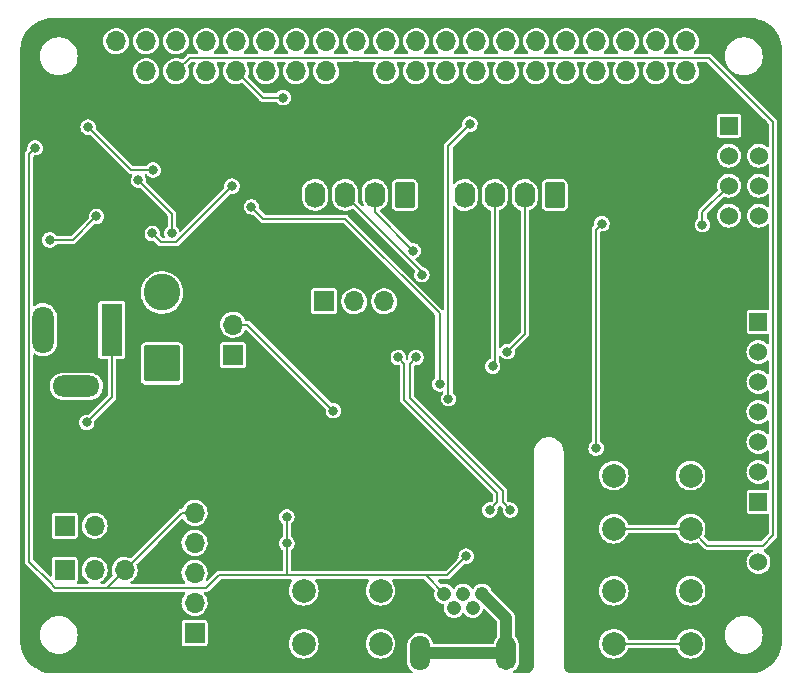
<source format=gbl>
G04 #@! TF.GenerationSoftware,KiCad,Pcbnew,6.0.2+dfsg-1*
G04 #@! TF.CreationDate,2022-08-15T18:06:49-04:00*
G04 #@! TF.ProjectId,titan_2022,74697461-6e5f-4323-9032-322e6b696361,1.2*
G04 #@! TF.SameCoordinates,Original*
G04 #@! TF.FileFunction,Copper,L2,Bot*
G04 #@! TF.FilePolarity,Positive*
%FSLAX46Y46*%
G04 Gerber Fmt 4.6, Leading zero omitted, Abs format (unit mm)*
G04 Created by KiCad (PCBNEW 6.0.2+dfsg-1) date 2022-08-15 18:06:49*
%MOMM*%
%LPD*%
G01*
G04 APERTURE LIST*
G04 Aperture macros list*
%AMRoundRect*
0 Rectangle with rounded corners*
0 $1 Rounding radius*
0 $2 $3 $4 $5 $6 $7 $8 $9 X,Y pos of 4 corners*
0 Add a 4 corners polygon primitive as box body*
4,1,4,$2,$3,$4,$5,$6,$7,$8,$9,$2,$3,0*
0 Add four circle primitives for the rounded corners*
1,1,$1+$1,$2,$3*
1,1,$1+$1,$4,$5*
1,1,$1+$1,$6,$7*
1,1,$1+$1,$8,$9*
0 Add four rect primitives between the rounded corners*
20,1,$1+$1,$2,$3,$4,$5,0*
20,1,$1+$1,$4,$5,$6,$7,0*
20,1,$1+$1,$6,$7,$8,$9,0*
20,1,$1+$1,$8,$9,$2,$3,0*%
G04 Aperture macros list end*
G04 #@! TA.AperFunction,ComponentPad*
%ADD10C,2.000000*%
G04 #@! TD*
G04 #@! TA.AperFunction,ComponentPad*
%ADD11R,1.700000X1.700000*%
G04 #@! TD*
G04 #@! TA.AperFunction,ComponentPad*
%ADD12O,1.700000X1.700000*%
G04 #@! TD*
G04 #@! TA.AperFunction,ComponentPad*
%ADD13R,1.524000X1.524000*%
G04 #@! TD*
G04 #@! TA.AperFunction,ComponentPad*
%ADD14C,1.524000*%
G04 #@! TD*
G04 #@! TA.AperFunction,ComponentPad*
%ADD15C,1.208000*%
G04 #@! TD*
G04 #@! TA.AperFunction,ComponentPad*
%ADD16O,1.700000X2.900000*%
G04 #@! TD*
G04 #@! TA.AperFunction,ComponentPad*
%ADD17O,1.700000X2.980000*%
G04 #@! TD*
G04 #@! TA.AperFunction,ComponentPad*
%ADD18R,1.800000X4.400000*%
G04 #@! TD*
G04 #@! TA.AperFunction,ComponentPad*
%ADD19O,1.800000X4.000000*%
G04 #@! TD*
G04 #@! TA.AperFunction,ComponentPad*
%ADD20O,4.000000X1.800000*%
G04 #@! TD*
G04 #@! TA.AperFunction,ComponentPad*
%ADD21RoundRect,0.250000X0.620000X0.845000X-0.620000X0.845000X-0.620000X-0.845000X0.620000X-0.845000X0*%
G04 #@! TD*
G04 #@! TA.AperFunction,ComponentPad*
%ADD22O,1.740000X2.190000*%
G04 #@! TD*
G04 #@! TA.AperFunction,ComponentPad*
%ADD23RoundRect,0.249999X1.300001X-1.300001X1.300001X1.300001X-1.300001X1.300001X-1.300001X-1.300001X0*%
G04 #@! TD*
G04 #@! TA.AperFunction,ComponentPad*
%ADD24C,3.100000*%
G04 #@! TD*
G04 #@! TA.AperFunction,ViaPad*
%ADD25C,0.800000*%
G04 #@! TD*
G04 #@! TA.AperFunction,Conductor*
%ADD26C,0.200000*%
G04 #@! TD*
G04 #@! TA.AperFunction,Conductor*
%ADD27C,1.000000*%
G04 #@! TD*
G04 APERTURE END LIST*
D10*
X140250000Y-99075000D03*
X146750000Y-99075000D03*
X140250000Y-103575000D03*
X146750000Y-103575000D03*
D11*
X93750000Y-93575000D03*
D12*
X96290000Y-93575000D03*
X98830000Y-93575000D03*
D13*
X152500000Y-76325000D03*
D14*
X152500000Y-78865000D03*
X152500000Y-81405000D03*
X152500000Y-83945000D03*
X152500000Y-86485000D03*
X152500000Y-89025000D03*
D13*
X152500000Y-91565000D03*
D14*
X152500000Y-94105000D03*
X152500000Y-96645000D03*
D11*
X93750000Y-97325000D03*
D12*
X96290000Y-97325000D03*
X98830000Y-97325000D03*
D15*
X125900000Y-99325000D03*
X126700000Y-100525000D03*
X127500000Y-99325000D03*
X128300000Y-100525000D03*
X129100000Y-99325000D03*
D16*
X131150000Y-104375000D03*
D17*
X123850000Y-104375000D03*
D18*
X97750000Y-76975000D03*
D19*
X91950000Y-76975000D03*
D20*
X94750000Y-81775000D03*
D11*
X115725000Y-74575000D03*
D12*
X118265000Y-74575000D03*
X120805000Y-74575000D03*
D10*
X120500000Y-103575000D03*
X114000000Y-103575000D03*
X114000000Y-99075000D03*
X120500000Y-99075000D03*
D21*
X135250000Y-65575000D03*
D22*
X132710000Y-65575000D03*
X130170000Y-65575000D03*
X127630000Y-65575000D03*
D23*
X102000000Y-79825000D03*
D24*
X102000000Y-73825000D03*
D11*
X104750000Y-102650000D03*
D12*
X104750000Y-100110000D03*
X104750000Y-97570000D03*
X104750000Y-95030000D03*
X104750000Y-92490000D03*
D21*
X122560000Y-65555000D03*
D22*
X120020000Y-65555000D03*
X117480000Y-65555000D03*
X114940000Y-65555000D03*
D11*
X108000000Y-79100000D03*
D12*
X108000000Y-76560000D03*
X108000000Y-74020000D03*
D10*
X140250000Y-89325000D03*
X146750000Y-89325000D03*
X140250000Y-93825000D03*
X146750000Y-93825000D03*
D13*
X150000000Y-59700000D03*
D14*
X152540000Y-59700000D03*
X150000000Y-62240000D03*
X152540000Y-62240000D03*
X150000000Y-64780000D03*
X152540000Y-64780000D03*
X150000000Y-67320000D03*
X152540000Y-67320000D03*
D11*
X98120000Y-55095000D03*
D12*
X98120000Y-52555000D03*
X100660000Y-55095000D03*
X100660000Y-52555000D03*
X103200000Y-55095000D03*
X103200000Y-52555000D03*
X105740000Y-55095000D03*
X105740000Y-52555000D03*
X108280000Y-55095000D03*
X108280000Y-52555000D03*
X110820000Y-55095000D03*
X110820000Y-52555000D03*
X113360000Y-55095000D03*
X113360000Y-52555000D03*
X115900000Y-55095000D03*
X115900000Y-52555000D03*
X118440000Y-55095000D03*
X118440000Y-52555000D03*
X120980000Y-55095000D03*
X120980000Y-52555000D03*
X123520000Y-55095000D03*
X123520000Y-52555000D03*
X126060000Y-55095000D03*
X126060000Y-52555000D03*
X128600000Y-55095000D03*
X128600000Y-52555000D03*
X131140000Y-55095000D03*
X131140000Y-52555000D03*
X133680000Y-55095000D03*
X133680000Y-52555000D03*
X136220000Y-55095000D03*
X136220000Y-52555000D03*
X138760000Y-55095000D03*
X138760000Y-52555000D03*
X141300000Y-55095000D03*
X141300000Y-52555000D03*
X143840000Y-55095000D03*
X143840000Y-52555000D03*
X146380000Y-55095000D03*
X146380000Y-52555000D03*
D25*
X145562500Y-85525000D03*
X119275000Y-86075000D03*
X145562500Y-82025000D03*
X128250000Y-77825000D03*
X113812500Y-59775000D03*
X126250000Y-88300000D03*
X119775000Y-77325000D03*
X140675000Y-82075000D03*
X130000000Y-59825000D03*
X116250000Y-79250000D03*
X127750000Y-96150000D03*
X101250000Y-63450000D03*
X112575000Y-95075000D03*
X112575000Y-92825000D03*
X91250000Y-61575000D03*
X95750000Y-59825000D03*
X112250000Y-57325000D03*
X139250000Y-68000000D03*
X138750000Y-87000000D03*
X95625000Y-84825000D03*
X107925000Y-64825000D03*
X101175000Y-68825000D03*
X96450000Y-67387500D03*
X92500000Y-69375000D03*
X126250000Y-82825000D03*
X128075000Y-59575000D03*
X123279977Y-70295023D03*
X124000000Y-72325000D03*
X131250000Y-78825000D03*
X130000000Y-80075000D03*
X116500000Y-83825000D03*
X122000000Y-79325000D03*
X129750000Y-92250000D03*
X131500000Y-92250000D03*
X123500000Y-79325000D03*
X125500000Y-81575000D03*
X109575000Y-66575000D03*
X147750000Y-68075000D03*
X100000000Y-64325000D03*
X102825000Y-68825000D03*
D26*
X145562500Y-82025000D02*
X140725000Y-82025000D01*
X140725000Y-82025000D02*
X140675000Y-82075000D01*
X145562500Y-85525000D02*
X145562500Y-82025000D01*
X90750480Y-96624502D02*
X92475489Y-98349511D01*
X103665000Y-92490000D02*
X104750000Y-92490000D01*
X92950978Y-98825000D02*
X92475489Y-98349511D01*
X127162500Y-96737500D02*
X127750000Y-96150000D01*
X106799510Y-97775489D02*
X105749999Y-98825000D01*
X124350489Y-97775489D02*
X112549511Y-97775489D01*
X99375000Y-63450000D02*
X101250000Y-63450000D01*
X95500000Y-98825000D02*
X92950978Y-98825000D01*
X91250000Y-61575000D02*
X90750480Y-62074520D01*
X90750480Y-62074520D02*
X90750480Y-96624502D01*
X97330000Y-98825000D02*
X95500000Y-98825000D01*
X124350489Y-97775489D02*
X126124511Y-97775489D01*
X126124511Y-97775489D02*
X127162500Y-96737500D01*
X112575000Y-97750000D02*
X112575000Y-95075000D01*
X98830000Y-97325000D02*
X97330000Y-98825000D01*
X98830000Y-97325000D02*
X103665000Y-92490000D01*
X112549511Y-97775489D02*
X106799510Y-97775489D01*
X125900000Y-99325000D02*
X124350489Y-97775489D01*
X112549511Y-97775489D02*
X112575000Y-97750000D01*
X105749999Y-98825000D02*
X95500000Y-98825000D01*
X112575000Y-95075000D02*
X112575000Y-92825000D01*
X95750000Y-59825000D02*
X99375000Y-63450000D01*
D27*
X129100000Y-99325000D02*
X131150000Y-101375000D01*
X131150000Y-104375000D02*
X123850000Y-104375000D01*
D26*
X110510000Y-57325000D02*
X112250000Y-57325000D01*
X108280000Y-55095000D02*
X110510000Y-57325000D01*
D27*
X131150000Y-101375000D02*
X131150000Y-104375000D01*
D26*
X140250000Y-103575000D02*
X146750000Y-103575000D01*
X138750000Y-68500000D02*
X139250000Y-68000000D01*
X138750000Y-87000000D02*
X138750000Y-68500000D01*
X148175000Y-95250000D02*
X152856204Y-95250000D01*
X140250000Y-93825000D02*
X146750000Y-93825000D01*
X146750000Y-93825000D02*
X148175000Y-95250000D01*
X153750000Y-94356204D02*
X153750000Y-59408796D01*
X153750000Y-59408796D02*
X148286693Y-53945489D01*
X104349511Y-53945489D02*
X103200000Y-55095000D01*
X152856204Y-95250000D02*
X153750000Y-94356204D01*
X148286693Y-53945489D02*
X104349511Y-53945489D01*
X97750000Y-82700000D02*
X95625000Y-84825000D01*
X97750000Y-76975000D02*
X97750000Y-82700000D01*
X107925000Y-64825000D02*
X103175489Y-69574511D01*
X103175489Y-69574511D02*
X101924511Y-69574511D01*
X101924511Y-69574511D02*
X101175000Y-68825000D01*
X92500000Y-69375000D02*
X94462500Y-69375000D01*
X94462500Y-69375000D02*
X96450000Y-67387500D01*
X126250000Y-61400000D02*
X128075000Y-59575000D01*
X126250000Y-82825000D02*
X126250000Y-61400000D01*
X123279977Y-70295023D02*
X120020000Y-67035046D01*
X120020000Y-67035046D02*
X120020000Y-65555000D01*
X124000000Y-72075000D02*
X124000000Y-72325000D01*
X117480000Y-65555000D02*
X124000000Y-72075000D01*
X132710000Y-65575000D02*
X132710000Y-77365000D01*
X132710000Y-77365000D02*
X131250000Y-78825000D01*
X130170000Y-79905000D02*
X130000000Y-80075000D01*
X130170000Y-65575000D02*
X130170000Y-79905000D01*
X108000000Y-76560000D02*
X109235000Y-76560000D01*
X109235000Y-76560000D02*
X116500000Y-83825000D01*
X122524999Y-82918199D02*
X122524999Y-79849999D01*
X130399999Y-91600001D02*
X130399999Y-90793199D01*
X122524999Y-79849999D02*
X122000000Y-79325000D01*
X130399999Y-90793199D02*
X122524999Y-82918199D01*
X129750000Y-92250000D02*
X130399999Y-91600001D01*
X131500000Y-92250000D02*
X130850001Y-91600001D01*
X130850001Y-91600001D02*
X130850001Y-90606801D01*
X122975001Y-79849999D02*
X123500000Y-79325000D01*
X130850001Y-90606801D02*
X122975001Y-82731801D01*
X122975001Y-82731801D02*
X122975001Y-79849999D01*
X109575000Y-66575000D02*
X110575000Y-67575000D01*
X125500000Y-75575000D02*
X125500000Y-81575000D01*
X110575000Y-67575000D02*
X117500000Y-67575000D01*
X117500000Y-67575000D02*
X125500000Y-75575000D01*
X150000000Y-64780000D02*
X147750000Y-67030000D01*
X147750000Y-67030000D02*
X147750000Y-68075000D01*
X102825000Y-67150000D02*
X102825000Y-68825000D01*
X100000000Y-64325000D02*
X102825000Y-67150000D01*
G04 #@! TA.AperFunction,Conductor*
G36*
X151734938Y-50576902D02*
G01*
X151740437Y-50577996D01*
X151740438Y-50577996D01*
X151750000Y-50579898D01*
X151759565Y-50577995D01*
X151764483Y-50577995D01*
X151781742Y-50576782D01*
X152052355Y-50591980D01*
X152063379Y-50593223D01*
X152274709Y-50629129D01*
X152356446Y-50643016D01*
X152367270Y-50645486D01*
X152652930Y-50727784D01*
X152663401Y-50731448D01*
X152938052Y-50845212D01*
X152948042Y-50850023D01*
X153208227Y-50993823D01*
X153217612Y-50999719D01*
X153460074Y-51171755D01*
X153468742Y-51178668D01*
X153690405Y-51376759D01*
X153698241Y-51384595D01*
X153896332Y-51606258D01*
X153903245Y-51614926D01*
X154075281Y-51857388D01*
X154081177Y-51866773D01*
X154144640Y-51981599D01*
X154224974Y-52126952D01*
X154229788Y-52136948D01*
X154343551Y-52411595D01*
X154347216Y-52422070D01*
X154401339Y-52609933D01*
X154429514Y-52707730D01*
X154431984Y-52718554D01*
X154466132Y-52919534D01*
X154481777Y-53011617D01*
X154483020Y-53022645D01*
X154497246Y-53275944D01*
X154498218Y-53293254D01*
X154497005Y-53310517D01*
X154497005Y-53315435D01*
X154495102Y-53325000D01*
X154497004Y-53334562D01*
X154497004Y-53334563D01*
X154498098Y-53340062D01*
X154500000Y-53359376D01*
X154500000Y-103290624D01*
X154498098Y-103309938D01*
X154495102Y-103325000D01*
X154497005Y-103334565D01*
X154497005Y-103339483D01*
X154498218Y-103356742D01*
X154483229Y-103623627D01*
X154483020Y-103627351D01*
X154481777Y-103638383D01*
X154431984Y-103931446D01*
X154429514Y-103942270D01*
X154347218Y-104227926D01*
X154343552Y-104238401D01*
X154266054Y-104425500D01*
X154229791Y-104513046D01*
X154224977Y-104523042D01*
X154081177Y-104783227D01*
X154075281Y-104792612D01*
X153903245Y-105035074D01*
X153896332Y-105043742D01*
X153698241Y-105265405D01*
X153690405Y-105273241D01*
X153468742Y-105471332D01*
X153460074Y-105478245D01*
X153217612Y-105650281D01*
X153208227Y-105656177D01*
X152948042Y-105799977D01*
X152938052Y-105804788D01*
X152663401Y-105918552D01*
X152652930Y-105922216D01*
X152475408Y-105973360D01*
X152367270Y-106004514D01*
X152356446Y-106006984D01*
X152292140Y-106017910D01*
X152063379Y-106056777D01*
X152052355Y-106058020D01*
X151781742Y-106073218D01*
X151764483Y-106072005D01*
X151759565Y-106072005D01*
X151750000Y-106070102D01*
X151740438Y-106072004D01*
X151740437Y-106072004D01*
X151734938Y-106073098D01*
X151715624Y-106075000D01*
X136784376Y-106075000D01*
X136765062Y-106073098D01*
X136759562Y-106072004D01*
X136750000Y-106070102D01*
X136740438Y-106072004D01*
X136730685Y-106072004D01*
X136730685Y-106071361D01*
X136718914Y-106071938D01*
X136643655Y-106064526D01*
X136613386Y-106061545D01*
X136594354Y-106057759D01*
X136472317Y-106020740D01*
X136454391Y-106013315D01*
X136341918Y-105953197D01*
X136325784Y-105942416D01*
X136317737Y-105935812D01*
X136227204Y-105861513D01*
X136213487Y-105847796D01*
X136132583Y-105749214D01*
X136121802Y-105733080D01*
X136061685Y-105620609D01*
X136054259Y-105602681D01*
X136017241Y-105480646D01*
X136013455Y-105461613D01*
X136003062Y-105356086D01*
X136003639Y-105344315D01*
X136002996Y-105344315D01*
X136002996Y-105334562D01*
X136004898Y-105325000D01*
X136001902Y-105309938D01*
X136000000Y-105290624D01*
X136000000Y-103575000D01*
X138994723Y-103575000D01*
X139013793Y-103792977D01*
X139070425Y-104004330D01*
X139162898Y-104202638D01*
X139165379Y-104206181D01*
X139165380Y-104206183D01*
X139187942Y-104238405D01*
X139288402Y-104381877D01*
X139443123Y-104536598D01*
X139622361Y-104662102D01*
X139820670Y-104754575D01*
X139907220Y-104777766D01*
X140027846Y-104810088D01*
X140027848Y-104810088D01*
X140032023Y-104811207D01*
X140250000Y-104830277D01*
X140467977Y-104811207D01*
X140472152Y-104810088D01*
X140472154Y-104810088D01*
X140592780Y-104777766D01*
X140679330Y-104754575D01*
X140877639Y-104662102D01*
X141056877Y-104536598D01*
X141211598Y-104381877D01*
X141312058Y-104238405D01*
X141334620Y-104206183D01*
X141334621Y-104206181D01*
X141337102Y-104202638D01*
X141429575Y-104004330D01*
X141430693Y-104000157D01*
X141430695Y-104000152D01*
X141431036Y-103998879D01*
X141431314Y-103998450D01*
X141432174Y-103996089D01*
X141432719Y-103996287D01*
X141464359Y-103947564D01*
X141526663Y-103925500D01*
X145473337Y-103925500D01*
X145531528Y-103944407D01*
X145567203Y-103996316D01*
X145567826Y-103996089D01*
X145568704Y-103998500D01*
X145568964Y-103998879D01*
X145569305Y-104000152D01*
X145569307Y-104000157D01*
X145570425Y-104004330D01*
X145662898Y-104202638D01*
X145665379Y-104206181D01*
X145665380Y-104206183D01*
X145687942Y-104238405D01*
X145788402Y-104381877D01*
X145943123Y-104536598D01*
X146122361Y-104662102D01*
X146320670Y-104754575D01*
X146407220Y-104777766D01*
X146527846Y-104810088D01*
X146527848Y-104810088D01*
X146532023Y-104811207D01*
X146750000Y-104830277D01*
X146967977Y-104811207D01*
X146972152Y-104810088D01*
X146972154Y-104810088D01*
X147092780Y-104777766D01*
X147179330Y-104754575D01*
X147377639Y-104662102D01*
X147556877Y-104536598D01*
X147711598Y-104381877D01*
X147812058Y-104238405D01*
X147834620Y-104206183D01*
X147834621Y-104206181D01*
X147837102Y-104202638D01*
X147929575Y-104004330D01*
X147986207Y-103792977D01*
X148005277Y-103575000D01*
X147986207Y-103357023D01*
X147977627Y-103325000D01*
X147931722Y-103153684D01*
X147929575Y-103145670D01*
X147837102Y-102947362D01*
X147820743Y-102923998D01*
X147792792Y-102884081D01*
X147751423Y-102825000D01*
X149644551Y-102825000D01*
X149644856Y-102828875D01*
X149662246Y-103049831D01*
X149664317Y-103076148D01*
X149665223Y-103079921D01*
X149665223Y-103079922D01*
X149720445Y-103309938D01*
X149723127Y-103321111D01*
X149724612Y-103324697D01*
X149724614Y-103324702D01*
X149736272Y-103352846D01*
X149819534Y-103553859D01*
X149951164Y-103768659D01*
X149953692Y-103771618D01*
X149953692Y-103771619D01*
X149975501Y-103797154D01*
X150114776Y-103960224D01*
X150306341Y-104123836D01*
X150521141Y-104255466D01*
X150609815Y-104292196D01*
X150750298Y-104350386D01*
X150750303Y-104350388D01*
X150753889Y-104351873D01*
X150757663Y-104352779D01*
X150757666Y-104352780D01*
X150891586Y-104384931D01*
X150998852Y-104410683D01*
X151002717Y-104410987D01*
X151002722Y-104410988D01*
X151106823Y-104419181D01*
X151187118Y-104425500D01*
X151312882Y-104425500D01*
X151393177Y-104419181D01*
X151497278Y-104410988D01*
X151497283Y-104410987D01*
X151501148Y-104410683D01*
X151608414Y-104384931D01*
X151742334Y-104352780D01*
X151742337Y-104352779D01*
X151746111Y-104351873D01*
X151749697Y-104350388D01*
X151749702Y-104350386D01*
X151890185Y-104292196D01*
X151978859Y-104255466D01*
X152193659Y-104123836D01*
X152385224Y-103960224D01*
X152524499Y-103797154D01*
X152546308Y-103771619D01*
X152546308Y-103771618D01*
X152548836Y-103768659D01*
X152680466Y-103553859D01*
X152763728Y-103352846D01*
X152775386Y-103324702D01*
X152775388Y-103324697D01*
X152776873Y-103321111D01*
X152779556Y-103309938D01*
X152834777Y-103079922D01*
X152834777Y-103079921D01*
X152835683Y-103076148D01*
X152837755Y-103049831D01*
X152855144Y-102828875D01*
X152855449Y-102825000D01*
X152853972Y-102806232D01*
X152835988Y-102577722D01*
X152835987Y-102577717D01*
X152835683Y-102573852D01*
X152815643Y-102490380D01*
X152777780Y-102332666D01*
X152777779Y-102332663D01*
X152776873Y-102328889D01*
X152773233Y-102320100D01*
X152681954Y-102099734D01*
X152680466Y-102096141D01*
X152548836Y-101881341D01*
X152385224Y-101689776D01*
X152193659Y-101526164D01*
X151978859Y-101394534D01*
X151847697Y-101340205D01*
X151749702Y-101299614D01*
X151749697Y-101299612D01*
X151746111Y-101298127D01*
X151742337Y-101297221D01*
X151742334Y-101297220D01*
X151504922Y-101240223D01*
X151504921Y-101240223D01*
X151501148Y-101239317D01*
X151497283Y-101239013D01*
X151497278Y-101239012D01*
X151393177Y-101230819D01*
X151312882Y-101224500D01*
X151187118Y-101224500D01*
X151106823Y-101230819D01*
X151002722Y-101239012D01*
X151002717Y-101239013D01*
X150998852Y-101239317D01*
X150995079Y-101240223D01*
X150995078Y-101240223D01*
X150757666Y-101297220D01*
X150757663Y-101297221D01*
X150753889Y-101298127D01*
X150750303Y-101299612D01*
X150750298Y-101299614D01*
X150652303Y-101340205D01*
X150521141Y-101394534D01*
X150306341Y-101526164D01*
X150114776Y-101689776D01*
X149951164Y-101881341D01*
X149819534Y-102096141D01*
X149818046Y-102099734D01*
X149726768Y-102320100D01*
X149723127Y-102328889D01*
X149722221Y-102332663D01*
X149722220Y-102332666D01*
X149684357Y-102490380D01*
X149664317Y-102573852D01*
X149664013Y-102577717D01*
X149664012Y-102577722D01*
X149646028Y-102806232D01*
X149644551Y-102825000D01*
X147751423Y-102825000D01*
X147711598Y-102768123D01*
X147556877Y-102613402D01*
X147377639Y-102487898D01*
X147179330Y-102395425D01*
X147092780Y-102372234D01*
X146972154Y-102339912D01*
X146972152Y-102339912D01*
X146967977Y-102338793D01*
X146750000Y-102319723D01*
X146532023Y-102338793D01*
X146527848Y-102339912D01*
X146527846Y-102339912D01*
X146407220Y-102372234D01*
X146320670Y-102395425D01*
X146122362Y-102487898D01*
X145943123Y-102613402D01*
X145788402Y-102768123D01*
X145707208Y-102884081D01*
X145679258Y-102923998D01*
X145662898Y-102947362D01*
X145570425Y-103145670D01*
X145569307Y-103149842D01*
X145569305Y-103149848D01*
X145568964Y-103151121D01*
X145568686Y-103151550D01*
X145567826Y-103153911D01*
X145567281Y-103153713D01*
X145535641Y-103202436D01*
X145473337Y-103224500D01*
X141526663Y-103224500D01*
X141468472Y-103205593D01*
X141432797Y-103153684D01*
X141432174Y-103153911D01*
X141431296Y-103151500D01*
X141431036Y-103151121D01*
X141430695Y-103149848D01*
X141430693Y-103149842D01*
X141429575Y-103145670D01*
X141337102Y-102947362D01*
X141320743Y-102923998D01*
X141292792Y-102884081D01*
X141211598Y-102768123D01*
X141056877Y-102613402D01*
X140877639Y-102487898D01*
X140679330Y-102395425D01*
X140592780Y-102372234D01*
X140472154Y-102339912D01*
X140472152Y-102339912D01*
X140467977Y-102338793D01*
X140250000Y-102319723D01*
X140032023Y-102338793D01*
X140027848Y-102339912D01*
X140027846Y-102339912D01*
X139907220Y-102372234D01*
X139820670Y-102395425D01*
X139622362Y-102487898D01*
X139443123Y-102613402D01*
X139288402Y-102768123D01*
X139207208Y-102884081D01*
X139179258Y-102923998D01*
X139162898Y-102947362D01*
X139070425Y-103145670D01*
X139068278Y-103153684D01*
X139022374Y-103325000D01*
X139013793Y-103357023D01*
X138994723Y-103575000D01*
X136000000Y-103575000D01*
X136000000Y-99075000D01*
X138994723Y-99075000D01*
X139013793Y-99292977D01*
X139014912Y-99297152D01*
X139014912Y-99297154D01*
X139028863Y-99349220D01*
X139070425Y-99504330D01*
X139162898Y-99702638D01*
X139288402Y-99881877D01*
X139443123Y-100036598D01*
X139622361Y-100162102D01*
X139820670Y-100254575D01*
X139854826Y-100263727D01*
X140027846Y-100310088D01*
X140027848Y-100310088D01*
X140032023Y-100311207D01*
X140250000Y-100330277D01*
X140467977Y-100311207D01*
X140472152Y-100310088D01*
X140472154Y-100310088D01*
X140645174Y-100263727D01*
X140679330Y-100254575D01*
X140877639Y-100162102D01*
X141056877Y-100036598D01*
X141211598Y-99881877D01*
X141337102Y-99702638D01*
X141429575Y-99504330D01*
X141471137Y-99349220D01*
X141485088Y-99297154D01*
X141485088Y-99297152D01*
X141486207Y-99292977D01*
X141505277Y-99075000D01*
X145494723Y-99075000D01*
X145513793Y-99292977D01*
X145514912Y-99297152D01*
X145514912Y-99297154D01*
X145528863Y-99349220D01*
X145570425Y-99504330D01*
X145662898Y-99702638D01*
X145788402Y-99881877D01*
X145943123Y-100036598D01*
X146122361Y-100162102D01*
X146320670Y-100254575D01*
X146354826Y-100263727D01*
X146527846Y-100310088D01*
X146527848Y-100310088D01*
X146532023Y-100311207D01*
X146750000Y-100330277D01*
X146967977Y-100311207D01*
X146972152Y-100310088D01*
X146972154Y-100310088D01*
X147145174Y-100263727D01*
X147179330Y-100254575D01*
X147377639Y-100162102D01*
X147556877Y-100036598D01*
X147711598Y-99881877D01*
X147837102Y-99702638D01*
X147929575Y-99504330D01*
X147971137Y-99349220D01*
X147985088Y-99297154D01*
X147985088Y-99297152D01*
X147986207Y-99292977D01*
X148005277Y-99075000D01*
X147986207Y-98857023D01*
X147977484Y-98824466D01*
X147930693Y-98649843D01*
X147929575Y-98645670D01*
X147837102Y-98447362D01*
X147805601Y-98402373D01*
X147775044Y-98358734D01*
X147711598Y-98268123D01*
X147556877Y-98113402D01*
X147377639Y-97987898D01*
X147179330Y-97895425D01*
X147092780Y-97872234D01*
X146972154Y-97839912D01*
X146972152Y-97839912D01*
X146967977Y-97838793D01*
X146750000Y-97819723D01*
X146532023Y-97838793D01*
X146527848Y-97839912D01*
X146527846Y-97839912D01*
X146407220Y-97872234D01*
X146320670Y-97895425D01*
X146122362Y-97987898D01*
X145943123Y-98113402D01*
X145788402Y-98268123D01*
X145724956Y-98358734D01*
X145694400Y-98402373D01*
X145662898Y-98447362D01*
X145570425Y-98645670D01*
X145569307Y-98649843D01*
X145522517Y-98824466D01*
X145513793Y-98857023D01*
X145494723Y-99075000D01*
X141505277Y-99075000D01*
X141486207Y-98857023D01*
X141477484Y-98824466D01*
X141430693Y-98649843D01*
X141429575Y-98645670D01*
X141337102Y-98447362D01*
X141305601Y-98402373D01*
X141275044Y-98358734D01*
X141211598Y-98268123D01*
X141056877Y-98113402D01*
X140877639Y-97987898D01*
X140679330Y-97895425D01*
X140592780Y-97872234D01*
X140472154Y-97839912D01*
X140472152Y-97839912D01*
X140467977Y-97838793D01*
X140250000Y-97819723D01*
X140032023Y-97838793D01*
X140027848Y-97839912D01*
X140027846Y-97839912D01*
X139907220Y-97872234D01*
X139820670Y-97895425D01*
X139622362Y-97987898D01*
X139443123Y-98113402D01*
X139288402Y-98268123D01*
X139224956Y-98358734D01*
X139194400Y-98402373D01*
X139162898Y-98447362D01*
X139070425Y-98645670D01*
X139069307Y-98649843D01*
X139022517Y-98824466D01*
X139013793Y-98857023D01*
X138994723Y-99075000D01*
X136000000Y-99075000D01*
X136000000Y-89325000D01*
X138994723Y-89325000D01*
X139013793Y-89542977D01*
X139014912Y-89547152D01*
X139014912Y-89547154D01*
X139047234Y-89667780D01*
X139070425Y-89754330D01*
X139162898Y-89952638D01*
X139288402Y-90131877D01*
X139443123Y-90286598D01*
X139536952Y-90352298D01*
X139616623Y-90408084D01*
X139622361Y-90412102D01*
X139820670Y-90504575D01*
X139862521Y-90515789D01*
X140027846Y-90560088D01*
X140027848Y-90560088D01*
X140032023Y-90561207D01*
X140250000Y-90580277D01*
X140467977Y-90561207D01*
X140472152Y-90560088D01*
X140472154Y-90560088D01*
X140637479Y-90515789D01*
X140679330Y-90504575D01*
X140877639Y-90412102D01*
X140883378Y-90408084D01*
X140963048Y-90352298D01*
X141056877Y-90286598D01*
X141211598Y-90131877D01*
X141337102Y-89952638D01*
X141429575Y-89754330D01*
X141452766Y-89667780D01*
X141485088Y-89547154D01*
X141485088Y-89547152D01*
X141486207Y-89542977D01*
X141505277Y-89325000D01*
X145494723Y-89325000D01*
X145513793Y-89542977D01*
X145514912Y-89547152D01*
X145514912Y-89547154D01*
X145547234Y-89667780D01*
X145570425Y-89754330D01*
X145662898Y-89952638D01*
X145788402Y-90131877D01*
X145943123Y-90286598D01*
X146036952Y-90352298D01*
X146116623Y-90408084D01*
X146122361Y-90412102D01*
X146320670Y-90504575D01*
X146362521Y-90515789D01*
X146527846Y-90560088D01*
X146527848Y-90560088D01*
X146532023Y-90561207D01*
X146750000Y-90580277D01*
X146967977Y-90561207D01*
X146972152Y-90560088D01*
X146972154Y-90560088D01*
X147137479Y-90515789D01*
X147179330Y-90504575D01*
X147377639Y-90412102D01*
X147383378Y-90408084D01*
X147463048Y-90352298D01*
X147556877Y-90286598D01*
X147711598Y-90131877D01*
X147837102Y-89952638D01*
X147929575Y-89754330D01*
X147952766Y-89667780D01*
X147985088Y-89547154D01*
X147985088Y-89547152D01*
X147986207Y-89542977D01*
X148005277Y-89325000D01*
X147986207Y-89107023D01*
X147929575Y-88895670D01*
X147837102Y-88697362D01*
X147711598Y-88518123D01*
X147556877Y-88363402D01*
X147377639Y-88237898D01*
X147179330Y-88145425D01*
X147092780Y-88122234D01*
X146972154Y-88089912D01*
X146972152Y-88089912D01*
X146967977Y-88088793D01*
X146750000Y-88069723D01*
X146532023Y-88088793D01*
X146527848Y-88089912D01*
X146527846Y-88089912D01*
X146407220Y-88122234D01*
X146320670Y-88145425D01*
X146122362Y-88237898D01*
X145943123Y-88363402D01*
X145788402Y-88518123D01*
X145662898Y-88697362D01*
X145570425Y-88895670D01*
X145513793Y-89107023D01*
X145494723Y-89325000D01*
X141505277Y-89325000D01*
X141486207Y-89107023D01*
X141429575Y-88895670D01*
X141337102Y-88697362D01*
X141211598Y-88518123D01*
X141056877Y-88363402D01*
X140877639Y-88237898D01*
X140679330Y-88145425D01*
X140592780Y-88122234D01*
X140472154Y-88089912D01*
X140472152Y-88089912D01*
X140467977Y-88088793D01*
X140250000Y-88069723D01*
X140032023Y-88088793D01*
X140027848Y-88089912D01*
X140027846Y-88089912D01*
X139907220Y-88122234D01*
X139820670Y-88145425D01*
X139622362Y-88237898D01*
X139443123Y-88363402D01*
X139288402Y-88518123D01*
X139162898Y-88697362D01*
X139070425Y-88895670D01*
X139013793Y-89107023D01*
X138994723Y-89325000D01*
X136000000Y-89325000D01*
X136000000Y-87359376D01*
X136001902Y-87340062D01*
X136002996Y-87334561D01*
X136004898Y-87325000D01*
X136003846Y-87319709D01*
X135987177Y-87118552D01*
X135967267Y-87039927D01*
X135955418Y-86993138D01*
X138094758Y-86993138D01*
X138095413Y-86999071D01*
X138095413Y-86999075D01*
X138099923Y-87039927D01*
X138112035Y-87149633D01*
X138119341Y-87169598D01*
X138151958Y-87258727D01*
X138166143Y-87297490D01*
X138169472Y-87302444D01*
X138250629Y-87423219D01*
X138250632Y-87423223D01*
X138253958Y-87428172D01*
X138258369Y-87432186D01*
X138258371Y-87432188D01*
X138335287Y-87502176D01*
X138370410Y-87534135D01*
X138391885Y-87545795D01*
X138503530Y-87606414D01*
X138503532Y-87606415D01*
X138508776Y-87609262D01*
X138588534Y-87630186D01*
X138655300Y-87647702D01*
X138655304Y-87647702D01*
X138661069Y-87649215D01*
X138667030Y-87649309D01*
X138667033Y-87649309D01*
X138739782Y-87650452D01*
X138818495Y-87651688D01*
X138835899Y-87647702D01*
X138966149Y-87617871D01*
X138966151Y-87617870D01*
X138971968Y-87616538D01*
X138977299Y-87613857D01*
X139107299Y-87548474D01*
X139107301Y-87548473D01*
X139112625Y-87545795D01*
X139126277Y-87534135D01*
X139227810Y-87447418D01*
X139227811Y-87447417D01*
X139232348Y-87443542D01*
X139324224Y-87315683D01*
X139326956Y-87308889D01*
X139380726Y-87175131D01*
X139380727Y-87175129D01*
X139382950Y-87169598D01*
X139384994Y-87155240D01*
X139404678Y-87016929D01*
X139404678Y-87016925D01*
X139405134Y-87013723D01*
X139405278Y-87000000D01*
X139388801Y-86863840D01*
X139387080Y-86849616D01*
X139387079Y-86849613D01*
X139386363Y-86843694D01*
X139330710Y-86696412D01*
X139241531Y-86566657D01*
X139237078Y-86562690D01*
X139237075Y-86562686D01*
X139133642Y-86470531D01*
X139102772Y-86417704D01*
X139100500Y-86396614D01*
X139100500Y-68748831D01*
X139119407Y-68690640D01*
X139168907Y-68654676D01*
X139201054Y-68649843D01*
X139318495Y-68651688D01*
X139387914Y-68635789D01*
X139466149Y-68617871D01*
X139466151Y-68617870D01*
X139471968Y-68616538D01*
X139481025Y-68611983D01*
X139607299Y-68548474D01*
X139607301Y-68548473D01*
X139612625Y-68545795D01*
X139644534Y-68518542D01*
X139727810Y-68447418D01*
X139727811Y-68447417D01*
X139732348Y-68443542D01*
X139804114Y-68343669D01*
X139820740Y-68320532D01*
X139820741Y-68320530D01*
X139824224Y-68315683D01*
X139834019Y-68291319D01*
X139880726Y-68175131D01*
X139880727Y-68175129D01*
X139882950Y-68169598D01*
X139884932Y-68155676D01*
X139897390Y-68068138D01*
X147094758Y-68068138D01*
X147095413Y-68074071D01*
X147095413Y-68074075D01*
X147104422Y-68155676D01*
X147112035Y-68224633D01*
X147118648Y-68242704D01*
X147158465Y-68351508D01*
X147166143Y-68372490D01*
X147169472Y-68377444D01*
X147250629Y-68498219D01*
X147250632Y-68498223D01*
X147253958Y-68503172D01*
X147258369Y-68507186D01*
X147258371Y-68507188D01*
X147300800Y-68545795D01*
X147370410Y-68609135D01*
X147436800Y-68645182D01*
X147503530Y-68681414D01*
X147503532Y-68681415D01*
X147508776Y-68684262D01*
X147588534Y-68705186D01*
X147655300Y-68722702D01*
X147655304Y-68722702D01*
X147661069Y-68724215D01*
X147667030Y-68724309D01*
X147667033Y-68724309D01*
X147739782Y-68725452D01*
X147818495Y-68726688D01*
X147835899Y-68722702D01*
X147966149Y-68692871D01*
X147966151Y-68692870D01*
X147971968Y-68691538D01*
X147977299Y-68688857D01*
X148107299Y-68623474D01*
X148107301Y-68623473D01*
X148112625Y-68620795D01*
X148126277Y-68609135D01*
X148227810Y-68522418D01*
X148227811Y-68522417D01*
X148232348Y-68518542D01*
X148289722Y-68438697D01*
X148320740Y-68395532D01*
X148320741Y-68395530D01*
X148324224Y-68390683D01*
X148339973Y-68351508D01*
X148380726Y-68250131D01*
X148380727Y-68250129D01*
X148382950Y-68244598D01*
X148384007Y-68237175D01*
X148404678Y-68091929D01*
X148404678Y-68091925D01*
X148405134Y-68088723D01*
X148405278Y-68075000D01*
X148394655Y-67987217D01*
X148387080Y-67924616D01*
X148387079Y-67924613D01*
X148386363Y-67918694D01*
X148343493Y-67805240D01*
X148332820Y-67776996D01*
X148330710Y-67771412D01*
X148241531Y-67641657D01*
X148237078Y-67637690D01*
X148237075Y-67637686D01*
X148133642Y-67545531D01*
X148102772Y-67492704D01*
X148100500Y-67471614D01*
X148100500Y-67305795D01*
X148982700Y-67305795D01*
X148988985Y-67380638D01*
X148995576Y-67459128D01*
X148999315Y-67503660D01*
X149000648Y-67508308D01*
X149000648Y-67508309D01*
X149038815Y-67641412D01*
X149054046Y-67694530D01*
X149144808Y-67871133D01*
X149268144Y-68026745D01*
X149271831Y-68029882D01*
X149271833Y-68029885D01*
X149309824Y-68062217D01*
X149419357Y-68155436D01*
X149592685Y-68252307D01*
X149597287Y-68253802D01*
X149597291Y-68253804D01*
X149776928Y-68312171D01*
X149776934Y-68312172D01*
X149781528Y-68313665D01*
X149786324Y-68314237D01*
X149786329Y-68314238D01*
X149880111Y-68325421D01*
X149978693Y-68337176D01*
X149983515Y-68336805D01*
X149983517Y-68336805D01*
X150171841Y-68322314D01*
X150171846Y-68322313D01*
X150176669Y-68321942D01*
X150367916Y-68268545D01*
X150372229Y-68266366D01*
X150372235Y-68266364D01*
X150540829Y-68181201D01*
X150540831Y-68181199D01*
X150545150Y-68179018D01*
X150564768Y-68163691D01*
X150697803Y-68059753D01*
X150697805Y-68059751D01*
X150701618Y-68056772D01*
X150704774Y-68053116D01*
X150704779Y-68053111D01*
X150811544Y-67929421D01*
X150831362Y-67906462D01*
X150859500Y-67856930D01*
X150927051Y-67738019D01*
X150927052Y-67738016D01*
X150929440Y-67733813D01*
X150938017Y-67708032D01*
X150990589Y-67549994D01*
X150990589Y-67549992D01*
X150992116Y-67545403D01*
X151017002Y-67348407D01*
X151017082Y-67342726D01*
X151017173Y-67336190D01*
X151017399Y-67320000D01*
X151005192Y-67195504D01*
X150998495Y-67127196D01*
X150998494Y-67127192D01*
X150998023Y-67122386D01*
X150996351Y-67116848D01*
X150942031Y-66936931D01*
X150942029Y-66936926D01*
X150940632Y-66932299D01*
X150879638Y-66817586D01*
X150849686Y-66761254D01*
X150849684Y-66761250D01*
X150847413Y-66756980D01*
X150842760Y-66751274D01*
X150724978Y-66606859D01*
X150724977Y-66606858D01*
X150721917Y-66603106D01*
X150605187Y-66506539D01*
X150572649Y-66479621D01*
X150572647Y-66479620D01*
X150568922Y-66476538D01*
X150412205Y-66391801D01*
X150398512Y-66384397D01*
X150398511Y-66384397D01*
X150394258Y-66382097D01*
X150334091Y-66363472D01*
X150209197Y-66324811D01*
X150209193Y-66324810D01*
X150204576Y-66323381D01*
X150199768Y-66322876D01*
X150199765Y-66322875D01*
X150011919Y-66303132D01*
X150011917Y-66303132D01*
X150007103Y-66302626D01*
X149941198Y-66308624D01*
X149814178Y-66320183D01*
X149814174Y-66320184D01*
X149809358Y-66320622D01*
X149804716Y-66321988D01*
X149804712Y-66321989D01*
X149623523Y-66375316D01*
X149623520Y-66375317D01*
X149618876Y-66376684D01*
X149442910Y-66468677D01*
X149439141Y-66471707D01*
X149439140Y-66471708D01*
X149291936Y-66590062D01*
X149291933Y-66590065D01*
X149288163Y-66593096D01*
X149285049Y-66596807D01*
X149285048Y-66596808D01*
X149163645Y-66741490D01*
X149163642Y-66741494D01*
X149160530Y-66745203D01*
X149158198Y-66749446D01*
X149158196Y-66749448D01*
X149067447Y-66914521D01*
X149064873Y-66919204D01*
X149063410Y-66923817D01*
X149063408Y-66923821D01*
X149047477Y-66974044D01*
X149004834Y-67108471D01*
X149004294Y-67113285D01*
X148983955Y-67294609D01*
X148982700Y-67305795D01*
X148100500Y-67305795D01*
X148100500Y-67216190D01*
X148119407Y-67157999D01*
X148129496Y-67146186D01*
X149527665Y-65748017D01*
X149582182Y-65720240D01*
X149628260Y-65723866D01*
X149687699Y-65743179D01*
X149776929Y-65772171D01*
X149776932Y-65772172D01*
X149781528Y-65773665D01*
X149786324Y-65774237D01*
X149786329Y-65774238D01*
X149880110Y-65785420D01*
X149978693Y-65797176D01*
X149983515Y-65796805D01*
X149983517Y-65796805D01*
X150171841Y-65782314D01*
X150171846Y-65782313D01*
X150176669Y-65781942D01*
X150367916Y-65728545D01*
X150372229Y-65726366D01*
X150372235Y-65726364D01*
X150540829Y-65641201D01*
X150540831Y-65641199D01*
X150545150Y-65639018D01*
X150548967Y-65636036D01*
X150697803Y-65519753D01*
X150697805Y-65519751D01*
X150701618Y-65516772D01*
X150704774Y-65513116D01*
X150704779Y-65513111D01*
X150825309Y-65373474D01*
X150831362Y-65366462D01*
X150859500Y-65316930D01*
X150927051Y-65198019D01*
X150927052Y-65198016D01*
X150929440Y-65193813D01*
X150942351Y-65155003D01*
X150990589Y-65009994D01*
X150990589Y-65009992D01*
X150992116Y-65005403D01*
X150995573Y-64978043D01*
X151013468Y-64836378D01*
X151017002Y-64808407D01*
X151017399Y-64780000D01*
X151007066Y-64674616D01*
X150998495Y-64587196D01*
X150998494Y-64587192D01*
X150998023Y-64582386D01*
X150996540Y-64577473D01*
X150942031Y-64396931D01*
X150942029Y-64396926D01*
X150940632Y-64392299D01*
X150874369Y-64267677D01*
X150849686Y-64221254D01*
X150849684Y-64221250D01*
X150847413Y-64216980D01*
X150841314Y-64209501D01*
X150724978Y-64066859D01*
X150724977Y-64066858D01*
X150721917Y-64063106D01*
X150605187Y-63966539D01*
X150572649Y-63939621D01*
X150572647Y-63939620D01*
X150568922Y-63936538D01*
X150394258Y-63842097D01*
X150273050Y-63804577D01*
X150209197Y-63784811D01*
X150209193Y-63784810D01*
X150204576Y-63783381D01*
X150199768Y-63782876D01*
X150199765Y-63782875D01*
X150011919Y-63763132D01*
X150011917Y-63763132D01*
X150007103Y-63762626D01*
X149941198Y-63768624D01*
X149814178Y-63780183D01*
X149814174Y-63780184D01*
X149809358Y-63780622D01*
X149804716Y-63781988D01*
X149804712Y-63781989D01*
X149623523Y-63835316D01*
X149623520Y-63835317D01*
X149618876Y-63836684D01*
X149442910Y-63928677D01*
X149439141Y-63931707D01*
X149439140Y-63931708D01*
X149291936Y-64050062D01*
X149291933Y-64050065D01*
X149288163Y-64053096D01*
X149285049Y-64056807D01*
X149285048Y-64056808D01*
X149163645Y-64201490D01*
X149163642Y-64201494D01*
X149160530Y-64205203D01*
X149158198Y-64209446D01*
X149158196Y-64209448D01*
X149088904Y-64335491D01*
X149064873Y-64379204D01*
X149063410Y-64383817D01*
X149063408Y-64383821D01*
X149048355Y-64431275D01*
X149004834Y-64568471D01*
X149004294Y-64573285D01*
X148984672Y-64748219D01*
X148982700Y-64765795D01*
X148988627Y-64836378D01*
X148996974Y-64935776D01*
X148999315Y-64963660D01*
X149000648Y-64968308D01*
X149000648Y-64968309D01*
X149054046Y-65154530D01*
X149052398Y-65155003D01*
X149055793Y-65209034D01*
X149029909Y-65254409D01*
X147536063Y-66748255D01*
X147519760Y-66761420D01*
X147517726Y-66762733D01*
X147517722Y-66762736D01*
X147510848Y-66767175D01*
X147491015Y-66792332D01*
X147487101Y-66796737D01*
X147487102Y-66796738D01*
X147484449Y-66799869D01*
X147481572Y-66802746D01*
X147470956Y-66817601D01*
X147468170Y-66821312D01*
X147438608Y-66858811D01*
X147436042Y-66866118D01*
X147435395Y-66867363D01*
X147430889Y-66873669D01*
X147422952Y-66900210D01*
X147417208Y-66919415D01*
X147415767Y-66923851D01*
X147405211Y-66953912D01*
X147399945Y-66968906D01*
X147399500Y-66974044D01*
X147399500Y-66976182D01*
X147399426Y-66977901D01*
X147399311Y-66979262D01*
X147397456Y-66985464D01*
X147397777Y-66993635D01*
X147399424Y-67035554D01*
X147399500Y-67039441D01*
X147399500Y-67472473D01*
X147380593Y-67530664D01*
X147365580Y-67547076D01*
X147349008Y-67561533D01*
X147263034Y-67636533D01*
X147172501Y-67765348D01*
X147115309Y-67912039D01*
X147114531Y-67917950D01*
X147114530Y-67917953D01*
X147109719Y-67954496D01*
X147094758Y-68068138D01*
X139897390Y-68068138D01*
X139904678Y-68016929D01*
X139904678Y-68016925D01*
X139905134Y-68013723D01*
X139905278Y-68000000D01*
X139892464Y-67894111D01*
X139887080Y-67849616D01*
X139887079Y-67849613D01*
X139886363Y-67843694D01*
X139879752Y-67826197D01*
X139832820Y-67701996D01*
X139830710Y-67696412D01*
X139741531Y-67566657D01*
X139737078Y-67562690D01*
X139737075Y-67562686D01*
X139658528Y-67492704D01*
X139623976Y-67461919D01*
X139611462Y-67455293D01*
X139490105Y-67391037D01*
X139490102Y-67391036D01*
X139484831Y-67388245D01*
X139408480Y-67369067D01*
X139337918Y-67351343D01*
X139337915Y-67351343D01*
X139332128Y-67349889D01*
X139252564Y-67349473D01*
X139180650Y-67349096D01*
X139180648Y-67349096D01*
X139174684Y-67349065D01*
X139021588Y-67385820D01*
X138985534Y-67404429D01*
X138886985Y-67455293D01*
X138886983Y-67455295D01*
X138881679Y-67458032D01*
X138763034Y-67561533D01*
X138672501Y-67690348D01*
X138615309Y-67837039D01*
X138614531Y-67842950D01*
X138614530Y-67842953D01*
X138608121Y-67891635D01*
X138594758Y-67993138D01*
X138595413Y-67999071D01*
X138595413Y-67999075D01*
X138606087Y-68095762D01*
X138593679Y-68155676D01*
X138577689Y-68176629D01*
X138536063Y-68218255D01*
X138519760Y-68231420D01*
X138517726Y-68232733D01*
X138517722Y-68232736D01*
X138510848Y-68237175D01*
X138491015Y-68262332D01*
X138487101Y-68266737D01*
X138487102Y-68266738D01*
X138484449Y-68269869D01*
X138481572Y-68272746D01*
X138470956Y-68287601D01*
X138468165Y-68291319D01*
X138445050Y-68320640D01*
X138438608Y-68328811D01*
X138436042Y-68336118D01*
X138435395Y-68337363D01*
X138430889Y-68343669D01*
X138428545Y-68351508D01*
X138417208Y-68389415D01*
X138415767Y-68393851D01*
X138399945Y-68438906D01*
X138399500Y-68444044D01*
X138399500Y-68446182D01*
X138399426Y-68447901D01*
X138399311Y-68449262D01*
X138397456Y-68455464D01*
X138397777Y-68463635D01*
X138399424Y-68505554D01*
X138399500Y-68509441D01*
X138399500Y-86397473D01*
X138380593Y-86455664D01*
X138365580Y-86472076D01*
X138263034Y-86561533D01*
X138172501Y-86690348D01*
X138115309Y-86837039D01*
X138114531Y-86842950D01*
X138114530Y-86842953D01*
X138109105Y-86884161D01*
X138094758Y-86993138D01*
X135955418Y-86993138D01*
X135937326Y-86921696D01*
X135936323Y-86917735D01*
X135906444Y-86849616D01*
X135854755Y-86731778D01*
X135853110Y-86728027D01*
X135739806Y-86554603D01*
X135599503Y-86402193D01*
X135554017Y-86366790D01*
X135439261Y-86277471D01*
X135439258Y-86277469D01*
X135436028Y-86274955D01*
X135382799Y-86246149D01*
X135257441Y-86178308D01*
X135257434Y-86178305D01*
X135253840Y-86176360D01*
X135249971Y-86175032D01*
X135249967Y-86175030D01*
X135061777Y-86110425D01*
X135061778Y-86110425D01*
X135057909Y-86109097D01*
X135053879Y-86108425D01*
X135053877Y-86108424D01*
X134987328Y-86097319D01*
X134853578Y-86075000D01*
X134646422Y-86075000D01*
X134512672Y-86097319D01*
X134446123Y-86108424D01*
X134446121Y-86108425D01*
X134442091Y-86109097D01*
X134438222Y-86110425D01*
X134438223Y-86110425D01*
X134250033Y-86175030D01*
X134250029Y-86175032D01*
X134246160Y-86176360D01*
X134242566Y-86178305D01*
X134242559Y-86178308D01*
X134117201Y-86246149D01*
X134063972Y-86274955D01*
X134060742Y-86277469D01*
X134060739Y-86277471D01*
X133945983Y-86366790D01*
X133900497Y-86402193D01*
X133760194Y-86554603D01*
X133646890Y-86728027D01*
X133645245Y-86731778D01*
X133593557Y-86849616D01*
X133563677Y-86917735D01*
X133562674Y-86921696D01*
X133532734Y-87039927D01*
X133512823Y-87118552D01*
X133496154Y-87319709D01*
X133495102Y-87325000D01*
X133497004Y-87334561D01*
X133498098Y-87340062D01*
X133500000Y-87359376D01*
X133500000Y-105290627D01*
X133498098Y-105309940D01*
X133497005Y-105315438D01*
X133495102Y-105325003D01*
X133497004Y-105334565D01*
X133497004Y-105344318D01*
X133496361Y-105344318D01*
X133496938Y-105356088D01*
X133486546Y-105461617D01*
X133482761Y-105480648D01*
X133454978Y-105572239D01*
X133445743Y-105602684D01*
X133438316Y-105620615D01*
X133378202Y-105733080D01*
X133367420Y-105749217D01*
X133344308Y-105777379D01*
X133286516Y-105847799D01*
X133272799Y-105861516D01*
X133260121Y-105871921D01*
X133174217Y-105942420D01*
X133158080Y-105953202D01*
X133120367Y-105973360D01*
X133045619Y-106013314D01*
X133045615Y-106013316D01*
X133027686Y-106020742D01*
X132905648Y-106057761D01*
X132886620Y-106061545D01*
X132848778Y-106065272D01*
X132781088Y-106071938D01*
X132769318Y-106071361D01*
X132769318Y-106072004D01*
X132759565Y-106072004D01*
X132750003Y-106070102D01*
X132740441Y-106072004D01*
X132740440Y-106072004D01*
X132734940Y-106073098D01*
X132715627Y-106075000D01*
X131812081Y-106075000D01*
X131753890Y-106056093D01*
X131717926Y-106006593D01*
X131717926Y-105945407D01*
X131754803Y-105895252D01*
X131756226Y-105894243D01*
X131872360Y-105811863D01*
X131976025Y-105703573D01*
X132014317Y-105663573D01*
X132014320Y-105663569D01*
X132017575Y-105660169D01*
X132131485Y-105483754D01*
X132136497Y-105471318D01*
X132208218Y-105293356D01*
X132208219Y-105293354D01*
X132209981Y-105288981D01*
X132219952Y-105237923D01*
X132249548Y-105086373D01*
X132249549Y-105086366D01*
X132250230Y-105082878D01*
X132250500Y-105077357D01*
X132250500Y-103722531D01*
X132238594Y-103597740D01*
X132236009Y-103570647D01*
X132236009Y-103570645D01*
X132235561Y-103565954D01*
X132176447Y-103364451D01*
X132080295Y-103177761D01*
X131950576Y-103012621D01*
X131947020Y-103009535D01*
X131947015Y-103009530D01*
X131934616Y-102998771D01*
X131903057Y-102946353D01*
X131900500Y-102923998D01*
X131900500Y-101439412D01*
X131901626Y-101424524D01*
X131904283Y-101407060D01*
X131904283Y-101407055D01*
X131905148Y-101401370D01*
X131900826Y-101348231D01*
X131900500Y-101340205D01*
X131900500Y-101331178D01*
X131897189Y-101302781D01*
X131896850Y-101299349D01*
X131891428Y-101232678D01*
X131891427Y-101232675D01*
X131890961Y-101226941D01*
X131889189Y-101221470D01*
X131888061Y-101215826D01*
X131888185Y-101215801D01*
X131887455Y-101212454D01*
X131887332Y-101212483D01*
X131886010Y-101206890D01*
X131885343Y-101201172D01*
X131883378Y-101195758D01*
X131860544Y-101132850D01*
X131859422Y-101129583D01*
X131838799Y-101065924D01*
X131837027Y-101060454D01*
X131834044Y-101055539D01*
X131831648Y-101050305D01*
X131831762Y-101050253D01*
X131830283Y-101047165D01*
X131830170Y-101047221D01*
X131827594Y-101042076D01*
X131825631Y-101036669D01*
X131785766Y-100975865D01*
X131783948Y-100972982D01*
X131748527Y-100914610D01*
X131748525Y-100914608D01*
X131746239Y-100910840D01*
X131738915Y-100902548D01*
X131739134Y-100902355D01*
X131736741Y-100899350D01*
X131736519Y-100899536D01*
X131732828Y-100895121D01*
X131729677Y-100890315D01*
X131725508Y-100886366D01*
X131725505Y-100886362D01*
X131673820Y-100837401D01*
X131671901Y-100835534D01*
X129936880Y-99100513D01*
X129912729Y-99061101D01*
X129886528Y-98980462D01*
X129886527Y-98980461D01*
X129884925Y-98975529D01*
X129882333Y-98971040D01*
X129882331Y-98971035D01*
X129814264Y-98853142D01*
X129795113Y-98819971D01*
X129784369Y-98808039D01*
X129678392Y-98690338D01*
X129678388Y-98690334D01*
X129674922Y-98686485D01*
X129529604Y-98580905D01*
X129404232Y-98525086D01*
X129370248Y-98509955D01*
X129370244Y-98509954D01*
X129365510Y-98507846D01*
X129360440Y-98506768D01*
X129360439Y-98506768D01*
X129327651Y-98499799D01*
X129189812Y-98470500D01*
X129010188Y-98470500D01*
X128872349Y-98499799D01*
X128839561Y-98506768D01*
X128839560Y-98506768D01*
X128834490Y-98507846D01*
X128829756Y-98509954D01*
X128829752Y-98509955D01*
X128675131Y-98578797D01*
X128675129Y-98578798D01*
X128670397Y-98580905D01*
X128525078Y-98686485D01*
X128521612Y-98690334D01*
X128521608Y-98690338D01*
X128415631Y-98808039D01*
X128404887Y-98819971D01*
X128385736Y-98853142D01*
X128340266Y-98894082D01*
X128279416Y-98900477D01*
X128226428Y-98869884D01*
X128214264Y-98853142D01*
X128195113Y-98819971D01*
X128184369Y-98808039D01*
X128078392Y-98690338D01*
X128078388Y-98690334D01*
X128074922Y-98686485D01*
X127929604Y-98580905D01*
X127804232Y-98525086D01*
X127770248Y-98509955D01*
X127770244Y-98509954D01*
X127765510Y-98507846D01*
X127760440Y-98506768D01*
X127760439Y-98506768D01*
X127727651Y-98499799D01*
X127589812Y-98470500D01*
X127410188Y-98470500D01*
X127272349Y-98499799D01*
X127239561Y-98506768D01*
X127239560Y-98506768D01*
X127234490Y-98507846D01*
X127229756Y-98509954D01*
X127229752Y-98509955D01*
X127075131Y-98578797D01*
X127075129Y-98578798D01*
X127070397Y-98580905D01*
X126925078Y-98686485D01*
X126921612Y-98690334D01*
X126921608Y-98690338D01*
X126815631Y-98808039D01*
X126804887Y-98819971D01*
X126785736Y-98853142D01*
X126740266Y-98894082D01*
X126679416Y-98900477D01*
X126626428Y-98869884D01*
X126614264Y-98853142D01*
X126595113Y-98819971D01*
X126584369Y-98808039D01*
X126478392Y-98690338D01*
X126478388Y-98690334D01*
X126474922Y-98686485D01*
X126329604Y-98580905D01*
X126204232Y-98525086D01*
X126170248Y-98509955D01*
X126170244Y-98509954D01*
X126165510Y-98507846D01*
X126160440Y-98506768D01*
X126160439Y-98506768D01*
X126127651Y-98499799D01*
X125989812Y-98470500D01*
X125810188Y-98470500D01*
X125640916Y-98506480D01*
X125580066Y-98500084D01*
X125550329Y-98479647D01*
X125365675Y-98294993D01*
X125337898Y-98240476D01*
X125347469Y-98180044D01*
X125390734Y-98136779D01*
X125435679Y-98125989D01*
X126076563Y-98125989D01*
X126097399Y-98128207D01*
X126098681Y-98128483D01*
X126107772Y-98130440D01*
X126139582Y-98126675D01*
X126145474Y-98126328D01*
X126145474Y-98126325D01*
X126149541Y-98125989D01*
X126153626Y-98125989D01*
X126157652Y-98125319D01*
X126157663Y-98125318D01*
X126171630Y-98122993D01*
X126176237Y-98122337D01*
X126199200Y-98119619D01*
X126215523Y-98117687D01*
X126215524Y-98117687D01*
X126223649Y-98116725D01*
X126230633Y-98113371D01*
X126231965Y-98112950D01*
X126239614Y-98111677D01*
X126281671Y-98088984D01*
X126285794Y-98086884D01*
X126323228Y-98068909D01*
X126323232Y-98068907D01*
X126328837Y-98066215D01*
X126332785Y-98062897D01*
X126334293Y-98061389D01*
X126335582Y-98060207D01*
X126336608Y-98059341D01*
X126342305Y-98056267D01*
X126347856Y-98050262D01*
X126347861Y-98050258D01*
X126376320Y-98019471D01*
X126379014Y-98016668D01*
X127570137Y-96825545D01*
X127624654Y-96797768D01*
X127653578Y-96797465D01*
X127655296Y-96797700D01*
X127661069Y-96799215D01*
X127667034Y-96799309D01*
X127667036Y-96799309D01*
X127733703Y-96800356D01*
X127818495Y-96801688D01*
X127887914Y-96785789D01*
X127966149Y-96767871D01*
X127966151Y-96767870D01*
X127971968Y-96766538D01*
X128001671Y-96751599D01*
X128107299Y-96698474D01*
X128107301Y-96698473D01*
X128112625Y-96695795D01*
X128142086Y-96670633D01*
X128227810Y-96597418D01*
X128227811Y-96597417D01*
X128232348Y-96593542D01*
X128293589Y-96508316D01*
X128320740Y-96470532D01*
X128320741Y-96470530D01*
X128324224Y-96465683D01*
X128329002Y-96453799D01*
X128380726Y-96325131D01*
X128380727Y-96325129D01*
X128382950Y-96319598D01*
X128384932Y-96305676D01*
X128404678Y-96166929D01*
X128404678Y-96166925D01*
X128405134Y-96163723D01*
X128405278Y-96150000D01*
X128391926Y-96039664D01*
X128387080Y-95999616D01*
X128387079Y-95999613D01*
X128386363Y-95993694D01*
X128361580Y-95928106D01*
X128332820Y-95851996D01*
X128330710Y-95846412D01*
X128265096Y-95750944D01*
X128244912Y-95721576D01*
X128244911Y-95721575D01*
X128241531Y-95716657D01*
X128237078Y-95712690D01*
X128237075Y-95712686D01*
X128131473Y-95618599D01*
X128123976Y-95611919D01*
X128116635Y-95608032D01*
X127990105Y-95541037D01*
X127990102Y-95541036D01*
X127984831Y-95538245D01*
X127905936Y-95518428D01*
X127837918Y-95501343D01*
X127837915Y-95501343D01*
X127832128Y-95499889D01*
X127752564Y-95499473D01*
X127680650Y-95499096D01*
X127680648Y-95499096D01*
X127674684Y-95499065D01*
X127567619Y-95524769D01*
X127528482Y-95534165D01*
X127521588Y-95535820D01*
X127452546Y-95571455D01*
X127386985Y-95605293D01*
X127386983Y-95605295D01*
X127381679Y-95608032D01*
X127263034Y-95711533D01*
X127172501Y-95840348D01*
X127115309Y-95987039D01*
X127114531Y-95992950D01*
X127114530Y-95992953D01*
X127108673Y-96037445D01*
X127094758Y-96143138D01*
X127095413Y-96149071D01*
X127095413Y-96149074D01*
X127097384Y-96166929D01*
X127106088Y-96245764D01*
X127093681Y-96305676D01*
X127077696Y-96326622D01*
X126954227Y-96450092D01*
X126954226Y-96450092D01*
X126008325Y-97395993D01*
X125953808Y-97423770D01*
X125938321Y-97424989D01*
X124406718Y-97424989D01*
X124400567Y-97424602D01*
X124395025Y-97422945D01*
X124386850Y-97423266D01*
X124386848Y-97423266D01*
X124344935Y-97424913D01*
X124341048Y-97424989D01*
X113024500Y-97424989D01*
X112966309Y-97406082D01*
X112930345Y-97356582D01*
X112925500Y-97325989D01*
X112925500Y-95676790D01*
X112944407Y-95618599D01*
X112960205Y-95601510D01*
X113052810Y-95522418D01*
X113052811Y-95522417D01*
X113057348Y-95518542D01*
X113140341Y-95403045D01*
X113145740Y-95395532D01*
X113145741Y-95395530D01*
X113149224Y-95390683D01*
X113188773Y-95292304D01*
X113205726Y-95250131D01*
X113205727Y-95250129D01*
X113207950Y-95244598D01*
X113209994Y-95230240D01*
X113229678Y-95091929D01*
X113229678Y-95091925D01*
X113230134Y-95088723D01*
X113230278Y-95075000D01*
X113217891Y-94972637D01*
X113212080Y-94924616D01*
X113212079Y-94924613D01*
X113211363Y-94918694D01*
X113155710Y-94771412D01*
X113089139Y-94674552D01*
X113069912Y-94646576D01*
X113069911Y-94646575D01*
X113066531Y-94641657D01*
X113062078Y-94637690D01*
X113062075Y-94637686D01*
X112958642Y-94545531D01*
X112927772Y-94492704D01*
X112925500Y-94471614D01*
X112925500Y-93426790D01*
X112944407Y-93368599D01*
X112960205Y-93351510D01*
X113052810Y-93272418D01*
X113052811Y-93272417D01*
X113057348Y-93268542D01*
X113111043Y-93193817D01*
X113145740Y-93145532D01*
X113145741Y-93145530D01*
X113149224Y-93140683D01*
X113188651Y-93042607D01*
X113205726Y-93000131D01*
X113205727Y-93000129D01*
X113207950Y-92994598D01*
X113208803Y-92988610D01*
X113229678Y-92841929D01*
X113229678Y-92841925D01*
X113230134Y-92838723D01*
X113230201Y-92832386D01*
X113230244Y-92828231D01*
X113230278Y-92825000D01*
X113215191Y-92700326D01*
X113212080Y-92674616D01*
X113212079Y-92674613D01*
X113211363Y-92668694D01*
X113202571Y-92645425D01*
X113157820Y-92526996D01*
X113155710Y-92521412D01*
X113081675Y-92413691D01*
X113069912Y-92396576D01*
X113069911Y-92396575D01*
X113066531Y-92391657D01*
X113062078Y-92387690D01*
X113062075Y-92387686D01*
X112955923Y-92293109D01*
X112948976Y-92286919D01*
X112874429Y-92247448D01*
X112815105Y-92216037D01*
X112815102Y-92216036D01*
X112809831Y-92213245D01*
X112733479Y-92194067D01*
X112662918Y-92176343D01*
X112662915Y-92176343D01*
X112657128Y-92174889D01*
X112577564Y-92174473D01*
X112505650Y-92174096D01*
X112505648Y-92174096D01*
X112499684Y-92174065D01*
X112346588Y-92210820D01*
X112283973Y-92243138D01*
X112211985Y-92280293D01*
X112211983Y-92280295D01*
X112206679Y-92283032D01*
X112088034Y-92386533D01*
X111997501Y-92515348D01*
X111940309Y-92662039D01*
X111939531Y-92667950D01*
X111939530Y-92667953D01*
X111935268Y-92700326D01*
X111919758Y-92818138D01*
X111920413Y-92824071D01*
X111920413Y-92824075D01*
X111932685Y-92935234D01*
X111937035Y-92974633D01*
X111991143Y-93122490D01*
X111994472Y-93127444D01*
X112075629Y-93248219D01*
X112075632Y-93248223D01*
X112078958Y-93253172D01*
X112083368Y-93257184D01*
X112083375Y-93257193D01*
X112192128Y-93356150D01*
X112222443Y-93409297D01*
X112224500Y-93429373D01*
X112224500Y-94472473D01*
X112205593Y-94530664D01*
X112190580Y-94547076D01*
X112088034Y-94636533D01*
X111997501Y-94765348D01*
X111940309Y-94912039D01*
X111939531Y-94917950D01*
X111939530Y-94917953D01*
X111938784Y-94923620D01*
X111919758Y-95068138D01*
X111920413Y-95074071D01*
X111920413Y-95074075D01*
X111934135Y-95198368D01*
X111937035Y-95224633D01*
X111944341Y-95244598D01*
X111960227Y-95288007D01*
X111991143Y-95372490D01*
X111994472Y-95377444D01*
X112075629Y-95498219D01*
X112075632Y-95498223D01*
X112078958Y-95503172D01*
X112083368Y-95507184D01*
X112083375Y-95507193D01*
X112192128Y-95606150D01*
X112222443Y-95659297D01*
X112224500Y-95679373D01*
X112224500Y-97325989D01*
X112205593Y-97384180D01*
X112156093Y-97420144D01*
X112125500Y-97424989D01*
X106847463Y-97424989D01*
X106826627Y-97422771D01*
X106825292Y-97422484D01*
X106824249Y-97422259D01*
X106824248Y-97422259D01*
X106816250Y-97420537D01*
X106785225Y-97424209D01*
X106784431Y-97424303D01*
X106778553Y-97424650D01*
X106778553Y-97424652D01*
X106774475Y-97424989D01*
X106770395Y-97424989D01*
X106766372Y-97425659D01*
X106766368Y-97425659D01*
X106759749Y-97426761D01*
X106752414Y-97427982D01*
X106747810Y-97428638D01*
X106700372Y-97434252D01*
X106693388Y-97437606D01*
X106692050Y-97438029D01*
X106684407Y-97439301D01*
X106677201Y-97443189D01*
X106677199Y-97443190D01*
X106642373Y-97461981D01*
X106638217Y-97464099D01*
X106595184Y-97484763D01*
X106591236Y-97488081D01*
X106589726Y-97489591D01*
X106588439Y-97490771D01*
X106587413Y-97491637D01*
X106581716Y-97494711D01*
X106576165Y-97500716D01*
X106576160Y-97500720D01*
X106547701Y-97531507D01*
X106545007Y-97534310D01*
X105883761Y-98195556D01*
X105829244Y-98223333D01*
X105768812Y-98213762D01*
X105725547Y-98170497D01*
X105715976Y-98110065D01*
X105727380Y-98077179D01*
X105757445Y-98023493D01*
X105759664Y-98019531D01*
X105769560Y-97990380D01*
X105801172Y-97897253D01*
X105824678Y-97828007D01*
X105825825Y-97820100D01*
X105853283Y-97630717D01*
X105853700Y-97627842D01*
X105854598Y-97593545D01*
X105855139Y-97572913D01*
X105855139Y-97572908D01*
X105855215Y-97570000D01*
X105851810Y-97532937D01*
X105837123Y-97373109D01*
X105836708Y-97368591D01*
X105781807Y-97173926D01*
X105754831Y-97119223D01*
X105694359Y-96996599D01*
X105692351Y-96992527D01*
X105580168Y-96842296D01*
X105574051Y-96834104D01*
X105574050Y-96834103D01*
X105571335Y-96830467D01*
X105422812Y-96693174D01*
X105400125Y-96678859D01*
X105255594Y-96587667D01*
X105251757Y-96585246D01*
X105063898Y-96510298D01*
X104865526Y-96470839D01*
X104765930Y-96469535D01*
X104667826Y-96468251D01*
X104667821Y-96468251D01*
X104663286Y-96468192D01*
X104658813Y-96468961D01*
X104658808Y-96468961D01*
X104560245Y-96485898D01*
X104463949Y-96502444D01*
X104274193Y-96572449D01*
X104100371Y-96675862D01*
X104096956Y-96678857D01*
X104096953Y-96678859D01*
X104014009Y-96751599D01*
X103948305Y-96809220D01*
X103945497Y-96812782D01*
X103900073Y-96870403D01*
X103823089Y-96968057D01*
X103728914Y-97147053D01*
X103727569Y-97151384D01*
X103727568Y-97151387D01*
X103673354Y-97325989D01*
X103668937Y-97340213D01*
X103645164Y-97541069D01*
X103648603Y-97593545D01*
X103655453Y-97698045D01*
X103658392Y-97742894D01*
X103659508Y-97747287D01*
X103659508Y-97747289D01*
X103693546Y-97881315D01*
X103708178Y-97938928D01*
X103792856Y-98122607D01*
X103909588Y-98287780D01*
X103912836Y-98290944D01*
X103926840Y-98304586D01*
X103955329Y-98358734D01*
X103946550Y-98419286D01*
X103903855Y-98463114D01*
X103857759Y-98474500D01*
X99409224Y-98474500D01*
X99351033Y-98455593D01*
X99315069Y-98406093D01*
X99315069Y-98344907D01*
X99351033Y-98295407D01*
X99360851Y-98289123D01*
X99452039Y-98238056D01*
X99452041Y-98238055D01*
X99456001Y-98235837D01*
X99611505Y-98106505D01*
X99740837Y-97951001D01*
X99839664Y-97774531D01*
X99848912Y-97747289D01*
X99877804Y-97662176D01*
X99904678Y-97583007D01*
X99905505Y-97577307D01*
X99926246Y-97434252D01*
X99933700Y-97382842D01*
X99934432Y-97354885D01*
X99935139Y-97327913D01*
X99935139Y-97327908D01*
X99935215Y-97325000D01*
X99916708Y-97123591D01*
X99861807Y-96928926D01*
X99859798Y-96924852D01*
X99846929Y-96898755D01*
X99838150Y-96838203D01*
X99865716Y-96784966D01*
X101649613Y-95001069D01*
X103645164Y-95001069D01*
X103658392Y-95202894D01*
X103659508Y-95207287D01*
X103659508Y-95207289D01*
X103678868Y-95283519D01*
X103708178Y-95398928D01*
X103792856Y-95582607D01*
X103909588Y-95747780D01*
X104054466Y-95888913D01*
X104222637Y-96001282D01*
X104408470Y-96081122D01*
X104605740Y-96125760D01*
X104807842Y-96133700D01*
X104861377Y-96125938D01*
X105003519Y-96105329D01*
X105003522Y-96105328D01*
X105008007Y-96104678D01*
X105120505Y-96066490D01*
X105195234Y-96041123D01*
X105195237Y-96041121D01*
X105199531Y-96039664D01*
X105376001Y-95940837D01*
X105531505Y-95811505D01*
X105660837Y-95656001D01*
X105665105Y-95648381D01*
X105699156Y-95587577D01*
X105759664Y-95479531D01*
X105762430Y-95471385D01*
X105823219Y-95292304D01*
X105824678Y-95288007D01*
X105831829Y-95238691D01*
X105853283Y-95090717D01*
X105853700Y-95087842D01*
X105855215Y-95030000D01*
X105852982Y-95005693D01*
X105837123Y-94833109D01*
X105836708Y-94828591D01*
X105781807Y-94633926D01*
X105777959Y-94626122D01*
X105707346Y-94482934D01*
X105692351Y-94452527D01*
X105571335Y-94290467D01*
X105422812Y-94153174D01*
X105400125Y-94138859D01*
X105255594Y-94047667D01*
X105251757Y-94045246D01*
X105063898Y-93970298D01*
X104865526Y-93930839D01*
X104765930Y-93929535D01*
X104667826Y-93928251D01*
X104667821Y-93928251D01*
X104663286Y-93928192D01*
X104658813Y-93928961D01*
X104658808Y-93928961D01*
X104571707Y-93943928D01*
X104463949Y-93962444D01*
X104274193Y-94032449D01*
X104100371Y-94135862D01*
X104096956Y-94138857D01*
X104096953Y-94138859D01*
X104080630Y-94153174D01*
X103948305Y-94269220D01*
X103945497Y-94272782D01*
X103826941Y-94423171D01*
X103823089Y-94428057D01*
X103728914Y-94607053D01*
X103727569Y-94611384D01*
X103727568Y-94611387D01*
X103672395Y-94789077D01*
X103668937Y-94800213D01*
X103645164Y-95001069D01*
X101649613Y-95001069D01*
X103634295Y-93016387D01*
X103688812Y-92988610D01*
X103749244Y-92998181D01*
X103790037Y-93036893D01*
X103790954Y-93038481D01*
X103792856Y-93042607D01*
X103909588Y-93207780D01*
X104054466Y-93348913D01*
X104222637Y-93461282D01*
X104408470Y-93541122D01*
X104605740Y-93585760D01*
X104807842Y-93593700D01*
X104861377Y-93585938D01*
X105003519Y-93565329D01*
X105003522Y-93565328D01*
X105008007Y-93564678D01*
X105103769Y-93532171D01*
X105195234Y-93501123D01*
X105195237Y-93501121D01*
X105199531Y-93499664D01*
X105337476Y-93422412D01*
X105372039Y-93403056D01*
X105372041Y-93403055D01*
X105376001Y-93400837D01*
X105531505Y-93271505D01*
X105660837Y-93116001D01*
X105759664Y-92939531D01*
X105783990Y-92867871D01*
X105798856Y-92824075D01*
X105824678Y-92748007D01*
X105833278Y-92688697D01*
X105851916Y-92560144D01*
X105853700Y-92547842D01*
X105854778Y-92506676D01*
X105855139Y-92492913D01*
X105855139Y-92492908D01*
X105855215Y-92490000D01*
X105853996Y-92476725D01*
X105837123Y-92293109D01*
X105836708Y-92288591D01*
X105781807Y-92093926D01*
X105692351Y-91912527D01*
X105571335Y-91750467D01*
X105422812Y-91613174D01*
X105402659Y-91600458D01*
X105255594Y-91507667D01*
X105251757Y-91505246D01*
X105063898Y-91430298D01*
X104865526Y-91390839D01*
X104765930Y-91389535D01*
X104667826Y-91388251D01*
X104667821Y-91388251D01*
X104663286Y-91388192D01*
X104658813Y-91388961D01*
X104658808Y-91388961D01*
X104560245Y-91405898D01*
X104463949Y-91422444D01*
X104274193Y-91492449D01*
X104100371Y-91595862D01*
X104096956Y-91598857D01*
X104096953Y-91598859D01*
X103998487Y-91685212D01*
X103948305Y-91729220D01*
X103945497Y-91732782D01*
X103833936Y-91874298D01*
X103823089Y-91888057D01*
X103728914Y-92067053D01*
X103727568Y-92071387D01*
X103725832Y-92075579D01*
X103724479Y-92075018D01*
X103692660Y-92120033D01*
X103641589Y-92139366D01*
X103639967Y-92139500D01*
X103635885Y-92139500D01*
X103631861Y-92140170D01*
X103631859Y-92140170D01*
X103627786Y-92140848D01*
X103617904Y-92142493D01*
X103613300Y-92143149D01*
X103565862Y-92148763D01*
X103558877Y-92152118D01*
X103557543Y-92152540D01*
X103549897Y-92153812D01*
X103507859Y-92176495D01*
X103503733Y-92178597D01*
X103460674Y-92199273D01*
X103456726Y-92202592D01*
X103455221Y-92204097D01*
X103453930Y-92205281D01*
X103452902Y-92206148D01*
X103447206Y-92209222D01*
X103441655Y-92215227D01*
X103441650Y-92215231D01*
X103413191Y-92246018D01*
X103410497Y-92248821D01*
X99368805Y-96290513D01*
X99314288Y-96318290D01*
X99262117Y-96312461D01*
X99148115Y-96266980D01*
X99148111Y-96266979D01*
X99143898Y-96265298D01*
X98945526Y-96225839D01*
X98845930Y-96224535D01*
X98747826Y-96223251D01*
X98747821Y-96223251D01*
X98743286Y-96223192D01*
X98738813Y-96223961D01*
X98738808Y-96223961D01*
X98662159Y-96237132D01*
X98543949Y-96257444D01*
X98354193Y-96327449D01*
X98180371Y-96430862D01*
X98176956Y-96433857D01*
X98176953Y-96433859D01*
X98125115Y-96479320D01*
X98028305Y-96564220D01*
X98025497Y-96567782D01*
X97922469Y-96698474D01*
X97903089Y-96723057D01*
X97808914Y-96902053D01*
X97807569Y-96906384D01*
X97807568Y-96906387D01*
X97771099Y-97023840D01*
X97748937Y-97095213D01*
X97725164Y-97296069D01*
X97728564Y-97347948D01*
X97737765Y-97488322D01*
X97738392Y-97497894D01*
X97739508Y-97502287D01*
X97739508Y-97502289D01*
X97780020Y-97661805D01*
X97788178Y-97693928D01*
X97790076Y-97698045D01*
X97815208Y-97752560D01*
X97822400Y-97813322D01*
X97795306Y-97864012D01*
X97213814Y-98445504D01*
X97159297Y-98473281D01*
X97143810Y-98474500D01*
X96869224Y-98474500D01*
X96811033Y-98455593D01*
X96775069Y-98406093D01*
X96775069Y-98344907D01*
X96811033Y-98295407D01*
X96820851Y-98289123D01*
X96912039Y-98238056D01*
X96912041Y-98238055D01*
X96916001Y-98235837D01*
X97071505Y-98106505D01*
X97200837Y-97951001D01*
X97299664Y-97774531D01*
X97308912Y-97747289D01*
X97337804Y-97662176D01*
X97364678Y-97583007D01*
X97365505Y-97577307D01*
X97386246Y-97434252D01*
X97393700Y-97382842D01*
X97394432Y-97354885D01*
X97395139Y-97327913D01*
X97395139Y-97327908D01*
X97395215Y-97325000D01*
X97376708Y-97123591D01*
X97321807Y-96928926D01*
X97232351Y-96747527D01*
X97111335Y-96585467D01*
X96962812Y-96448174D01*
X96954229Y-96442758D01*
X96795594Y-96342667D01*
X96791757Y-96340246D01*
X96603898Y-96265298D01*
X96405526Y-96225839D01*
X96305930Y-96224535D01*
X96207826Y-96223251D01*
X96207821Y-96223251D01*
X96203286Y-96223192D01*
X96198813Y-96223961D01*
X96198808Y-96223961D01*
X96122159Y-96237132D01*
X96003949Y-96257444D01*
X95814193Y-96327449D01*
X95640371Y-96430862D01*
X95636956Y-96433857D01*
X95636953Y-96433859D01*
X95585115Y-96479320D01*
X95488305Y-96564220D01*
X95485497Y-96567782D01*
X95382469Y-96698474D01*
X95363089Y-96723057D01*
X95268914Y-96902053D01*
X95267569Y-96906384D01*
X95267568Y-96906387D01*
X95231099Y-97023840D01*
X95208937Y-97095213D01*
X95185164Y-97296069D01*
X95188564Y-97347948D01*
X95197765Y-97488322D01*
X95198392Y-97497894D01*
X95199508Y-97502287D01*
X95199508Y-97502289D01*
X95240020Y-97661805D01*
X95248178Y-97693928D01*
X95332856Y-97877607D01*
X95449588Y-98042780D01*
X95594466Y-98183913D01*
X95598239Y-98186434D01*
X95758002Y-98293185D01*
X95795881Y-98341235D01*
X95798283Y-98402373D01*
X95764290Y-98453247D01*
X95703000Y-98474500D01*
X94886371Y-98474500D01*
X94828180Y-98455593D01*
X94792216Y-98406093D01*
X94792216Y-98344907D01*
X94804055Y-98320499D01*
X94809842Y-98311838D01*
X94835966Y-98272740D01*
X94850500Y-98199674D01*
X94850500Y-96450326D01*
X94835966Y-96377260D01*
X94793491Y-96313691D01*
X94786020Y-96302509D01*
X94780601Y-96294399D01*
X94697740Y-96239034D01*
X94624674Y-96224500D01*
X92875326Y-96224500D01*
X92802260Y-96239034D01*
X92719399Y-96294399D01*
X92713980Y-96302509D01*
X92706509Y-96313691D01*
X92664034Y-96377260D01*
X92649500Y-96450326D01*
X92649500Y-97788832D01*
X92630593Y-97847023D01*
X92581093Y-97882987D01*
X92519907Y-97882987D01*
X92480496Y-97858836D01*
X91129976Y-96508316D01*
X91102199Y-96453799D01*
X91100980Y-96438312D01*
X91100980Y-94449674D01*
X92649500Y-94449674D01*
X92664034Y-94522740D01*
X92669451Y-94530847D01*
X92705410Y-94584664D01*
X92719399Y-94605601D01*
X92727509Y-94611020D01*
X92753425Y-94628336D01*
X92802260Y-94660966D01*
X92875326Y-94675500D01*
X94624674Y-94675500D01*
X94697740Y-94660966D01*
X94746575Y-94628336D01*
X94772491Y-94611020D01*
X94780601Y-94605601D01*
X94794591Y-94584664D01*
X94830549Y-94530847D01*
X94835966Y-94522740D01*
X94850500Y-94449674D01*
X94850500Y-93546069D01*
X95185164Y-93546069D01*
X95198392Y-93747894D01*
X95199508Y-93752287D01*
X95199508Y-93752289D01*
X95244377Y-93928961D01*
X95248178Y-93943928D01*
X95332856Y-94127607D01*
X95449588Y-94292780D01*
X95594466Y-94433913D01*
X95762637Y-94546282D01*
X95948470Y-94626122D01*
X96145740Y-94670760D01*
X96347842Y-94678700D01*
X96357651Y-94677278D01*
X96543519Y-94650329D01*
X96543522Y-94650328D01*
X96548007Y-94649678D01*
X96677853Y-94605601D01*
X96735234Y-94586123D01*
X96735237Y-94586121D01*
X96739531Y-94584664D01*
X96916001Y-94485837D01*
X97071505Y-94356505D01*
X97200837Y-94201001D01*
X97299664Y-94024531D01*
X97364678Y-93833007D01*
X97393700Y-93632842D01*
X97394933Y-93585760D01*
X97395139Y-93577913D01*
X97395139Y-93577908D01*
X97395215Y-93575000D01*
X97394327Y-93565329D01*
X97379238Y-93401121D01*
X97376708Y-93373591D01*
X97321807Y-93178926D01*
X97232351Y-92997527D01*
X97126977Y-92856414D01*
X97114051Y-92839104D01*
X97114050Y-92839103D01*
X97111335Y-92835467D01*
X96962812Y-92698174D01*
X96940125Y-92683859D01*
X96795594Y-92592667D01*
X96791757Y-92590246D01*
X96603898Y-92515298D01*
X96405526Y-92475839D01*
X96305930Y-92474535D01*
X96207826Y-92473251D01*
X96207821Y-92473251D01*
X96203286Y-92473192D01*
X96198813Y-92473961D01*
X96198808Y-92473961D01*
X96122159Y-92487132D01*
X96003949Y-92507444D01*
X95814193Y-92577449D01*
X95640371Y-92680862D01*
X95636956Y-92683857D01*
X95636953Y-92683859D01*
X95558907Y-92752304D01*
X95488305Y-92814220D01*
X95485497Y-92817782D01*
X95366524Y-92968700D01*
X95363089Y-92973057D01*
X95268914Y-93152053D01*
X95267569Y-93156384D01*
X95267568Y-93156387D01*
X95231824Y-93271505D01*
X95208937Y-93345213D01*
X95202013Y-93403713D01*
X95185750Y-93541122D01*
X95185164Y-93546069D01*
X94850500Y-93546069D01*
X94850500Y-92700326D01*
X94835966Y-92627260D01*
X94791121Y-92560144D01*
X94786020Y-92552509D01*
X94780601Y-92544399D01*
X94768630Y-92536400D01*
X94737048Y-92515298D01*
X94697740Y-92489034D01*
X94624674Y-92474500D01*
X92875326Y-92474500D01*
X92802260Y-92489034D01*
X92762952Y-92515298D01*
X92731371Y-92536400D01*
X92719399Y-92544399D01*
X92713980Y-92552509D01*
X92708879Y-92560144D01*
X92664034Y-92627260D01*
X92649500Y-92700326D01*
X92649500Y-94449674D01*
X91100980Y-94449674D01*
X91100980Y-84818138D01*
X94969758Y-84818138D01*
X94970413Y-84824071D01*
X94970413Y-84824075D01*
X94982899Y-84937171D01*
X94987035Y-84974633D01*
X95041143Y-85122490D01*
X95044472Y-85127444D01*
X95125629Y-85248219D01*
X95125632Y-85248223D01*
X95128958Y-85253172D01*
X95133369Y-85257186D01*
X95133371Y-85257188D01*
X95145849Y-85268542D01*
X95245410Y-85359135D01*
X95266885Y-85370795D01*
X95378530Y-85431414D01*
X95378532Y-85431415D01*
X95383776Y-85434262D01*
X95463534Y-85455186D01*
X95530300Y-85472702D01*
X95530304Y-85472702D01*
X95536069Y-85474215D01*
X95542030Y-85474309D01*
X95542033Y-85474309D01*
X95614782Y-85475452D01*
X95693495Y-85476688D01*
X95710899Y-85472702D01*
X95841149Y-85442871D01*
X95841151Y-85442870D01*
X95846968Y-85441538D01*
X95852299Y-85438857D01*
X95982299Y-85373474D01*
X95982301Y-85373473D01*
X95987625Y-85370795D01*
X96001277Y-85359135D01*
X96102810Y-85272418D01*
X96102811Y-85272417D01*
X96107348Y-85268542D01*
X96199224Y-85140683D01*
X96257950Y-84994598D01*
X96259994Y-84980240D01*
X96279678Y-84841929D01*
X96279678Y-84841925D01*
X96280134Y-84838723D01*
X96280278Y-84825000D01*
X96268838Y-84730462D01*
X96280618Y-84670421D01*
X96297117Y-84648565D01*
X97963934Y-82981747D01*
X97980236Y-82968582D01*
X97982276Y-82967265D01*
X97982277Y-82967264D01*
X97989152Y-82962825D01*
X98008981Y-82937672D01*
X98012898Y-82933263D01*
X98012897Y-82933262D01*
X98015548Y-82930133D01*
X98018428Y-82927253D01*
X98029032Y-82912415D01*
X98031831Y-82908687D01*
X98034596Y-82905180D01*
X98061392Y-82871189D01*
X98063957Y-82863884D01*
X98064607Y-82862634D01*
X98069111Y-82856331D01*
X98082792Y-82810585D01*
X98084233Y-82806149D01*
X98097993Y-82766967D01*
X98097994Y-82766964D01*
X98100055Y-82761094D01*
X98100500Y-82755956D01*
X98100500Y-82753818D01*
X98100574Y-82752099D01*
X98100689Y-82750738D01*
X98102544Y-82744536D01*
X98100576Y-82694446D01*
X98100500Y-82690559D01*
X98100500Y-81172378D01*
X100199500Y-81172378D01*
X100206149Y-81233581D01*
X100256474Y-81367824D01*
X100342453Y-81482547D01*
X100457176Y-81568526D01*
X100591419Y-81618851D01*
X100652622Y-81625500D01*
X103347378Y-81625500D01*
X103408581Y-81618851D01*
X103542824Y-81568526D01*
X103657547Y-81482547D01*
X103743526Y-81367824D01*
X103793851Y-81233581D01*
X103800500Y-81172378D01*
X103800500Y-79974674D01*
X106899500Y-79974674D01*
X106914034Y-80047740D01*
X106969399Y-80130601D01*
X107052260Y-80185966D01*
X107125326Y-80200500D01*
X108874674Y-80200500D01*
X108947740Y-80185966D01*
X109030601Y-80130601D01*
X109085966Y-80047740D01*
X109100500Y-79974674D01*
X109100500Y-78225326D01*
X109085966Y-78152260D01*
X109038669Y-78081474D01*
X109036020Y-78077509D01*
X109030601Y-78069399D01*
X108947740Y-78014034D01*
X108874674Y-77999500D01*
X107125326Y-77999500D01*
X107052260Y-78014034D01*
X106969399Y-78069399D01*
X106963980Y-78077509D01*
X106961331Y-78081474D01*
X106914034Y-78152260D01*
X106899500Y-78225326D01*
X106899500Y-79974674D01*
X103800500Y-79974674D01*
X103800500Y-78477622D01*
X103793851Y-78416419D01*
X103743526Y-78282176D01*
X103657547Y-78167453D01*
X103650034Y-78161822D01*
X103625646Y-78143545D01*
X103542824Y-78081474D01*
X103408581Y-78031149D01*
X103347378Y-78024500D01*
X100652622Y-78024500D01*
X100591419Y-78031149D01*
X100457176Y-78081474D01*
X100374354Y-78143545D01*
X100349967Y-78161822D01*
X100342453Y-78167453D01*
X100256474Y-78282176D01*
X100206149Y-78416419D01*
X100199500Y-78477622D01*
X100199500Y-81172378D01*
X98100500Y-81172378D01*
X98100500Y-79524500D01*
X98119407Y-79466309D01*
X98168907Y-79430345D01*
X98199500Y-79425500D01*
X98674674Y-79425500D01*
X98747740Y-79410966D01*
X98789619Y-79382984D01*
X98822491Y-79361020D01*
X98830601Y-79355601D01*
X98885966Y-79272740D01*
X98900500Y-79199674D01*
X98900500Y-76531069D01*
X106895164Y-76531069D01*
X106908392Y-76732894D01*
X106958178Y-76928928D01*
X107042856Y-77112607D01*
X107159588Y-77277780D01*
X107304466Y-77418913D01*
X107472637Y-77531282D01*
X107658470Y-77611122D01*
X107855740Y-77655760D01*
X108057842Y-77663700D01*
X108111377Y-77655938D01*
X108253519Y-77635329D01*
X108253522Y-77635328D01*
X108258007Y-77634678D01*
X108365282Y-77598263D01*
X108445234Y-77571123D01*
X108445237Y-77571121D01*
X108449531Y-77569664D01*
X108617523Y-77475585D01*
X108622039Y-77473056D01*
X108622041Y-77473055D01*
X108626001Y-77470837D01*
X108781505Y-77341505D01*
X108910837Y-77186001D01*
X109009664Y-77009531D01*
X109011579Y-77010603D01*
X109046856Y-76971382D01*
X109106697Y-76958629D01*
X109166406Y-76987088D01*
X115828001Y-83648683D01*
X115855778Y-83703200D01*
X115856150Y-83731606D01*
X115844758Y-83818138D01*
X115845413Y-83824071D01*
X115845413Y-83824075D01*
X115856664Y-83925987D01*
X115862035Y-83974633D01*
X115916143Y-84122490D01*
X115919472Y-84127444D01*
X116000629Y-84248219D01*
X116000632Y-84248223D01*
X116003958Y-84253172D01*
X116008369Y-84257186D01*
X116008371Y-84257188D01*
X116081621Y-84323840D01*
X116120410Y-84359135D01*
X116141885Y-84370795D01*
X116253530Y-84431414D01*
X116253532Y-84431415D01*
X116258776Y-84434262D01*
X116338534Y-84455186D01*
X116405300Y-84472702D01*
X116405304Y-84472702D01*
X116411069Y-84474215D01*
X116417030Y-84474309D01*
X116417033Y-84474309D01*
X116489782Y-84475451D01*
X116568495Y-84476688D01*
X116585899Y-84472702D01*
X116716149Y-84442871D01*
X116716151Y-84442870D01*
X116721968Y-84441538D01*
X116727299Y-84438857D01*
X116857299Y-84373474D01*
X116857301Y-84373473D01*
X116862625Y-84370795D01*
X116876277Y-84359135D01*
X116977810Y-84272418D01*
X116977811Y-84272417D01*
X116982348Y-84268542D01*
X117049236Y-84175458D01*
X117070740Y-84145532D01*
X117070741Y-84145530D01*
X117074224Y-84140683D01*
X117077189Y-84133309D01*
X117130726Y-84000131D01*
X117130727Y-84000129D01*
X117132950Y-83994598D01*
X117134994Y-83980240D01*
X117154678Y-83841929D01*
X117154678Y-83841925D01*
X117155134Y-83838723D01*
X117155278Y-83825000D01*
X117136363Y-83668694D01*
X117080710Y-83521412D01*
X116991531Y-83391657D01*
X116987078Y-83387690D01*
X116987075Y-83387686D01*
X116919557Y-83327531D01*
X116873976Y-83286919D01*
X116846589Y-83272418D01*
X116740105Y-83216037D01*
X116740102Y-83216036D01*
X116734831Y-83213245D01*
X116640461Y-83189541D01*
X116587918Y-83176343D01*
X116587915Y-83176343D01*
X116582128Y-83174889D01*
X116502564Y-83174473D01*
X116430650Y-83174096D01*
X116430648Y-83174096D01*
X116424684Y-83174065D01*
X116418884Y-83175457D01*
X116418879Y-83175458D01*
X116414136Y-83176597D01*
X116353139Y-83171798D01*
X116321019Y-83150337D01*
X112488820Y-79318138D01*
X121344758Y-79318138D01*
X121345413Y-79324071D01*
X121345413Y-79324075D01*
X121355708Y-79417321D01*
X121362035Y-79474633D01*
X121369088Y-79493907D01*
X121407220Y-79598106D01*
X121416143Y-79622490D01*
X121419472Y-79627444D01*
X121500629Y-79748219D01*
X121500632Y-79748223D01*
X121503958Y-79753172D01*
X121508369Y-79757186D01*
X121508371Y-79757188D01*
X121554107Y-79798804D01*
X121620410Y-79859135D01*
X121634789Y-79866942D01*
X121753530Y-79931414D01*
X121753532Y-79931415D01*
X121758776Y-79934262D01*
X121838534Y-79955186D01*
X121905300Y-79972702D01*
X121905304Y-79972702D01*
X121911069Y-79974215D01*
X121917030Y-79974309D01*
X121917033Y-79974309D01*
X121995729Y-79975545D01*
X122066752Y-79976661D01*
X122066754Y-79976661D01*
X122068495Y-79976688D01*
X122068490Y-79977030D01*
X122124995Y-79989037D01*
X122165938Y-80034505D01*
X122174499Y-80074776D01*
X122174499Y-82870251D01*
X122172281Y-82891087D01*
X122170048Y-82901460D01*
X122171187Y-82911081D01*
X122173813Y-82933270D01*
X122174160Y-82939162D01*
X122174163Y-82939162D01*
X122174499Y-82943229D01*
X122174499Y-82947314D01*
X122175169Y-82951340D01*
X122175170Y-82951351D01*
X122177495Y-82965318D01*
X122178151Y-82969925D01*
X122183763Y-83017337D01*
X122187117Y-83024321D01*
X122187538Y-83025653D01*
X122188811Y-83033302D01*
X122211504Y-83075359D01*
X122213604Y-83079482D01*
X122231579Y-83116916D01*
X122231581Y-83116920D01*
X122234273Y-83122525D01*
X122237591Y-83126473D01*
X122239099Y-83127981D01*
X122240281Y-83129270D01*
X122241147Y-83130296D01*
X122244221Y-83135993D01*
X122250226Y-83141544D01*
X122250230Y-83141549D01*
X122281017Y-83170008D01*
X122283820Y-83172702D01*
X130020503Y-90909384D01*
X130048280Y-90963901D01*
X130049499Y-90979388D01*
X130049499Y-91413811D01*
X130030592Y-91472002D01*
X130020503Y-91483815D01*
X129929600Y-91574718D01*
X129875083Y-91602495D01*
X129843959Y-91601107D01*
X129843835Y-91602091D01*
X129837918Y-91601343D01*
X129832128Y-91599889D01*
X129752564Y-91599473D01*
X129680650Y-91599096D01*
X129680648Y-91599096D01*
X129674684Y-91599065D01*
X129521588Y-91635820D01*
X129449035Y-91673267D01*
X129386985Y-91705293D01*
X129386983Y-91705295D01*
X129381679Y-91708032D01*
X129263034Y-91811533D01*
X129172501Y-91940348D01*
X129115309Y-92087039D01*
X129114531Y-92092950D01*
X129114530Y-92092953D01*
X129107958Y-92142876D01*
X129094758Y-92243138D01*
X129095413Y-92249071D01*
X129095413Y-92249075D01*
X129106204Y-92346816D01*
X129112035Y-92399633D01*
X129117724Y-92415178D01*
X129163029Y-92538980D01*
X129166143Y-92547490D01*
X129169472Y-92552444D01*
X129250629Y-92673219D01*
X129250632Y-92673223D01*
X129253958Y-92678172D01*
X129258369Y-92682186D01*
X129258371Y-92682188D01*
X129335428Y-92752304D01*
X129370410Y-92784135D01*
X129432380Y-92817782D01*
X129503530Y-92856414D01*
X129503532Y-92856415D01*
X129508776Y-92859262D01*
X129588534Y-92880186D01*
X129655300Y-92897702D01*
X129655304Y-92897702D01*
X129661069Y-92899215D01*
X129667030Y-92899309D01*
X129667033Y-92899309D01*
X129739782Y-92900452D01*
X129818495Y-92901688D01*
X129835899Y-92897702D01*
X129966149Y-92867871D01*
X129966151Y-92867870D01*
X129971968Y-92866538D01*
X129977299Y-92863857D01*
X130107299Y-92798474D01*
X130107301Y-92798473D01*
X130112625Y-92795795D01*
X130126277Y-92784135D01*
X130227810Y-92697418D01*
X130227811Y-92697417D01*
X130232348Y-92693542D01*
X130306814Y-92589912D01*
X130320740Y-92570532D01*
X130320741Y-92570530D01*
X130324224Y-92565683D01*
X130330241Y-92550717D01*
X130380726Y-92425131D01*
X130380727Y-92425129D01*
X130382950Y-92419598D01*
X130384994Y-92405240D01*
X130404678Y-92266929D01*
X130404678Y-92266925D01*
X130405134Y-92263723D01*
X130405278Y-92250000D01*
X130393838Y-92155462D01*
X130405618Y-92095421D01*
X130422117Y-92073565D01*
X130554996Y-91940686D01*
X130609513Y-91912909D01*
X130669945Y-91922480D01*
X130695004Y-91940686D01*
X130828001Y-92073683D01*
X130855778Y-92128200D01*
X130856150Y-92156606D01*
X130844758Y-92243138D01*
X130845413Y-92249071D01*
X130845413Y-92249075D01*
X130856204Y-92346816D01*
X130862035Y-92399633D01*
X130867724Y-92415178D01*
X130913029Y-92538980D01*
X130916143Y-92547490D01*
X130919472Y-92552444D01*
X131000629Y-92673219D01*
X131000632Y-92673223D01*
X131003958Y-92678172D01*
X131008369Y-92682186D01*
X131008371Y-92682188D01*
X131085428Y-92752304D01*
X131120410Y-92784135D01*
X131182380Y-92817782D01*
X131253530Y-92856414D01*
X131253532Y-92856415D01*
X131258776Y-92859262D01*
X131338534Y-92880186D01*
X131405300Y-92897702D01*
X131405304Y-92897702D01*
X131411069Y-92899215D01*
X131417030Y-92899309D01*
X131417033Y-92899309D01*
X131489782Y-92900452D01*
X131568495Y-92901688D01*
X131585899Y-92897702D01*
X131716149Y-92867871D01*
X131716151Y-92867870D01*
X131721968Y-92866538D01*
X131727299Y-92863857D01*
X131857299Y-92798474D01*
X131857301Y-92798473D01*
X131862625Y-92795795D01*
X131876277Y-92784135D01*
X131977810Y-92697418D01*
X131977811Y-92697417D01*
X131982348Y-92693542D01*
X132056814Y-92589912D01*
X132070740Y-92570532D01*
X132070741Y-92570530D01*
X132074224Y-92565683D01*
X132080241Y-92550717D01*
X132130726Y-92425131D01*
X132130727Y-92425129D01*
X132132950Y-92419598D01*
X132134994Y-92405240D01*
X132154678Y-92266929D01*
X132154678Y-92266925D01*
X132155134Y-92263723D01*
X132155278Y-92250000D01*
X132143838Y-92155462D01*
X132137080Y-92099616D01*
X132137079Y-92099613D01*
X132136363Y-92093694D01*
X132124780Y-92063039D01*
X132082820Y-91951996D01*
X132080710Y-91946412D01*
X131991531Y-91816657D01*
X131987078Y-91812690D01*
X131987075Y-91812686D01*
X131890036Y-91726228D01*
X131873976Y-91711919D01*
X131861462Y-91705293D01*
X131740105Y-91641037D01*
X131740102Y-91641036D01*
X131734831Y-91638245D01*
X131658480Y-91619067D01*
X131587918Y-91601343D01*
X131587915Y-91601343D01*
X131582128Y-91599889D01*
X131502564Y-91599473D01*
X131430650Y-91599096D01*
X131430648Y-91599096D01*
X131424684Y-91599065D01*
X131418884Y-91600457D01*
X131418879Y-91600458D01*
X131414136Y-91601597D01*
X131353139Y-91596798D01*
X131321019Y-91575337D01*
X131229497Y-91483815D01*
X131201720Y-91429298D01*
X131200501Y-91413811D01*
X131200501Y-90654749D01*
X131202719Y-90633913D01*
X131203229Y-90631542D01*
X131204952Y-90623540D01*
X131201187Y-90591730D01*
X131200840Y-90585838D01*
X131200837Y-90585838D01*
X131200501Y-90581771D01*
X131200501Y-90577686D01*
X131199831Y-90573660D01*
X131199830Y-90573649D01*
X131197505Y-90559682D01*
X131196847Y-90555063D01*
X131196649Y-90553385D01*
X131191237Y-90507663D01*
X131187883Y-90500679D01*
X131187462Y-90499347D01*
X131186189Y-90491698D01*
X131163496Y-90449641D01*
X131161396Y-90445518D01*
X131143421Y-90408084D01*
X131143419Y-90408080D01*
X131140727Y-90402475D01*
X131137409Y-90398527D01*
X131135901Y-90397019D01*
X131134719Y-90395730D01*
X131133853Y-90394704D01*
X131130779Y-90389007D01*
X131124774Y-90383456D01*
X131124770Y-90383451D01*
X131093983Y-90354992D01*
X131091180Y-90352298D01*
X123354497Y-82615615D01*
X123326720Y-82561098D01*
X123325501Y-82545611D01*
X123325501Y-80073438D01*
X123344408Y-80015247D01*
X123393908Y-79979283D01*
X123426053Y-79974450D01*
X123568495Y-79976688D01*
X123637914Y-79960789D01*
X123716149Y-79942871D01*
X123716151Y-79942870D01*
X123721968Y-79941538D01*
X123727299Y-79938857D01*
X123857299Y-79873474D01*
X123857301Y-79873473D01*
X123862625Y-79870795D01*
X123876277Y-79859135D01*
X123977810Y-79772418D01*
X123977811Y-79772417D01*
X123982348Y-79768542D01*
X124074224Y-79640683D01*
X124099206Y-79578540D01*
X124130726Y-79500131D01*
X124130727Y-79500129D01*
X124132950Y-79494598D01*
X124134932Y-79480677D01*
X124154678Y-79341929D01*
X124154678Y-79341925D01*
X124155134Y-79338723D01*
X124155278Y-79325000D01*
X124143068Y-79224099D01*
X124137080Y-79174616D01*
X124137079Y-79174613D01*
X124136363Y-79168694D01*
X124117160Y-79117873D01*
X124082820Y-79026996D01*
X124080710Y-79021412D01*
X123991531Y-78891657D01*
X123987078Y-78887690D01*
X123987075Y-78887686D01*
X123909015Y-78818138D01*
X123873976Y-78786919D01*
X123861462Y-78780293D01*
X123740105Y-78716037D01*
X123740102Y-78716036D01*
X123734831Y-78713245D01*
X123658480Y-78694067D01*
X123587918Y-78676343D01*
X123587915Y-78676343D01*
X123582128Y-78674889D01*
X123502564Y-78674473D01*
X123430650Y-78674096D01*
X123430648Y-78674096D01*
X123424684Y-78674065D01*
X123271588Y-78710820D01*
X123199035Y-78748267D01*
X123136985Y-78780293D01*
X123136983Y-78780295D01*
X123131679Y-78783032D01*
X123013034Y-78886533D01*
X122922501Y-79015348D01*
X122865309Y-79162039D01*
X122864531Y-79167950D01*
X122864530Y-79167953D01*
X122853963Y-79248219D01*
X122849668Y-79280847D01*
X122847885Y-79294387D01*
X122835559Y-79320230D01*
X122838287Y-79322874D01*
X122849196Y-79358337D01*
X122856087Y-79420763D01*
X122843679Y-79480677D01*
X122827689Y-79501629D01*
X122820004Y-79509314D01*
X122765487Y-79537091D01*
X122705055Y-79527520D01*
X122679996Y-79509314D01*
X122671956Y-79501274D01*
X122644179Y-79446757D01*
X122643948Y-79417321D01*
X122652782Y-79355250D01*
X122664816Y-79330685D01*
X122662729Y-79328704D01*
X122651449Y-79293359D01*
X122648446Y-79268542D01*
X122636363Y-79168694D01*
X122617160Y-79117873D01*
X122582820Y-79026996D01*
X122580710Y-79021412D01*
X122491531Y-78891657D01*
X122487078Y-78887690D01*
X122487075Y-78887686D01*
X122409015Y-78818138D01*
X122373976Y-78786919D01*
X122361462Y-78780293D01*
X122240105Y-78716037D01*
X122240102Y-78716036D01*
X122234831Y-78713245D01*
X122158480Y-78694067D01*
X122087918Y-78676343D01*
X122087915Y-78676343D01*
X122082128Y-78674889D01*
X122002564Y-78674473D01*
X121930650Y-78674096D01*
X121930648Y-78674096D01*
X121924684Y-78674065D01*
X121771588Y-78710820D01*
X121699035Y-78748267D01*
X121636985Y-78780293D01*
X121636983Y-78780295D01*
X121631679Y-78783032D01*
X121513034Y-78886533D01*
X121422501Y-79015348D01*
X121365309Y-79162039D01*
X121364531Y-79167950D01*
X121364530Y-79167953D01*
X121362569Y-79182848D01*
X121344758Y-79318138D01*
X112488820Y-79318138D01*
X109516745Y-76346063D01*
X109503580Y-76329760D01*
X109502267Y-76327726D01*
X109502264Y-76327722D01*
X109497825Y-76320848D01*
X109472668Y-76301015D01*
X109468263Y-76297101D01*
X109468262Y-76297102D01*
X109465131Y-76294449D01*
X109462254Y-76291572D01*
X109447399Y-76280956D01*
X109443681Y-76278165D01*
X109412614Y-76253673D01*
X109412613Y-76253673D01*
X109406189Y-76248608D01*
X109398882Y-76246042D01*
X109397637Y-76245395D01*
X109391331Y-76240889D01*
X109359542Y-76231382D01*
X109345585Y-76227208D01*
X109341149Y-76225767D01*
X109301967Y-76212007D01*
X109301964Y-76212006D01*
X109296094Y-76209945D01*
X109290956Y-76209500D01*
X109288818Y-76209500D01*
X109287099Y-76209426D01*
X109285738Y-76209311D01*
X109279536Y-76207456D01*
X109271365Y-76207777D01*
X109229446Y-76209424D01*
X109225559Y-76209500D01*
X109115844Y-76209500D01*
X109057653Y-76190593D01*
X109027054Y-76154287D01*
X108944359Y-75986599D01*
X108942351Y-75982527D01*
X108821335Y-75820467D01*
X108672812Y-75683174D01*
X108665722Y-75678700D01*
X108505594Y-75577667D01*
X108501757Y-75575246D01*
X108313898Y-75500298D01*
X108115526Y-75460839D01*
X108015930Y-75459535D01*
X107917826Y-75458251D01*
X107917821Y-75458251D01*
X107913286Y-75458192D01*
X107908813Y-75458961D01*
X107908808Y-75458961D01*
X107816504Y-75474822D01*
X107713949Y-75492444D01*
X107524193Y-75562449D01*
X107350371Y-75665862D01*
X107346956Y-75668857D01*
X107346953Y-75668859D01*
X107330630Y-75683174D01*
X107198305Y-75799220D01*
X107073089Y-75958057D01*
X106978914Y-76137053D01*
X106977569Y-76141384D01*
X106977568Y-76141387D01*
X106921845Y-76320848D01*
X106918937Y-76330213D01*
X106895164Y-76531069D01*
X98900500Y-76531069D01*
X98900500Y-74750326D01*
X98885966Y-74677260D01*
X98830601Y-74594399D01*
X98747740Y-74539034D01*
X98674674Y-74524500D01*
X96825326Y-74524500D01*
X96752260Y-74539034D01*
X96669399Y-74594399D01*
X96614034Y-74677260D01*
X96599500Y-74750326D01*
X96599500Y-79199674D01*
X96614034Y-79272740D01*
X96669399Y-79355601D01*
X96677509Y-79361020D01*
X96710381Y-79382984D01*
X96752260Y-79410966D01*
X96825326Y-79425500D01*
X97300500Y-79425500D01*
X97358691Y-79444407D01*
X97394655Y-79493907D01*
X97399500Y-79524500D01*
X97399500Y-82513810D01*
X97380593Y-82572001D01*
X97370504Y-82583814D01*
X95804600Y-84149718D01*
X95750083Y-84177495D01*
X95718959Y-84176107D01*
X95718835Y-84177091D01*
X95712918Y-84176343D01*
X95707128Y-84174889D01*
X95627564Y-84174473D01*
X95555650Y-84174096D01*
X95555648Y-84174096D01*
X95549684Y-84174065D01*
X95396588Y-84210820D01*
X95324128Y-84248219D01*
X95261985Y-84280293D01*
X95261983Y-84280295D01*
X95256679Y-84283032D01*
X95138034Y-84386533D01*
X95047501Y-84515348D01*
X94990309Y-84662039D01*
X94989531Y-84667950D01*
X94989530Y-84667953D01*
X94982846Y-84718727D01*
X94969758Y-84818138D01*
X91100980Y-84818138D01*
X91100980Y-81865654D01*
X92498133Y-81865654D01*
X92498902Y-81870127D01*
X92498902Y-81870132D01*
X92504074Y-81900229D01*
X92533941Y-82074047D01*
X92607127Y-82272425D01*
X92609446Y-82276324D01*
X92609449Y-82276329D01*
X92682572Y-82399238D01*
X92715238Y-82454144D01*
X92718233Y-82457559D01*
X92718235Y-82457562D01*
X92808718Y-82560738D01*
X92854655Y-82613119D01*
X92858217Y-82615927D01*
X93017143Y-82741214D01*
X93017146Y-82741216D01*
X93020708Y-82744024D01*
X93024726Y-82746138D01*
X93203825Y-82840367D01*
X93203828Y-82840368D01*
X93207836Y-82842477D01*
X93258891Y-82858330D01*
X93405434Y-82903833D01*
X93405437Y-82903834D01*
X93409773Y-82905180D01*
X93414283Y-82905714D01*
X93414284Y-82905714D01*
X93439403Y-82908687D01*
X93581455Y-82925500D01*
X95903641Y-82925500D01*
X96060560Y-82911081D01*
X96064932Y-82909848D01*
X96259694Y-82854920D01*
X96259695Y-82854920D01*
X96264069Y-82853686D01*
X96453710Y-82760165D01*
X96623133Y-82633651D01*
X96766663Y-82478381D01*
X96781956Y-82454144D01*
X96877074Y-82303391D01*
X96879495Y-82299554D01*
X96957848Y-82103160D01*
X96999099Y-81895775D01*
X97001340Y-81724633D01*
X97001808Y-81688886D01*
X97001808Y-81688881D01*
X97001867Y-81684346D01*
X96997472Y-81658764D01*
X96966827Y-81480425D01*
X96966059Y-81475953D01*
X96892873Y-81277575D01*
X96890554Y-81273676D01*
X96890551Y-81273671D01*
X96787086Y-81099762D01*
X96787085Y-81099761D01*
X96784762Y-81095856D01*
X96760587Y-81068289D01*
X96648337Y-80940293D01*
X96645345Y-80936881D01*
X96505314Y-80826490D01*
X96482857Y-80808786D01*
X96482854Y-80808784D01*
X96479292Y-80805976D01*
X96448613Y-80789835D01*
X96296175Y-80709633D01*
X96296172Y-80709632D01*
X96292164Y-80707523D01*
X96208079Y-80681414D01*
X96094566Y-80646167D01*
X96094563Y-80646166D01*
X96090227Y-80644820D01*
X96085717Y-80644286D01*
X96085716Y-80644286D01*
X96040370Y-80638919D01*
X95918545Y-80624500D01*
X93596359Y-80624500D01*
X93439440Y-80638919D01*
X93435068Y-80640152D01*
X93252866Y-80691538D01*
X93235931Y-80696314D01*
X93231856Y-80698324D01*
X93231855Y-80698324D01*
X93174339Y-80726688D01*
X93046290Y-80789835D01*
X92876867Y-80916349D01*
X92733337Y-81071619D01*
X92730919Y-81075452D01*
X92730917Y-81075454D01*
X92715580Y-81099762D01*
X92620505Y-81250446D01*
X92542152Y-81446840D01*
X92500901Y-81654225D01*
X92500057Y-81718700D01*
X92499261Y-81779530D01*
X92498133Y-81865654D01*
X91100980Y-81865654D01*
X91100980Y-79079295D01*
X91119887Y-79021104D01*
X91169387Y-78985140D01*
X91230573Y-78985140D01*
X91252808Y-78995568D01*
X91425446Y-79104495D01*
X91621840Y-79182848D01*
X91829225Y-79224099D01*
X91933401Y-79225463D01*
X92036114Y-79226808D01*
X92036119Y-79226808D01*
X92040654Y-79226867D01*
X92045127Y-79226098D01*
X92045132Y-79226098D01*
X92148399Y-79208353D01*
X92249047Y-79191059D01*
X92447425Y-79117873D01*
X92451324Y-79115554D01*
X92451329Y-79115551D01*
X92625238Y-79012086D01*
X92625239Y-79012085D01*
X92629144Y-79009762D01*
X92632559Y-79006767D01*
X92632562Y-79006765D01*
X92763817Y-78891657D01*
X92788119Y-78870345D01*
X92826398Y-78821788D01*
X92916214Y-78707857D01*
X92916216Y-78707854D01*
X92919024Y-78704292D01*
X92936844Y-78670421D01*
X93015367Y-78521175D01*
X93015368Y-78521172D01*
X93017477Y-78517164D01*
X93048759Y-78416419D01*
X93078833Y-78319566D01*
X93078834Y-78319563D01*
X93080180Y-78315227D01*
X93100500Y-78143545D01*
X93100500Y-75821359D01*
X93086081Y-75664440D01*
X93084848Y-75660068D01*
X93029920Y-75465306D01*
X93029920Y-75465305D01*
X93028686Y-75460931D01*
X93025484Y-75454437D01*
X92978622Y-75359411D01*
X92935165Y-75271290D01*
X92808651Y-75101867D01*
X92653381Y-74958337D01*
X92649361Y-74955800D01*
X92478391Y-74847926D01*
X92474554Y-74845505D01*
X92278160Y-74767152D01*
X92070775Y-74725901D01*
X91966599Y-74724537D01*
X91863886Y-74723192D01*
X91863881Y-74723192D01*
X91859346Y-74723133D01*
X91854873Y-74723902D01*
X91854868Y-74723902D01*
X91751601Y-74741647D01*
X91650953Y-74758941D01*
X91452575Y-74832127D01*
X91448676Y-74834446D01*
X91448671Y-74834449D01*
X91274762Y-74937914D01*
X91270856Y-74940238D01*
X91265254Y-74945151D01*
X91264147Y-74945626D01*
X91263772Y-74945899D01*
X91263710Y-74945814D01*
X91209039Y-74969303D01*
X91149362Y-74955800D01*
X91109020Y-74909798D01*
X91100980Y-74870718D01*
X91100980Y-73777736D01*
X100195070Y-73777736D01*
X100195246Y-73781402D01*
X100195246Y-73781404D01*
X100205452Y-73993889D01*
X100207909Y-74045041D01*
X100260118Y-74307512D01*
X100261358Y-74310967D01*
X100261359Y-74310969D01*
X100347395Y-74550597D01*
X100350549Y-74559383D01*
X100352292Y-74562628D01*
X100352293Y-74562629D01*
X100358940Y-74575000D01*
X100477215Y-74795121D01*
X100479414Y-74798066D01*
X100479416Y-74798069D01*
X100516646Y-74847926D01*
X100637335Y-75009547D01*
X100656446Y-75028492D01*
X100730465Y-75101867D01*
X100827390Y-75197950D01*
X101043205Y-75356192D01*
X101280039Y-75480797D01*
X101283510Y-75482009D01*
X101283512Y-75482010D01*
X101311192Y-75491676D01*
X101532690Y-75569026D01*
X101795606Y-75618943D01*
X101929309Y-75624196D01*
X102059343Y-75629305D01*
X102059346Y-75629305D01*
X102063013Y-75629449D01*
X102199669Y-75614483D01*
X102325394Y-75600714D01*
X102325397Y-75600713D01*
X102329035Y-75600315D01*
X102587829Y-75532180D01*
X102591204Y-75530730D01*
X102591207Y-75530729D01*
X102721334Y-75474822D01*
X102779868Y-75449674D01*
X114624500Y-75449674D01*
X114639034Y-75522740D01*
X114645966Y-75533114D01*
X114680410Y-75584664D01*
X114694399Y-75605601D01*
X114702509Y-75611020D01*
X114729492Y-75629049D01*
X114777260Y-75660966D01*
X114850326Y-75675500D01*
X116599674Y-75675500D01*
X116672740Y-75660966D01*
X116720508Y-75629049D01*
X116747491Y-75611020D01*
X116755601Y-75605601D01*
X116769591Y-75584664D01*
X116804034Y-75533114D01*
X116810966Y-75522740D01*
X116825500Y-75449674D01*
X116825500Y-74546069D01*
X117160164Y-74546069D01*
X117163332Y-74594399D01*
X117172009Y-74726787D01*
X117173392Y-74747894D01*
X117174508Y-74752287D01*
X117174508Y-74752289D01*
X117215672Y-74914374D01*
X117223178Y-74943928D01*
X117307856Y-75127607D01*
X117424588Y-75292780D01*
X117569466Y-75433913D01*
X117737637Y-75546282D01*
X117923470Y-75626122D01*
X118120740Y-75670760D01*
X118322842Y-75678700D01*
X118332651Y-75677278D01*
X118518519Y-75650329D01*
X118518522Y-75650328D01*
X118523007Y-75649678D01*
X118652853Y-75605601D01*
X118710234Y-75586123D01*
X118710237Y-75586121D01*
X118714531Y-75584664D01*
X118876400Y-75494014D01*
X118887039Y-75488056D01*
X118887041Y-75488055D01*
X118891001Y-75485837D01*
X119046505Y-75356505D01*
X119175837Y-75201001D01*
X119274664Y-75024531D01*
X119279751Y-75009547D01*
X119326877Y-74870718D01*
X119339678Y-74833007D01*
X119345642Y-74791878D01*
X119368283Y-74635717D01*
X119368700Y-74632842D01*
X119369312Y-74609484D01*
X119370139Y-74577913D01*
X119370139Y-74577908D01*
X119370215Y-74575000D01*
X119369079Y-74562629D01*
X119367557Y-74546069D01*
X119700164Y-74546069D01*
X119703332Y-74594399D01*
X119712009Y-74726787D01*
X119713392Y-74747894D01*
X119714508Y-74752287D01*
X119714508Y-74752289D01*
X119755672Y-74914374D01*
X119763178Y-74943928D01*
X119847856Y-75127607D01*
X119964588Y-75292780D01*
X120109466Y-75433913D01*
X120277637Y-75546282D01*
X120463470Y-75626122D01*
X120660740Y-75670760D01*
X120862842Y-75678700D01*
X120872651Y-75677278D01*
X121058519Y-75650329D01*
X121058522Y-75650328D01*
X121063007Y-75649678D01*
X121192853Y-75605601D01*
X121250234Y-75586123D01*
X121250237Y-75586121D01*
X121254531Y-75584664D01*
X121416400Y-75494014D01*
X121427039Y-75488056D01*
X121427041Y-75488055D01*
X121431001Y-75485837D01*
X121586505Y-75356505D01*
X121715837Y-75201001D01*
X121814664Y-75024531D01*
X121819751Y-75009547D01*
X121866877Y-74870718D01*
X121879678Y-74833007D01*
X121885642Y-74791878D01*
X121908283Y-74635717D01*
X121908700Y-74632842D01*
X121909312Y-74609484D01*
X121910139Y-74577913D01*
X121910139Y-74577908D01*
X121910215Y-74575000D01*
X121909079Y-74562629D01*
X121892123Y-74378109D01*
X121891708Y-74373591D01*
X121836807Y-74178926D01*
X121747351Y-73997527D01*
X121626335Y-73835467D01*
X121477812Y-73698174D01*
X121455125Y-73683859D01*
X121310594Y-73592667D01*
X121306757Y-73590246D01*
X121118898Y-73515298D01*
X120920526Y-73475839D01*
X120820930Y-73474535D01*
X120722826Y-73473251D01*
X120722821Y-73473251D01*
X120718286Y-73473192D01*
X120713813Y-73473961D01*
X120713808Y-73473961D01*
X120637159Y-73487132D01*
X120518949Y-73507444D01*
X120329193Y-73577449D01*
X120155371Y-73680862D01*
X120151956Y-73683857D01*
X120151953Y-73683859D01*
X120132119Y-73701253D01*
X120003305Y-73814220D01*
X120000497Y-73817782D01*
X119918369Y-73921962D01*
X119878089Y-73973057D01*
X119783914Y-74152053D01*
X119782569Y-74156384D01*
X119782568Y-74156387D01*
X119736761Y-74303913D01*
X119723937Y-74345213D01*
X119700164Y-74546069D01*
X119367557Y-74546069D01*
X119352123Y-74378109D01*
X119351708Y-74373591D01*
X119296807Y-74178926D01*
X119207351Y-73997527D01*
X119086335Y-73835467D01*
X118937812Y-73698174D01*
X118915125Y-73683859D01*
X118770594Y-73592667D01*
X118766757Y-73590246D01*
X118578898Y-73515298D01*
X118380526Y-73475839D01*
X118280930Y-73474535D01*
X118182826Y-73473251D01*
X118182821Y-73473251D01*
X118178286Y-73473192D01*
X118173813Y-73473961D01*
X118173808Y-73473961D01*
X118097159Y-73487132D01*
X117978949Y-73507444D01*
X117789193Y-73577449D01*
X117615371Y-73680862D01*
X117611956Y-73683857D01*
X117611953Y-73683859D01*
X117592119Y-73701253D01*
X117463305Y-73814220D01*
X117460497Y-73817782D01*
X117378369Y-73921962D01*
X117338089Y-73973057D01*
X117243914Y-74152053D01*
X117242569Y-74156384D01*
X117242568Y-74156387D01*
X117196761Y-74303913D01*
X117183937Y-74345213D01*
X117160164Y-74546069D01*
X116825500Y-74546069D01*
X116825500Y-73700326D01*
X116810966Y-73627260D01*
X116776634Y-73575878D01*
X116761020Y-73552509D01*
X116755601Y-73544399D01*
X116672740Y-73489034D01*
X116599674Y-73474500D01*
X114850326Y-73474500D01*
X114777260Y-73489034D01*
X114694399Y-73544399D01*
X114688980Y-73552509D01*
X114673366Y-73575878D01*
X114639034Y-73627260D01*
X114624500Y-73700326D01*
X114624500Y-75449674D01*
X102779868Y-75449674D01*
X102833710Y-75426542D01*
X102836827Y-75424613D01*
X102836833Y-75424610D01*
X103058149Y-75287655D01*
X103058154Y-75287651D01*
X103061275Y-75285720D01*
X103073511Y-75275362D01*
X103166029Y-75197039D01*
X103265526Y-75112809D01*
X103356085Y-75009547D01*
X103439550Y-74914374D01*
X103439554Y-74914369D01*
X103441976Y-74911607D01*
X103547279Y-74747894D01*
X103584757Y-74689628D01*
X103584758Y-74689627D01*
X103586747Y-74686534D01*
X103609639Y-74635717D01*
X103695153Y-74445882D01*
X103695154Y-74445880D01*
X103696661Y-74442534D01*
X103722838Y-74349717D01*
X103768305Y-74188505D01*
X103768306Y-74188502D01*
X103769302Y-74184969D01*
X103803075Y-73919495D01*
X103805549Y-73825000D01*
X103787326Y-73579771D01*
X103785989Y-73561777D01*
X103785988Y-73561771D01*
X103785717Y-73558123D01*
X103726655Y-73297109D01*
X103707831Y-73248701D01*
X103630992Y-73051111D01*
X103629662Y-73047691D01*
X103496868Y-72815350D01*
X103468728Y-72779654D01*
X103333469Y-72608080D01*
X103331190Y-72605189D01*
X103328517Y-72602675D01*
X103328512Y-72602669D01*
X103138941Y-72424339D01*
X103136269Y-72421825D01*
X102916385Y-72269286D01*
X102676371Y-72150924D01*
X102421497Y-72069338D01*
X102417880Y-72068749D01*
X102417876Y-72068748D01*
X102160983Y-72026911D01*
X102160978Y-72026911D01*
X102157364Y-72026322D01*
X102153699Y-72026274D01*
X102053651Y-72024964D01*
X101889774Y-72022819D01*
X101886146Y-72023313D01*
X101886142Y-72023313D01*
X101757189Y-72040863D01*
X101624605Y-72058907D01*
X101367683Y-72133792D01*
X101124652Y-72245831D01*
X101121585Y-72247842D01*
X101121581Y-72247844D01*
X100903918Y-72390551D01*
X100900851Y-72392562D01*
X100898119Y-72395001D01*
X100898117Y-72395002D01*
X100786529Y-72494598D01*
X100701197Y-72570760D01*
X100698850Y-72573582D01*
X100698849Y-72573583D01*
X100672563Y-72605189D01*
X100530075Y-72776512D01*
X100391244Y-73005298D01*
X100287755Y-73252091D01*
X100221881Y-73511470D01*
X100221513Y-73515123D01*
X100221513Y-73515124D01*
X100221326Y-73516979D01*
X100195070Y-73777736D01*
X91100980Y-73777736D01*
X91100980Y-69368138D01*
X91844758Y-69368138D01*
X91845413Y-69374071D01*
X91845413Y-69374075D01*
X91856742Y-69476688D01*
X91862035Y-69524633D01*
X91864087Y-69530240D01*
X91913668Y-69665726D01*
X91916143Y-69672490D01*
X91923386Y-69683268D01*
X92000629Y-69798219D01*
X92000632Y-69798223D01*
X92003958Y-69803172D01*
X92008369Y-69807186D01*
X92008371Y-69807188D01*
X92100640Y-69891146D01*
X92120410Y-69909135D01*
X92189593Y-69946698D01*
X92253530Y-69981414D01*
X92253532Y-69981415D01*
X92258776Y-69984262D01*
X92338534Y-70005186D01*
X92405300Y-70022702D01*
X92405304Y-70022702D01*
X92411069Y-70024215D01*
X92417030Y-70024309D01*
X92417033Y-70024309D01*
X92489782Y-70025452D01*
X92568495Y-70026688D01*
X92585899Y-70022702D01*
X92716149Y-69992871D01*
X92716151Y-69992870D01*
X92721968Y-69991538D01*
X92727299Y-69988857D01*
X92857299Y-69923474D01*
X92857301Y-69923473D01*
X92862625Y-69920795D01*
X92868536Y-69915747D01*
X92891697Y-69895965D01*
X92982348Y-69818542D01*
X93019580Y-69766728D01*
X93068888Y-69730507D01*
X93099974Y-69725500D01*
X94414552Y-69725500D01*
X94435388Y-69727718D01*
X94436670Y-69727994D01*
X94445761Y-69729951D01*
X94477571Y-69726186D01*
X94483463Y-69725839D01*
X94483463Y-69725836D01*
X94487530Y-69725500D01*
X94491615Y-69725500D01*
X94495641Y-69724830D01*
X94495652Y-69724829D01*
X94509619Y-69722504D01*
X94514226Y-69721848D01*
X94537189Y-69719130D01*
X94553512Y-69717198D01*
X94553513Y-69717198D01*
X94561638Y-69716236D01*
X94568622Y-69712882D01*
X94569954Y-69712461D01*
X94577603Y-69711188D01*
X94619660Y-69688495D01*
X94623783Y-69686395D01*
X94661217Y-69668420D01*
X94661221Y-69668418D01*
X94666826Y-69665726D01*
X94670774Y-69662408D01*
X94672282Y-69660900D01*
X94673571Y-69659718D01*
X94674597Y-69658852D01*
X94680294Y-69655778D01*
X94685845Y-69649773D01*
X94685850Y-69649769D01*
X94714309Y-69618982D01*
X94717003Y-69616179D01*
X96270137Y-68063045D01*
X96324654Y-68035268D01*
X96353578Y-68034965D01*
X96355296Y-68035200D01*
X96361069Y-68036715D01*
X96367034Y-68036809D01*
X96367036Y-68036809D01*
X96433703Y-68037856D01*
X96518495Y-68039188D01*
X96524311Y-68037856D01*
X96666149Y-68005371D01*
X96666151Y-68005370D01*
X96671968Y-68004038D01*
X96686383Y-67996788D01*
X96807299Y-67935974D01*
X96807301Y-67935973D01*
X96812625Y-67933295D01*
X96819359Y-67927544D01*
X96927810Y-67834918D01*
X96927811Y-67834917D01*
X96932348Y-67831042D01*
X97024224Y-67703183D01*
X97027150Y-67695906D01*
X97080726Y-67562631D01*
X97080727Y-67562629D01*
X97082950Y-67557098D01*
X97084377Y-67547076D01*
X97104678Y-67404429D01*
X97104678Y-67404425D01*
X97105134Y-67401223D01*
X97105278Y-67387500D01*
X97094809Y-67300987D01*
X97087080Y-67237116D01*
X97087079Y-67237113D01*
X97086363Y-67231194D01*
X97084158Y-67225357D01*
X97032820Y-67089496D01*
X97030710Y-67083912D01*
X96948650Y-66964515D01*
X96944912Y-66959076D01*
X96944911Y-66959075D01*
X96941531Y-66954157D01*
X96937078Y-66950190D01*
X96937075Y-66950186D01*
X96855430Y-66877444D01*
X96823976Y-66849419D01*
X96815908Y-66845147D01*
X96690105Y-66778537D01*
X96690102Y-66778536D01*
X96684831Y-66775745D01*
X96594478Y-66753050D01*
X96537918Y-66738843D01*
X96537915Y-66738843D01*
X96532128Y-66737389D01*
X96452564Y-66736973D01*
X96380650Y-66736596D01*
X96380648Y-66736596D01*
X96374684Y-66736565D01*
X96221588Y-66773320D01*
X96167825Y-66801069D01*
X96086985Y-66842793D01*
X96086983Y-66842795D01*
X96081679Y-66845532D01*
X95963034Y-66949033D01*
X95872501Y-67077848D01*
X95815309Y-67224539D01*
X95814531Y-67230450D01*
X95814530Y-67230453D01*
X95806931Y-67288176D01*
X95794758Y-67380638D01*
X95795413Y-67386571D01*
X95795413Y-67386575D01*
X95806087Y-67483262D01*
X95793679Y-67543176D01*
X95777689Y-67564129D01*
X94346314Y-68995504D01*
X94291797Y-69023281D01*
X94276310Y-69024500D01*
X93100554Y-69024500D01*
X93042363Y-69005593D01*
X93018966Y-68981574D01*
X92994915Y-68946579D01*
X92994910Y-68946573D01*
X92991531Y-68941657D01*
X92987078Y-68937690D01*
X92987075Y-68937686D01*
X92879599Y-68841929D01*
X92873976Y-68836919D01*
X92861462Y-68830293D01*
X92740105Y-68766037D01*
X92740102Y-68766036D01*
X92734831Y-68763245D01*
X92658479Y-68744067D01*
X92587918Y-68726343D01*
X92587915Y-68726343D01*
X92582128Y-68724889D01*
X92502564Y-68724473D01*
X92430650Y-68724096D01*
X92430648Y-68724096D01*
X92424684Y-68724065D01*
X92271588Y-68760820D01*
X92235317Y-68779541D01*
X92136985Y-68830293D01*
X92136983Y-68830295D01*
X92131679Y-68833032D01*
X92013034Y-68936533D01*
X91922501Y-69065348D01*
X91865309Y-69212039D01*
X91864531Y-69217950D01*
X91864530Y-69217953D01*
X91860546Y-69248219D01*
X91844758Y-69368138D01*
X91100980Y-69368138D01*
X91100980Y-62323839D01*
X91119887Y-62265648D01*
X91169387Y-62229684D01*
X91201535Y-62224851D01*
X91257839Y-62225735D01*
X91318495Y-62226688D01*
X91343387Y-62220987D01*
X91466149Y-62192871D01*
X91466151Y-62192870D01*
X91471968Y-62191538D01*
X91477299Y-62188857D01*
X91607299Y-62123474D01*
X91607301Y-62123473D01*
X91612625Y-62120795D01*
X91660303Y-62080074D01*
X91727810Y-62022418D01*
X91727811Y-62022417D01*
X91732348Y-62018542D01*
X91804459Y-61918189D01*
X91820740Y-61895532D01*
X91820741Y-61895530D01*
X91824224Y-61890683D01*
X91834212Y-61865839D01*
X91880726Y-61750131D01*
X91880727Y-61750129D01*
X91882950Y-61744598D01*
X91884932Y-61730676D01*
X91904678Y-61591929D01*
X91904678Y-61591925D01*
X91905134Y-61588723D01*
X91905278Y-61575000D01*
X91894354Y-61484730D01*
X91887080Y-61424616D01*
X91887079Y-61424613D01*
X91886363Y-61418694D01*
X91862471Y-61355464D01*
X91832820Y-61276996D01*
X91830710Y-61271412D01*
X91741531Y-61141657D01*
X91737078Y-61137690D01*
X91737075Y-61137686D01*
X91669557Y-61077531D01*
X91623976Y-61036919D01*
X91611462Y-61030293D01*
X91490105Y-60966037D01*
X91490102Y-60966036D01*
X91484831Y-60963245D01*
X91408479Y-60944067D01*
X91337918Y-60926343D01*
X91337915Y-60926343D01*
X91332128Y-60924889D01*
X91252564Y-60924473D01*
X91180650Y-60924096D01*
X91180648Y-60924096D01*
X91174684Y-60924065D01*
X91021588Y-60960820D01*
X90949035Y-60998267D01*
X90886985Y-61030293D01*
X90886983Y-61030295D01*
X90881679Y-61033032D01*
X90763034Y-61136533D01*
X90672501Y-61265348D01*
X90615309Y-61412039D01*
X90614531Y-61417950D01*
X90614530Y-61417953D01*
X90613653Y-61424616D01*
X90594758Y-61568138D01*
X90595413Y-61574071D01*
X90595413Y-61574075D01*
X90606087Y-61670762D01*
X90593679Y-61730676D01*
X90577689Y-61751629D01*
X90536543Y-61792775D01*
X90520240Y-61805940D01*
X90518206Y-61807253D01*
X90518202Y-61807256D01*
X90511328Y-61811695D01*
X90491495Y-61836852D01*
X90487581Y-61841257D01*
X90487582Y-61841258D01*
X90484929Y-61844389D01*
X90482052Y-61847266D01*
X90471436Y-61862121D01*
X90468650Y-61865832D01*
X90439088Y-61903331D01*
X90436522Y-61910638D01*
X90435875Y-61911883D01*
X90431369Y-61918189D01*
X90429025Y-61926028D01*
X90417688Y-61963935D01*
X90416247Y-61968371D01*
X90400425Y-62013426D01*
X90399980Y-62018564D01*
X90399980Y-62020702D01*
X90399906Y-62022421D01*
X90399791Y-62023782D01*
X90397936Y-62029984D01*
X90398257Y-62038155D01*
X90399904Y-62080074D01*
X90399980Y-62083961D01*
X90399980Y-96576554D01*
X90397762Y-96597390D01*
X90395529Y-96607763D01*
X90396491Y-96615888D01*
X90399294Y-96639573D01*
X90399641Y-96645465D01*
X90399644Y-96645465D01*
X90399980Y-96649532D01*
X90399980Y-96653617D01*
X90400650Y-96657643D01*
X90400651Y-96657654D01*
X90402976Y-96671621D01*
X90403632Y-96676228D01*
X90409244Y-96723640D01*
X90412598Y-96730624D01*
X90413019Y-96731956D01*
X90414292Y-96739605D01*
X90436985Y-96781662D01*
X90439085Y-96785785D01*
X90457060Y-96823219D01*
X90457062Y-96823223D01*
X90459754Y-96828828D01*
X90463072Y-96832776D01*
X90464580Y-96834284D01*
X90465762Y-96835573D01*
X90466628Y-96836599D01*
X90469702Y-96842296D01*
X90475707Y-96847847D01*
X90475711Y-96847852D01*
X90506498Y-96876311D01*
X90509301Y-96879005D01*
X92669233Y-99038937D01*
X92682398Y-99055240D01*
X92683711Y-99057274D01*
X92683714Y-99057278D01*
X92688153Y-99064152D01*
X92713310Y-99083985D01*
X92717715Y-99087899D01*
X92717716Y-99087898D01*
X92720847Y-99090551D01*
X92723724Y-99093428D01*
X92738579Y-99104044D01*
X92742290Y-99106830D01*
X92779789Y-99136392D01*
X92787096Y-99138958D01*
X92788341Y-99139605D01*
X92794647Y-99144111D01*
X92819428Y-99151522D01*
X92840393Y-99157792D01*
X92844829Y-99159233D01*
X92884011Y-99172993D01*
X92884014Y-99172994D01*
X92889884Y-99175055D01*
X92895022Y-99175500D01*
X92897160Y-99175500D01*
X92898879Y-99175574D01*
X92900240Y-99175689D01*
X92906442Y-99177544D01*
X92914613Y-99177223D01*
X92956532Y-99175576D01*
X92960419Y-99175500D01*
X97282052Y-99175500D01*
X97302888Y-99177718D01*
X97304170Y-99177994D01*
X97313261Y-99179951D01*
X97345071Y-99176186D01*
X97356707Y-99175500D01*
X103883358Y-99175500D01*
X103941549Y-99194407D01*
X103977513Y-99243907D01*
X103977513Y-99305093D01*
X103953461Y-99341628D01*
X103954840Y-99342937D01*
X103951717Y-99346228D01*
X103948305Y-99349220D01*
X103945497Y-99352782D01*
X103826572Y-99503639D01*
X103823089Y-99508057D01*
X103728914Y-99687053D01*
X103727569Y-99691384D01*
X103727568Y-99691387D01*
X103725294Y-99698713D01*
X103668937Y-99880213D01*
X103659534Y-99959662D01*
X103650428Y-100036598D01*
X103645164Y-100081069D01*
X103645461Y-100085597D01*
X103657136Y-100263727D01*
X103658392Y-100282894D01*
X103659508Y-100287287D01*
X103659508Y-100287289D01*
X103665678Y-100311584D01*
X103708178Y-100478928D01*
X103792856Y-100662607D01*
X103909588Y-100827780D01*
X104054466Y-100968913D01*
X104222637Y-101081282D01*
X104408470Y-101161122D01*
X104605740Y-101205760D01*
X104807842Y-101213700D01*
X104861377Y-101205938D01*
X105003519Y-101185329D01*
X105003522Y-101185328D01*
X105008007Y-101184678D01*
X105160687Y-101132850D01*
X105195234Y-101121123D01*
X105195237Y-101121121D01*
X105199531Y-101119664D01*
X105352702Y-101033885D01*
X105372039Y-101023056D01*
X105372041Y-101023055D01*
X105376001Y-101020837D01*
X105521849Y-100899536D01*
X105528011Y-100894411D01*
X105531505Y-100891505D01*
X105660837Y-100736001D01*
X105759664Y-100559531D01*
X105773137Y-100519843D01*
X105823219Y-100372304D01*
X105824678Y-100368007D01*
X105827817Y-100346361D01*
X105853283Y-100170717D01*
X105853700Y-100167842D01*
X105855215Y-100110000D01*
X105851457Y-100069095D01*
X105837123Y-99913109D01*
X105836708Y-99908591D01*
X105781807Y-99713926D01*
X105692351Y-99532527D01*
X105571335Y-99370467D01*
X105546161Y-99347197D01*
X105516266Y-99293813D01*
X105523458Y-99233052D01*
X105564991Y-99188123D01*
X105613364Y-99175500D01*
X105702051Y-99175500D01*
X105722887Y-99177718D01*
X105724169Y-99177994D01*
X105733260Y-99179951D01*
X105765070Y-99176186D01*
X105770962Y-99175839D01*
X105770962Y-99175836D01*
X105775029Y-99175500D01*
X105779114Y-99175500D01*
X105783140Y-99174830D01*
X105783151Y-99174829D01*
X105797118Y-99172504D01*
X105801725Y-99171848D01*
X105824688Y-99169130D01*
X105841011Y-99167198D01*
X105841012Y-99167198D01*
X105849137Y-99166236D01*
X105856121Y-99162882D01*
X105857453Y-99162461D01*
X105865102Y-99161188D01*
X105907159Y-99138495D01*
X105911282Y-99136395D01*
X105948716Y-99118420D01*
X105948720Y-99118418D01*
X105954325Y-99115726D01*
X105958273Y-99112408D01*
X105959781Y-99110900D01*
X105961070Y-99109718D01*
X105962096Y-99108852D01*
X105967793Y-99105778D01*
X105973344Y-99099773D01*
X105973349Y-99099769D01*
X106001808Y-99068982D01*
X106004502Y-99066179D01*
X106915696Y-98154985D01*
X106970213Y-98127208D01*
X106985700Y-98125989D01*
X112501563Y-98125989D01*
X112522399Y-98128207D01*
X112523681Y-98128483D01*
X112532772Y-98130440D01*
X112564582Y-98126675D01*
X112576218Y-98125989D01*
X112947748Y-98125989D01*
X113005939Y-98144896D01*
X113041903Y-98194396D01*
X113041903Y-98255582D01*
X113028844Y-98281773D01*
X112938383Y-98410966D01*
X112912898Y-98447362D01*
X112820425Y-98645670D01*
X112819307Y-98649843D01*
X112772517Y-98824466D01*
X112763793Y-98857023D01*
X112744723Y-99075000D01*
X112763793Y-99292977D01*
X112764912Y-99297152D01*
X112764912Y-99297154D01*
X112778863Y-99349220D01*
X112820425Y-99504330D01*
X112912898Y-99702638D01*
X113038402Y-99881877D01*
X113193123Y-100036598D01*
X113372361Y-100162102D01*
X113570670Y-100254575D01*
X113604826Y-100263727D01*
X113777846Y-100310088D01*
X113777848Y-100310088D01*
X113782023Y-100311207D01*
X114000000Y-100330277D01*
X114217977Y-100311207D01*
X114222152Y-100310088D01*
X114222154Y-100310088D01*
X114395174Y-100263727D01*
X114429330Y-100254575D01*
X114627639Y-100162102D01*
X114806877Y-100036598D01*
X114961598Y-99881877D01*
X115087102Y-99702638D01*
X115179575Y-99504330D01*
X115221137Y-99349220D01*
X115235088Y-99297154D01*
X115235088Y-99297152D01*
X115236207Y-99292977D01*
X115255277Y-99075000D01*
X115236207Y-98857023D01*
X115227484Y-98824466D01*
X115180693Y-98649843D01*
X115179575Y-98645670D01*
X115087102Y-98447362D01*
X115061618Y-98410966D01*
X114971156Y-98281773D01*
X114953267Y-98223261D01*
X114973187Y-98165409D01*
X115023307Y-98130315D01*
X115052252Y-98125989D01*
X119447748Y-98125989D01*
X119505939Y-98144896D01*
X119541903Y-98194396D01*
X119541903Y-98255582D01*
X119528844Y-98281773D01*
X119438383Y-98410966D01*
X119412898Y-98447362D01*
X119320425Y-98645670D01*
X119319307Y-98649843D01*
X119272517Y-98824466D01*
X119263793Y-98857023D01*
X119244723Y-99075000D01*
X119263793Y-99292977D01*
X119264912Y-99297152D01*
X119264912Y-99297154D01*
X119278863Y-99349220D01*
X119320425Y-99504330D01*
X119412898Y-99702638D01*
X119538402Y-99881877D01*
X119693123Y-100036598D01*
X119872361Y-100162102D01*
X120070670Y-100254575D01*
X120104826Y-100263727D01*
X120277846Y-100310088D01*
X120277848Y-100310088D01*
X120282023Y-100311207D01*
X120500000Y-100330277D01*
X120717977Y-100311207D01*
X120722152Y-100310088D01*
X120722154Y-100310088D01*
X120895174Y-100263727D01*
X120929330Y-100254575D01*
X121127639Y-100162102D01*
X121306877Y-100036598D01*
X121461598Y-99881877D01*
X121587102Y-99702638D01*
X121679575Y-99504330D01*
X121721137Y-99349220D01*
X121735088Y-99297154D01*
X121735088Y-99297152D01*
X121736207Y-99292977D01*
X121755277Y-99075000D01*
X121736207Y-98857023D01*
X121727484Y-98824466D01*
X121680693Y-98649843D01*
X121679575Y-98645670D01*
X121587102Y-98447362D01*
X121561618Y-98410966D01*
X121471156Y-98281773D01*
X121453267Y-98223261D01*
X121473187Y-98165409D01*
X121523307Y-98130315D01*
X121552252Y-98125989D01*
X124164299Y-98125989D01*
X124222490Y-98144896D01*
X124234303Y-98154985D01*
X125057407Y-98978089D01*
X125085184Y-99032606D01*
X125081558Y-99078685D01*
X125059569Y-99146361D01*
X125040793Y-99325000D01*
X125059569Y-99503639D01*
X125115075Y-99674471D01*
X125117669Y-99678964D01*
X125117670Y-99678966D01*
X125159981Y-99752250D01*
X125204887Y-99830029D01*
X125208359Y-99833885D01*
X125321608Y-99959662D01*
X125321612Y-99959666D01*
X125325078Y-99963515D01*
X125470396Y-100069095D01*
X125555759Y-100107101D01*
X125629752Y-100140045D01*
X125629756Y-100140046D01*
X125634490Y-100142154D01*
X125736947Y-100163932D01*
X125799545Y-100177238D01*
X125852533Y-100207831D01*
X125877419Y-100263727D01*
X125873116Y-100304667D01*
X125859569Y-100346361D01*
X125840793Y-100525000D01*
X125859569Y-100703639D01*
X125915075Y-100874471D01*
X125917669Y-100878964D01*
X125917670Y-100878966D01*
X125926587Y-100894411D01*
X126004887Y-101030029D01*
X126008359Y-101033885D01*
X126121608Y-101159662D01*
X126121612Y-101159666D01*
X126125078Y-101163515D01*
X126270396Y-101269095D01*
X126366728Y-101311985D01*
X126429752Y-101340045D01*
X126429756Y-101340046D01*
X126434490Y-101342154D01*
X126439560Y-101343232D01*
X126439561Y-101343232D01*
X126463080Y-101348231D01*
X126610188Y-101379500D01*
X126789812Y-101379500D01*
X126936920Y-101348231D01*
X126960439Y-101343232D01*
X126960440Y-101343232D01*
X126965510Y-101342154D01*
X126970244Y-101340046D01*
X126970248Y-101340045D01*
X127033272Y-101311985D01*
X127129604Y-101269095D01*
X127274922Y-101163515D01*
X127278388Y-101159666D01*
X127278392Y-101159662D01*
X127391641Y-101033885D01*
X127395113Y-101030029D01*
X127414265Y-100996857D01*
X127459734Y-100955918D01*
X127520584Y-100949523D01*
X127573572Y-100980116D01*
X127585734Y-100996855D01*
X127604887Y-101030029D01*
X127608359Y-101033885D01*
X127721608Y-101159662D01*
X127721612Y-101159666D01*
X127725078Y-101163515D01*
X127870396Y-101269095D01*
X127966728Y-101311985D01*
X128029752Y-101340045D01*
X128029756Y-101340046D01*
X128034490Y-101342154D01*
X128039560Y-101343232D01*
X128039561Y-101343232D01*
X128063080Y-101348231D01*
X128210188Y-101379500D01*
X128389812Y-101379500D01*
X128536920Y-101348231D01*
X128560439Y-101343232D01*
X128560440Y-101343232D01*
X128565510Y-101342154D01*
X128570244Y-101340046D01*
X128570248Y-101340045D01*
X128633272Y-101311985D01*
X128729604Y-101269095D01*
X128874922Y-101163515D01*
X128878388Y-101159666D01*
X128878392Y-101159662D01*
X128991641Y-101033885D01*
X128995113Y-101030029D01*
X129073413Y-100894411D01*
X129082330Y-100878966D01*
X129082331Y-100878964D01*
X129084925Y-100874471D01*
X129140431Y-100703639D01*
X129145065Y-100659550D01*
X129169952Y-100603655D01*
X129222940Y-100573062D01*
X129283790Y-100579458D01*
X129313527Y-100599895D01*
X130370504Y-101656872D01*
X130398281Y-101711389D01*
X130399500Y-101726876D01*
X130399500Y-102927785D01*
X130380593Y-102985976D01*
X130372014Y-102996245D01*
X130285683Y-103086427D01*
X130285680Y-103086431D01*
X130282425Y-103089831D01*
X130168515Y-103266246D01*
X130166751Y-103270623D01*
X130106140Y-103421019D01*
X130090019Y-103461019D01*
X130089116Y-103465643D01*
X130073721Y-103544475D01*
X130044010Y-103597963D01*
X129988535Y-103623773D01*
X129976556Y-103624500D01*
X125034967Y-103624500D01*
X124976776Y-103605593D01*
X124940812Y-103556093D01*
X124936415Y-103534905D01*
X124936009Y-103530646D01*
X124936008Y-103530642D01*
X124935561Y-103525954D01*
X124876447Y-103324451D01*
X124780295Y-103137761D01*
X124669133Y-102996245D01*
X124653488Y-102976328D01*
X124653487Y-102976327D01*
X124650576Y-102972621D01*
X124491971Y-102834990D01*
X124310201Y-102729834D01*
X124305755Y-102728290D01*
X124116273Y-102662491D01*
X124116271Y-102662490D01*
X124111826Y-102660947D01*
X124107164Y-102660271D01*
X123908674Y-102631491D01*
X123908673Y-102631491D01*
X123904004Y-102630814D01*
X123899293Y-102631032D01*
X123899292Y-102631032D01*
X123698941Y-102640305D01*
X123698940Y-102640305D01*
X123694233Y-102640523D01*
X123624536Y-102657320D01*
X123494665Y-102688619D01*
X123494660Y-102688621D01*
X123490082Y-102689724D01*
X123298919Y-102776640D01*
X123127640Y-102898137D01*
X123056337Y-102972621D01*
X122985683Y-103046427D01*
X122985680Y-103046431D01*
X122982425Y-103049831D01*
X122868515Y-103226246D01*
X122866751Y-103230623D01*
X122812817Y-103364451D01*
X122790019Y-103421019D01*
X122789116Y-103425643D01*
X122750452Y-103623627D01*
X122750451Y-103623634D01*
X122749770Y-103627122D01*
X122749500Y-103632643D01*
X122749500Y-105067469D01*
X122764439Y-105224046D01*
X122823553Y-105425549D01*
X122919705Y-105612239D01*
X123049424Y-105777379D01*
X123185260Y-105895252D01*
X123192146Y-105901227D01*
X123223704Y-105953646D01*
X123218425Y-106014603D01*
X123178324Y-106060815D01*
X123127261Y-106075000D01*
X92784376Y-106075000D01*
X92765062Y-106073098D01*
X92759563Y-106072004D01*
X92759562Y-106072004D01*
X92750000Y-106070102D01*
X92740435Y-106072005D01*
X92735517Y-106072005D01*
X92718258Y-106073218D01*
X92447645Y-106058020D01*
X92436621Y-106056777D01*
X92207860Y-106017910D01*
X92143554Y-106006984D01*
X92132730Y-106004514D01*
X92024592Y-105973360D01*
X91847070Y-105922216D01*
X91836599Y-105918552D01*
X91561948Y-105804788D01*
X91551958Y-105799977D01*
X91291773Y-105656177D01*
X91282388Y-105650281D01*
X91039926Y-105478245D01*
X91031258Y-105471332D01*
X90809595Y-105273241D01*
X90801759Y-105265405D01*
X90603668Y-105043742D01*
X90596755Y-105035074D01*
X90424719Y-104792612D01*
X90418823Y-104783227D01*
X90275023Y-104523042D01*
X90270209Y-104513046D01*
X90233947Y-104425500D01*
X90156448Y-104238401D01*
X90152782Y-104227926D01*
X90070486Y-103942270D01*
X90068016Y-103931446D01*
X90018223Y-103638383D01*
X90016980Y-103627351D01*
X90016771Y-103623627D01*
X90001782Y-103356742D01*
X90002995Y-103339483D01*
X90002995Y-103334565D01*
X90004898Y-103325000D01*
X90001902Y-103309938D01*
X90000000Y-103290624D01*
X90000000Y-102825000D01*
X91644551Y-102825000D01*
X91644856Y-102828875D01*
X91662246Y-103049831D01*
X91664317Y-103076148D01*
X91665223Y-103079921D01*
X91665223Y-103079922D01*
X91720445Y-103309938D01*
X91723127Y-103321111D01*
X91724612Y-103324697D01*
X91724614Y-103324702D01*
X91736272Y-103352846D01*
X91819534Y-103553859D01*
X91951164Y-103768659D01*
X91953692Y-103771618D01*
X91953692Y-103771619D01*
X91975501Y-103797154D01*
X92114776Y-103960224D01*
X92306341Y-104123836D01*
X92521141Y-104255466D01*
X92609815Y-104292196D01*
X92750298Y-104350386D01*
X92750303Y-104350388D01*
X92753889Y-104351873D01*
X92757663Y-104352779D01*
X92757666Y-104352780D01*
X92891586Y-104384931D01*
X92998852Y-104410683D01*
X93002717Y-104410987D01*
X93002722Y-104410988D01*
X93106823Y-104419181D01*
X93187118Y-104425500D01*
X93312882Y-104425500D01*
X93393177Y-104419181D01*
X93497278Y-104410988D01*
X93497283Y-104410987D01*
X93501148Y-104410683D01*
X93608414Y-104384931D01*
X93742334Y-104352780D01*
X93742337Y-104352779D01*
X93746111Y-104351873D01*
X93749697Y-104350388D01*
X93749702Y-104350386D01*
X93890185Y-104292196D01*
X93978859Y-104255466D01*
X94193659Y-104123836D01*
X94385224Y-103960224D01*
X94524499Y-103797154D01*
X94546308Y-103771619D01*
X94546308Y-103771618D01*
X94548836Y-103768659D01*
X94680466Y-103553859D01*
X94692555Y-103524674D01*
X103649500Y-103524674D01*
X103664034Y-103597740D01*
X103719399Y-103680601D01*
X103802260Y-103735966D01*
X103875326Y-103750500D01*
X105624674Y-103750500D01*
X105697740Y-103735966D01*
X105780601Y-103680601D01*
X105835966Y-103597740D01*
X105840489Y-103575000D01*
X112744723Y-103575000D01*
X112763793Y-103792977D01*
X112820425Y-104004330D01*
X112912898Y-104202638D01*
X112915379Y-104206181D01*
X112915380Y-104206183D01*
X112937942Y-104238405D01*
X113038402Y-104381877D01*
X113193123Y-104536598D01*
X113372361Y-104662102D01*
X113570670Y-104754575D01*
X113657220Y-104777766D01*
X113777846Y-104810088D01*
X113777848Y-104810088D01*
X113782023Y-104811207D01*
X114000000Y-104830277D01*
X114217977Y-104811207D01*
X114222152Y-104810088D01*
X114222154Y-104810088D01*
X114342780Y-104777766D01*
X114429330Y-104754575D01*
X114627639Y-104662102D01*
X114806877Y-104536598D01*
X114961598Y-104381877D01*
X115062058Y-104238405D01*
X115084620Y-104206183D01*
X115084621Y-104206181D01*
X115087102Y-104202638D01*
X115179575Y-104004330D01*
X115236207Y-103792977D01*
X115255277Y-103575000D01*
X119244723Y-103575000D01*
X119263793Y-103792977D01*
X119320425Y-104004330D01*
X119412898Y-104202638D01*
X119415379Y-104206181D01*
X119415380Y-104206183D01*
X119437942Y-104238405D01*
X119538402Y-104381877D01*
X119693123Y-104536598D01*
X119872361Y-104662102D01*
X120070670Y-104754575D01*
X120157220Y-104777766D01*
X120277846Y-104810088D01*
X120277848Y-104810088D01*
X120282023Y-104811207D01*
X120500000Y-104830277D01*
X120717977Y-104811207D01*
X120722152Y-104810088D01*
X120722154Y-104810088D01*
X120842780Y-104777766D01*
X120929330Y-104754575D01*
X121127639Y-104662102D01*
X121306877Y-104536598D01*
X121461598Y-104381877D01*
X121562058Y-104238405D01*
X121584620Y-104206183D01*
X121584621Y-104206181D01*
X121587102Y-104202638D01*
X121679575Y-104004330D01*
X121736207Y-103792977D01*
X121755277Y-103575000D01*
X121736207Y-103357023D01*
X121727627Y-103325000D01*
X121681722Y-103153684D01*
X121679575Y-103145670D01*
X121587102Y-102947362D01*
X121570743Y-102923998D01*
X121542792Y-102884081D01*
X121461598Y-102768123D01*
X121306877Y-102613402D01*
X121127639Y-102487898D01*
X120929330Y-102395425D01*
X120842780Y-102372234D01*
X120722154Y-102339912D01*
X120722152Y-102339912D01*
X120717977Y-102338793D01*
X120500000Y-102319723D01*
X120282023Y-102338793D01*
X120277848Y-102339912D01*
X120277846Y-102339912D01*
X120157220Y-102372234D01*
X120070670Y-102395425D01*
X119872362Y-102487898D01*
X119693123Y-102613402D01*
X119538402Y-102768123D01*
X119457208Y-102884081D01*
X119429258Y-102923998D01*
X119412898Y-102947362D01*
X119320425Y-103145670D01*
X119318278Y-103153684D01*
X119272374Y-103325000D01*
X119263793Y-103357023D01*
X119244723Y-103575000D01*
X115255277Y-103575000D01*
X115236207Y-103357023D01*
X115227627Y-103325000D01*
X115181722Y-103153684D01*
X115179575Y-103145670D01*
X115087102Y-102947362D01*
X115070743Y-102923998D01*
X115042792Y-102884081D01*
X114961598Y-102768123D01*
X114806877Y-102613402D01*
X114627639Y-102487898D01*
X114429330Y-102395425D01*
X114342780Y-102372234D01*
X114222154Y-102339912D01*
X114222152Y-102339912D01*
X114217977Y-102338793D01*
X114000000Y-102319723D01*
X113782023Y-102338793D01*
X113777848Y-102339912D01*
X113777846Y-102339912D01*
X113657220Y-102372234D01*
X113570670Y-102395425D01*
X113372362Y-102487898D01*
X113193123Y-102613402D01*
X113038402Y-102768123D01*
X112957208Y-102884081D01*
X112929258Y-102923998D01*
X112912898Y-102947362D01*
X112820425Y-103145670D01*
X112818278Y-103153684D01*
X112772374Y-103325000D01*
X112763793Y-103357023D01*
X112744723Y-103575000D01*
X105840489Y-103575000D01*
X105850500Y-103524674D01*
X105850500Y-101775326D01*
X105835966Y-101702260D01*
X105780601Y-101619399D01*
X105697740Y-101564034D01*
X105624674Y-101549500D01*
X103875326Y-101549500D01*
X103802260Y-101564034D01*
X103719399Y-101619399D01*
X103664034Y-101702260D01*
X103649500Y-101775326D01*
X103649500Y-103524674D01*
X94692555Y-103524674D01*
X94763728Y-103352846D01*
X94775386Y-103324702D01*
X94775388Y-103324697D01*
X94776873Y-103321111D01*
X94779556Y-103309938D01*
X94834777Y-103079922D01*
X94834777Y-103079921D01*
X94835683Y-103076148D01*
X94837755Y-103049831D01*
X94855144Y-102828875D01*
X94855449Y-102825000D01*
X94853972Y-102806232D01*
X94835988Y-102577722D01*
X94835987Y-102577717D01*
X94835683Y-102573852D01*
X94815643Y-102490380D01*
X94777780Y-102332666D01*
X94777779Y-102332663D01*
X94776873Y-102328889D01*
X94773233Y-102320100D01*
X94681954Y-102099734D01*
X94680466Y-102096141D01*
X94548836Y-101881341D01*
X94385224Y-101689776D01*
X94193659Y-101526164D01*
X93978859Y-101394534D01*
X93847697Y-101340205D01*
X93749702Y-101299614D01*
X93749697Y-101299612D01*
X93746111Y-101298127D01*
X93742337Y-101297221D01*
X93742334Y-101297220D01*
X93504922Y-101240223D01*
X93504921Y-101240223D01*
X93501148Y-101239317D01*
X93497283Y-101239013D01*
X93497278Y-101239012D01*
X93393177Y-101230819D01*
X93312882Y-101224500D01*
X93187118Y-101224500D01*
X93106823Y-101230819D01*
X93002722Y-101239012D01*
X93002717Y-101239013D01*
X92998852Y-101239317D01*
X92995079Y-101240223D01*
X92995078Y-101240223D01*
X92757666Y-101297220D01*
X92757663Y-101297221D01*
X92753889Y-101298127D01*
X92750303Y-101299612D01*
X92750298Y-101299614D01*
X92652303Y-101340205D01*
X92521141Y-101394534D01*
X92306341Y-101526164D01*
X92114776Y-101689776D01*
X91951164Y-101881341D01*
X91819534Y-102096141D01*
X91818046Y-102099734D01*
X91726768Y-102320100D01*
X91723127Y-102328889D01*
X91722221Y-102332663D01*
X91722220Y-102332666D01*
X91684357Y-102490380D01*
X91664317Y-102573852D01*
X91664013Y-102577717D01*
X91664012Y-102577722D01*
X91646028Y-102806232D01*
X91644551Y-102825000D01*
X90000000Y-102825000D01*
X90000000Y-59818138D01*
X95094758Y-59818138D01*
X95095413Y-59824071D01*
X95095413Y-59824075D01*
X95102155Y-59885144D01*
X95112035Y-59974633D01*
X95166143Y-60122490D01*
X95169472Y-60127444D01*
X95250629Y-60248219D01*
X95250632Y-60248223D01*
X95253958Y-60253172D01*
X95258369Y-60257186D01*
X95258371Y-60257188D01*
X95365995Y-60355118D01*
X95370410Y-60359135D01*
X95439593Y-60396698D01*
X95503530Y-60431414D01*
X95503532Y-60431415D01*
X95508776Y-60434262D01*
X95588534Y-60455186D01*
X95655300Y-60472702D01*
X95655304Y-60472702D01*
X95661069Y-60474215D01*
X95667030Y-60474309D01*
X95667033Y-60474309D01*
X95739782Y-60475451D01*
X95818495Y-60476688D01*
X95836316Y-60472606D01*
X95897255Y-60478043D01*
X95928421Y-60499103D01*
X99093255Y-63663937D01*
X99106420Y-63680240D01*
X99107733Y-63682274D01*
X99107736Y-63682278D01*
X99112175Y-63689152D01*
X99137332Y-63708985D01*
X99141737Y-63712899D01*
X99141738Y-63712898D01*
X99144869Y-63715551D01*
X99147746Y-63718428D01*
X99162601Y-63729044D01*
X99166312Y-63731830D01*
X99203811Y-63761392D01*
X99211118Y-63763958D01*
X99212363Y-63764605D01*
X99218669Y-63769111D01*
X99226508Y-63771455D01*
X99226507Y-63771455D01*
X99264417Y-63782793D01*
X99268851Y-63784234D01*
X99308030Y-63797992D01*
X99308033Y-63797993D01*
X99313906Y-63800055D01*
X99319044Y-63800500D01*
X99321182Y-63800500D01*
X99322900Y-63800574D01*
X99324261Y-63800689D01*
X99330463Y-63802544D01*
X99338635Y-63802223D01*
X99378986Y-63800638D01*
X99437874Y-63817247D01*
X99475753Y-63865297D01*
X99478155Y-63926435D01*
X99463868Y-63956488D01*
X99425935Y-64010461D01*
X99425933Y-64010465D01*
X99422501Y-64015348D01*
X99365309Y-64162039D01*
X99364531Y-64167950D01*
X99364530Y-64167953D01*
X99356427Y-64229501D01*
X99344758Y-64318138D01*
X99345413Y-64324071D01*
X99345413Y-64324075D01*
X99353457Y-64396931D01*
X99362035Y-64474633D01*
X99364558Y-64481528D01*
X99413625Y-64615609D01*
X99416143Y-64622490D01*
X99419472Y-64627444D01*
X99500629Y-64748219D01*
X99500632Y-64748223D01*
X99503958Y-64753172D01*
X99508369Y-64757186D01*
X99508371Y-64757188D01*
X99615995Y-64855118D01*
X99620410Y-64859135D01*
X99689593Y-64896698D01*
X99753530Y-64931414D01*
X99753532Y-64931415D01*
X99758776Y-64934262D01*
X99838534Y-64955186D01*
X99905300Y-64972702D01*
X99905304Y-64972702D01*
X99911069Y-64974215D01*
X99917030Y-64974309D01*
X99917033Y-64974309D01*
X99989782Y-64975452D01*
X100068495Y-64976688D01*
X100086316Y-64972606D01*
X100147255Y-64978043D01*
X100178421Y-64999103D01*
X102445504Y-67266186D01*
X102473281Y-67320703D01*
X102474500Y-67336190D01*
X102474500Y-68222473D01*
X102455593Y-68280664D01*
X102440580Y-68297076D01*
X102338034Y-68386533D01*
X102247501Y-68515348D01*
X102190309Y-68662039D01*
X102189531Y-68667950D01*
X102189530Y-68667953D01*
X102186425Y-68691538D01*
X102169758Y-68818138D01*
X102170413Y-68824071D01*
X102170413Y-68824075D01*
X102180708Y-68917321D01*
X102187035Y-68974633D01*
X102189087Y-68980240D01*
X102229615Y-69090989D01*
X102231857Y-69152133D01*
X102197731Y-69202918D01*
X102136645Y-69224011D01*
X102110701Y-69224011D01*
X102052510Y-69205104D01*
X102040697Y-69195015D01*
X101846956Y-69001274D01*
X101819179Y-68946757D01*
X101818948Y-68917321D01*
X101829678Y-68841929D01*
X101829678Y-68841925D01*
X101830134Y-68838723D01*
X101830278Y-68825000D01*
X101814289Y-68692871D01*
X101812080Y-68674616D01*
X101812079Y-68674613D01*
X101811363Y-68668694D01*
X101804902Y-68651594D01*
X101757820Y-68526996D01*
X101755710Y-68521412D01*
X101666531Y-68391657D01*
X101662078Y-68387690D01*
X101662075Y-68387686D01*
X101588285Y-68321942D01*
X101548976Y-68286919D01*
X101541635Y-68283032D01*
X101415105Y-68216037D01*
X101415102Y-68216036D01*
X101409831Y-68213245D01*
X101333479Y-68194067D01*
X101262918Y-68176343D01*
X101262915Y-68176343D01*
X101257128Y-68174889D01*
X101177564Y-68174473D01*
X101105650Y-68174096D01*
X101105648Y-68174096D01*
X101099684Y-68174065D01*
X100946588Y-68210820D01*
X100906676Y-68231420D01*
X100811985Y-68280293D01*
X100811983Y-68280295D01*
X100806679Y-68283032D01*
X100688034Y-68386533D01*
X100597501Y-68515348D01*
X100540309Y-68662039D01*
X100539531Y-68667950D01*
X100539530Y-68667953D01*
X100536425Y-68691538D01*
X100519758Y-68818138D01*
X100520413Y-68824071D01*
X100520413Y-68824075D01*
X100530708Y-68917321D01*
X100537035Y-68974633D01*
X100591143Y-69122490D01*
X100594472Y-69127444D01*
X100675629Y-69248219D01*
X100675632Y-69248223D01*
X100678958Y-69253172D01*
X100683369Y-69257186D01*
X100683371Y-69257188D01*
X100790995Y-69355118D01*
X100795410Y-69359135D01*
X100822926Y-69374075D01*
X100928530Y-69431414D01*
X100928532Y-69431415D01*
X100933776Y-69434262D01*
X101013534Y-69455186D01*
X101080300Y-69472702D01*
X101080304Y-69472702D01*
X101086069Y-69474215D01*
X101092030Y-69474309D01*
X101092033Y-69474309D01*
X101164782Y-69475452D01*
X101243495Y-69476688D01*
X101261316Y-69472606D01*
X101322255Y-69478043D01*
X101353421Y-69499103D01*
X101642766Y-69788448D01*
X101655931Y-69804751D01*
X101657244Y-69806785D01*
X101657247Y-69806789D01*
X101661686Y-69813663D01*
X101686843Y-69833495D01*
X101691249Y-69837411D01*
X101691250Y-69837410D01*
X101694379Y-69840061D01*
X101697258Y-69842940D01*
X101700572Y-69845308D01*
X101700573Y-69845309D01*
X101712102Y-69853548D01*
X101715830Y-69856347D01*
X101728835Y-69866599D01*
X101753322Y-69885903D01*
X101760625Y-69888468D01*
X101761880Y-69889120D01*
X101768181Y-69893622D01*
X101805987Y-69904928D01*
X101813923Y-69907302D01*
X101818357Y-69908743D01*
X101857541Y-69922503D01*
X101857545Y-69922504D01*
X101863417Y-69924566D01*
X101868555Y-69925011D01*
X101870693Y-69925011D01*
X101872412Y-69925085D01*
X101873773Y-69925200D01*
X101879975Y-69927055D01*
X101888146Y-69926734D01*
X101930065Y-69925087D01*
X101933952Y-69925011D01*
X103127541Y-69925011D01*
X103148377Y-69927229D01*
X103149659Y-69927505D01*
X103158750Y-69929462D01*
X103190560Y-69925697D01*
X103196452Y-69925350D01*
X103196452Y-69925347D01*
X103200519Y-69925011D01*
X103204604Y-69925011D01*
X103208630Y-69924341D01*
X103208641Y-69924340D01*
X103222608Y-69922015D01*
X103227215Y-69921359D01*
X103250178Y-69918641D01*
X103266501Y-69916709D01*
X103266502Y-69916709D01*
X103274627Y-69915747D01*
X103281611Y-69912393D01*
X103282943Y-69911972D01*
X103290592Y-69910699D01*
X103332649Y-69888006D01*
X103336772Y-69885906D01*
X103374206Y-69867931D01*
X103374210Y-69867929D01*
X103379815Y-69865237D01*
X103383763Y-69861919D01*
X103385271Y-69860411D01*
X103386560Y-69859229D01*
X103387586Y-69858363D01*
X103393283Y-69855289D01*
X103398834Y-69849284D01*
X103398839Y-69849280D01*
X103427298Y-69818493D01*
X103429992Y-69815690D01*
X105560215Y-67685467D01*
X106677543Y-66568138D01*
X108919758Y-66568138D01*
X108920413Y-66574071D01*
X108920413Y-66574075D01*
X108930211Y-66662824D01*
X108937035Y-66724633D01*
X108941413Y-66736596D01*
X108987863Y-66863526D01*
X108991143Y-66872490D01*
X108994472Y-66877444D01*
X109075629Y-66998219D01*
X109075632Y-66998223D01*
X109078958Y-67003172D01*
X109083369Y-67007186D01*
X109083371Y-67007188D01*
X109188242Y-67102613D01*
X109195410Y-67109135D01*
X109263649Y-67146186D01*
X109328530Y-67181414D01*
X109328532Y-67181415D01*
X109333776Y-67184262D01*
X109413534Y-67205186D01*
X109480300Y-67222702D01*
X109480304Y-67222702D01*
X109486069Y-67224215D01*
X109492030Y-67224309D01*
X109492033Y-67224309D01*
X109564782Y-67225452D01*
X109643495Y-67226688D01*
X109661316Y-67222606D01*
X109722255Y-67228043D01*
X109753421Y-67249103D01*
X110293255Y-67788937D01*
X110306420Y-67805240D01*
X110307733Y-67807274D01*
X110307736Y-67807278D01*
X110312175Y-67814152D01*
X110337332Y-67833984D01*
X110341738Y-67837900D01*
X110341739Y-67837899D01*
X110344868Y-67840550D01*
X110347747Y-67843429D01*
X110351061Y-67845797D01*
X110351062Y-67845798D01*
X110362591Y-67854037D01*
X110366319Y-67856836D01*
X110378993Y-67866827D01*
X110403811Y-67886392D01*
X110411114Y-67888957D01*
X110412369Y-67889609D01*
X110418670Y-67894111D01*
X110456476Y-67905417D01*
X110464412Y-67907791D01*
X110468846Y-67909232D01*
X110508030Y-67922992D01*
X110508034Y-67922993D01*
X110513906Y-67925055D01*
X110519044Y-67925500D01*
X110521182Y-67925500D01*
X110522901Y-67925574D01*
X110524262Y-67925689D01*
X110530464Y-67927544D01*
X110538635Y-67927223D01*
X110580554Y-67925576D01*
X110584441Y-67925500D01*
X117313810Y-67925500D01*
X117372001Y-67944407D01*
X117383814Y-67954496D01*
X125120504Y-75691186D01*
X125148281Y-75745703D01*
X125149500Y-75761190D01*
X125149500Y-80972473D01*
X125130593Y-81030664D01*
X125115580Y-81047076D01*
X125013034Y-81136533D01*
X124922501Y-81265348D01*
X124865309Y-81412039D01*
X124844758Y-81568138D01*
X124845413Y-81574071D01*
X124845413Y-81574075D01*
X124861330Y-81718251D01*
X124862035Y-81724633D01*
X124916143Y-81872490D01*
X124919472Y-81877444D01*
X125000629Y-81998219D01*
X125000632Y-81998223D01*
X125003958Y-82003172D01*
X125008369Y-82007186D01*
X125008371Y-82007188D01*
X125115995Y-82105118D01*
X125120410Y-82109135D01*
X125141885Y-82120795D01*
X125253530Y-82181414D01*
X125253532Y-82181415D01*
X125258776Y-82184262D01*
X125338534Y-82205186D01*
X125405300Y-82222702D01*
X125405304Y-82222702D01*
X125411069Y-82224215D01*
X125417030Y-82224309D01*
X125417033Y-82224309D01*
X125489782Y-82225452D01*
X125568495Y-82226688D01*
X125585899Y-82222702D01*
X125696571Y-82197355D01*
X125757515Y-82202794D01*
X125803622Y-82243016D01*
X125817281Y-82302657D01*
X125793276Y-82358936D01*
X125783752Y-82368459D01*
X125767532Y-82382608D01*
X125767527Y-82382613D01*
X125763034Y-82386533D01*
X125672501Y-82515348D01*
X125615309Y-82662039D01*
X125614531Y-82667950D01*
X125614530Y-82667953D01*
X125605881Y-82733651D01*
X125594758Y-82818138D01*
X125595413Y-82824071D01*
X125595413Y-82824075D01*
X125608108Y-82939066D01*
X125612035Y-82974633D01*
X125619341Y-82994598D01*
X125659604Y-83104621D01*
X125666143Y-83122490D01*
X125669472Y-83127444D01*
X125750629Y-83248219D01*
X125750632Y-83248223D01*
X125753958Y-83253172D01*
X125758369Y-83257186D01*
X125758371Y-83257188D01*
X125795406Y-83290887D01*
X125870410Y-83359135D01*
X125890795Y-83370203D01*
X126003530Y-83431414D01*
X126003532Y-83431415D01*
X126008776Y-83434262D01*
X126088534Y-83455186D01*
X126155300Y-83472702D01*
X126155304Y-83472702D01*
X126161069Y-83474215D01*
X126167030Y-83474309D01*
X126167033Y-83474309D01*
X126239782Y-83475452D01*
X126318495Y-83476688D01*
X126335899Y-83472702D01*
X126466149Y-83442871D01*
X126466151Y-83442870D01*
X126471968Y-83441538D01*
X126477299Y-83438857D01*
X126607299Y-83373474D01*
X126607301Y-83373473D01*
X126612625Y-83370795D01*
X126626277Y-83359135D01*
X126727810Y-83272418D01*
X126727811Y-83272417D01*
X126732348Y-83268542D01*
X126799236Y-83175458D01*
X126820740Y-83145532D01*
X126820741Y-83145530D01*
X126824224Y-83140683D01*
X126829937Y-83126473D01*
X126880726Y-83000131D01*
X126880727Y-83000129D01*
X126882950Y-82994598D01*
X126884994Y-82980240D01*
X126904678Y-82841929D01*
X126904678Y-82841925D01*
X126905134Y-82838723D01*
X126905278Y-82825000D01*
X126894552Y-82736365D01*
X126887080Y-82674616D01*
X126887079Y-82674613D01*
X126886363Y-82668694D01*
X126873122Y-82633651D01*
X126832820Y-82526996D01*
X126830710Y-82521412D01*
X126752036Y-82406942D01*
X126744912Y-82396576D01*
X126744911Y-82396575D01*
X126741531Y-82391657D01*
X126737078Y-82387690D01*
X126737075Y-82387686D01*
X126633642Y-82295531D01*
X126602772Y-82242704D01*
X126600500Y-82221614D01*
X126600500Y-66589621D01*
X126619407Y-66531430D01*
X126668907Y-66495466D01*
X126730093Y-66495466D01*
X126777351Y-66528465D01*
X126814874Y-66576234D01*
X126976362Y-66716366D01*
X126980436Y-66718723D01*
X126980439Y-66718725D01*
X127157349Y-66821069D01*
X127157352Y-66821070D01*
X127161436Y-66823433D01*
X127363416Y-66893573D01*
X127575015Y-66924253D01*
X127700182Y-66918460D01*
X127783890Y-66914586D01*
X127783891Y-66914586D01*
X127788598Y-66914368D01*
X127996459Y-66864273D01*
X128009636Y-66858282D01*
X128031153Y-66848499D01*
X128191096Y-66775776D01*
X128217594Y-66756980D01*
X128361645Y-66654797D01*
X128365488Y-66652071D01*
X128513342Y-66497621D01*
X128629322Y-66317999D01*
X128709245Y-66119687D01*
X128716899Y-66080493D01*
X128749543Y-65913334D01*
X128749544Y-65913327D01*
X128750225Y-65909839D01*
X128750500Y-65904216D01*
X128750500Y-65853423D01*
X129049500Y-65853423D01*
X129064710Y-66012845D01*
X129124899Y-66218011D01*
X129127056Y-66222199D01*
X129207778Y-66378929D01*
X129222798Y-66408093D01*
X129267265Y-66464702D01*
X129348515Y-66568138D01*
X129354874Y-66576234D01*
X129516362Y-66716366D01*
X129520436Y-66718723D01*
X129520439Y-66718725D01*
X129697349Y-66821069D01*
X129697352Y-66821070D01*
X129701436Y-66823433D01*
X129705891Y-66824980D01*
X129705898Y-66824983D01*
X129752977Y-66841332D01*
X129801745Y-66878282D01*
X129819500Y-66934853D01*
X129819500Y-79375780D01*
X129800593Y-79433971D01*
X129765907Y-79463752D01*
X129631679Y-79533032D01*
X129513034Y-79636533D01*
X129422501Y-79765348D01*
X129365309Y-79912039D01*
X129364531Y-79917950D01*
X129364530Y-79917953D01*
X129363653Y-79924616D01*
X129344758Y-80068138D01*
X129345413Y-80074071D01*
X129345413Y-80074075D01*
X129351654Y-80130601D01*
X129362035Y-80224633D01*
X129416143Y-80372490D01*
X129419472Y-80377444D01*
X129500629Y-80498219D01*
X129500632Y-80498223D01*
X129503958Y-80503172D01*
X129508369Y-80507186D01*
X129508371Y-80507188D01*
X129615995Y-80605118D01*
X129620410Y-80609135D01*
X129674501Y-80638504D01*
X129753530Y-80681414D01*
X129753532Y-80681415D01*
X129758776Y-80684262D01*
X129812378Y-80698324D01*
X129905300Y-80722702D01*
X129905304Y-80722702D01*
X129911069Y-80724215D01*
X129917030Y-80724309D01*
X129917033Y-80724309D01*
X129989782Y-80725451D01*
X130068495Y-80726688D01*
X130085899Y-80722702D01*
X130216149Y-80692871D01*
X130216151Y-80692870D01*
X130221968Y-80691538D01*
X130228792Y-80688106D01*
X130357299Y-80623474D01*
X130357301Y-80623473D01*
X130362625Y-80620795D01*
X130376277Y-80609135D01*
X130477810Y-80522418D01*
X130477811Y-80522417D01*
X130482348Y-80518542D01*
X130561507Y-80408381D01*
X130570740Y-80395532D01*
X130570741Y-80395530D01*
X130574224Y-80390683D01*
X130632950Y-80244598D01*
X130634994Y-80230240D01*
X130654678Y-80091929D01*
X130654678Y-80091925D01*
X130655134Y-80088723D01*
X130655278Y-80075000D01*
X130643695Y-79979283D01*
X130637080Y-79924616D01*
X130637079Y-79924613D01*
X130636363Y-79918694D01*
X130613116Y-79857171D01*
X130582820Y-79776996D01*
X130580710Y-79771412D01*
X130537912Y-79709141D01*
X130520500Y-79653066D01*
X130520500Y-79230578D01*
X130539407Y-79172387D01*
X130588907Y-79136423D01*
X130650093Y-79136423D01*
X130701671Y-79175361D01*
X130750629Y-79248219D01*
X130750632Y-79248223D01*
X130753958Y-79253172D01*
X130758369Y-79257186D01*
X130758371Y-79257188D01*
X130857613Y-79347491D01*
X130870410Y-79359135D01*
X130939593Y-79396698D01*
X131003530Y-79431414D01*
X131003532Y-79431415D01*
X131008776Y-79434262D01*
X131066163Y-79449317D01*
X131155300Y-79472702D01*
X131155304Y-79472702D01*
X131161069Y-79474215D01*
X131167030Y-79474309D01*
X131167033Y-79474309D01*
X131239782Y-79475452D01*
X131318495Y-79476688D01*
X131335899Y-79472702D01*
X131466149Y-79442871D01*
X131466151Y-79442870D01*
X131471968Y-79441538D01*
X131477299Y-79438857D01*
X131607299Y-79373474D01*
X131607301Y-79373473D01*
X131612625Y-79370795D01*
X131626277Y-79359135D01*
X131727810Y-79272418D01*
X131727811Y-79272417D01*
X131732348Y-79268542D01*
X131784602Y-79195822D01*
X131820740Y-79145532D01*
X131820741Y-79145530D01*
X131824224Y-79140683D01*
X131838096Y-79106177D01*
X131880726Y-79000131D01*
X131880727Y-79000129D01*
X131882950Y-78994598D01*
X131885792Y-78974633D01*
X131904678Y-78841929D01*
X131904678Y-78841925D01*
X131905134Y-78838723D01*
X131905278Y-78825000D01*
X131893838Y-78730462D01*
X131905618Y-78670421D01*
X131922117Y-78648565D01*
X132923934Y-77646747D01*
X132940236Y-77633582D01*
X132942276Y-77632265D01*
X132942277Y-77632264D01*
X132949152Y-77627825D01*
X132968981Y-77602672D01*
X132972898Y-77598263D01*
X132972897Y-77598262D01*
X132975548Y-77595133D01*
X132978428Y-77592253D01*
X132989032Y-77577415D01*
X132991831Y-77573687D01*
X132996752Y-77567445D01*
X133021392Y-77536189D01*
X133023957Y-77528884D01*
X133024607Y-77527634D01*
X133029111Y-77521331D01*
X133042792Y-77475585D01*
X133044233Y-77471149D01*
X133057993Y-77431967D01*
X133057994Y-77431964D01*
X133060055Y-77426094D01*
X133060500Y-77420956D01*
X133060500Y-77418818D01*
X133060574Y-77417099D01*
X133060689Y-77415738D01*
X133062544Y-77409536D01*
X133060576Y-77359446D01*
X133060500Y-77355559D01*
X133060500Y-66935269D01*
X133079407Y-66877078D01*
X133118524Y-66845147D01*
X133124735Y-66842323D01*
X133271096Y-66775776D01*
X133297594Y-66756980D01*
X133441645Y-66654797D01*
X133445488Y-66652071D01*
X133593342Y-66497621D01*
X133709322Y-66317999D01*
X133789245Y-66119687D01*
X133796899Y-66080493D01*
X133829543Y-65913334D01*
X133829544Y-65913327D01*
X133830225Y-65909839D01*
X133830500Y-65904216D01*
X133830500Y-65296577D01*
X133815290Y-65137155D01*
X133755101Y-64931989D01*
X133657202Y-64741907D01*
X133610634Y-64682623D01*
X134129500Y-64682623D01*
X134129501Y-66467376D01*
X134129790Y-66470035D01*
X134129790Y-66470038D01*
X134133977Y-66508580D01*
X134136149Y-66528580D01*
X134152347Y-66571788D01*
X134183465Y-66654797D01*
X134186474Y-66662824D01*
X134272454Y-66777546D01*
X134387176Y-66863526D01*
X134393782Y-66866003D01*
X134393785Y-66866004D01*
X134445683Y-66885459D01*
X134521420Y-66913851D01*
X134582623Y-66920500D01*
X135249750Y-66920500D01*
X135917376Y-66920499D01*
X135920035Y-66920210D01*
X135920038Y-66920210D01*
X135972405Y-66914522D01*
X135972407Y-66914522D01*
X135978580Y-66913851D01*
X136048352Y-66887695D01*
X136106215Y-66866004D01*
X136106218Y-66866003D01*
X136112824Y-66863526D01*
X136227546Y-66777546D01*
X136313526Y-66662824D01*
X136316536Y-66654797D01*
X136336817Y-66600694D01*
X136363851Y-66528580D01*
X136370500Y-66467377D01*
X136370499Y-64682624D01*
X136368986Y-64668694D01*
X136364522Y-64627595D01*
X136364522Y-64627593D01*
X136363851Y-64621420D01*
X136328454Y-64526996D01*
X136316004Y-64493785D01*
X136316003Y-64493782D01*
X136313526Y-64487176D01*
X136227546Y-64372454D01*
X136112824Y-64286474D01*
X136106218Y-64283997D01*
X136106215Y-64283996D01*
X136032672Y-64256427D01*
X135978580Y-64236149D01*
X135917377Y-64229500D01*
X135250250Y-64229500D01*
X134582624Y-64229501D01*
X134579965Y-64229790D01*
X134579962Y-64229790D01*
X134527595Y-64235478D01*
X134527593Y-64235478D01*
X134521420Y-64236149D01*
X134511916Y-64239712D01*
X134393785Y-64283996D01*
X134393782Y-64283997D01*
X134387176Y-64286474D01*
X134272454Y-64372454D01*
X134186474Y-64487176D01*
X134183997Y-64493782D01*
X134183996Y-64493785D01*
X134175913Y-64515348D01*
X134136149Y-64621420D01*
X134129500Y-64682623D01*
X133610634Y-64682623D01*
X133525126Y-64573766D01*
X133363638Y-64433634D01*
X133359564Y-64431277D01*
X133359561Y-64431275D01*
X133182651Y-64328931D01*
X133182648Y-64328930D01*
X133178564Y-64326567D01*
X132976584Y-64256427D01*
X132764985Y-64225747D01*
X132639818Y-64231540D01*
X132556110Y-64235414D01*
X132556109Y-64235414D01*
X132551402Y-64235632D01*
X132343541Y-64285727D01*
X132148904Y-64374224D01*
X131974512Y-64497929D01*
X131826658Y-64652379D01*
X131710678Y-64832001D01*
X131630755Y-65030313D01*
X131629852Y-65034937D01*
X131590457Y-65236666D01*
X131590456Y-65236673D01*
X131589775Y-65240161D01*
X131589500Y-65245784D01*
X131589500Y-65853423D01*
X131604710Y-66012845D01*
X131664899Y-66218011D01*
X131667056Y-66222199D01*
X131747778Y-66378929D01*
X131762798Y-66408093D01*
X131807265Y-66464702D01*
X131888515Y-66568138D01*
X131894874Y-66576234D01*
X132056362Y-66716366D01*
X132060436Y-66718723D01*
X132060439Y-66718725D01*
X132237349Y-66821069D01*
X132237352Y-66821070D01*
X132241436Y-66823433D01*
X132245891Y-66824980D01*
X132245898Y-66824983D01*
X132292977Y-66841332D01*
X132341745Y-66878282D01*
X132359500Y-66934853D01*
X132359500Y-77178810D01*
X132340593Y-77237001D01*
X132330504Y-77248814D01*
X131429600Y-78149718D01*
X131375083Y-78177495D01*
X131343959Y-78176107D01*
X131343835Y-78177091D01*
X131337918Y-78176343D01*
X131332128Y-78174889D01*
X131252564Y-78174473D01*
X131180650Y-78174096D01*
X131180648Y-78174096D01*
X131174684Y-78174065D01*
X131021588Y-78210820D01*
X130984071Y-78230184D01*
X130886985Y-78280293D01*
X130886983Y-78280295D01*
X130881679Y-78283032D01*
X130763034Y-78386533D01*
X130711429Y-78459960D01*
X130700497Y-78475514D01*
X130651568Y-78512250D01*
X130590390Y-78513211D01*
X130540331Y-78478030D01*
X130520500Y-78418588D01*
X130520500Y-66935269D01*
X130539407Y-66877078D01*
X130578524Y-66845147D01*
X130584735Y-66842323D01*
X130731096Y-66775776D01*
X130757594Y-66756980D01*
X130901645Y-66654797D01*
X130905488Y-66652071D01*
X131053342Y-66497621D01*
X131169322Y-66317999D01*
X131249245Y-66119687D01*
X131256899Y-66080493D01*
X131289543Y-65913334D01*
X131289544Y-65913327D01*
X131290225Y-65909839D01*
X131290500Y-65904216D01*
X131290500Y-65296577D01*
X131275290Y-65137155D01*
X131215101Y-64931989D01*
X131117202Y-64741907D01*
X130985126Y-64573766D01*
X130823638Y-64433634D01*
X130819564Y-64431277D01*
X130819561Y-64431275D01*
X130642651Y-64328931D01*
X130642648Y-64328930D01*
X130638564Y-64326567D01*
X130436584Y-64256427D01*
X130224985Y-64225747D01*
X130099818Y-64231540D01*
X130016110Y-64235414D01*
X130016109Y-64235414D01*
X130011402Y-64235632D01*
X129803541Y-64285727D01*
X129608904Y-64374224D01*
X129434512Y-64497929D01*
X129286658Y-64652379D01*
X129170678Y-64832001D01*
X129090755Y-65030313D01*
X129089852Y-65034937D01*
X129050457Y-65236666D01*
X129050456Y-65236673D01*
X129049775Y-65240161D01*
X129049500Y-65245784D01*
X129049500Y-65853423D01*
X128750500Y-65853423D01*
X128750500Y-65296577D01*
X128735290Y-65137155D01*
X128675101Y-64931989D01*
X128577202Y-64741907D01*
X128445126Y-64573766D01*
X128283638Y-64433634D01*
X128279564Y-64431277D01*
X128279561Y-64431275D01*
X128102651Y-64328931D01*
X128102648Y-64328930D01*
X128098564Y-64326567D01*
X127896584Y-64256427D01*
X127684985Y-64225747D01*
X127559818Y-64231540D01*
X127476110Y-64235414D01*
X127476109Y-64235414D01*
X127471402Y-64235632D01*
X127263541Y-64285727D01*
X127068904Y-64374224D01*
X126894512Y-64497929D01*
X126826983Y-64568471D01*
X126771014Y-64626936D01*
X126717116Y-64655896D01*
X126656490Y-64647645D01*
X126612292Y-64605334D01*
X126600500Y-64558476D01*
X126600500Y-62225795D01*
X148982700Y-62225795D01*
X148999315Y-62423660D01*
X149000648Y-62428308D01*
X149000648Y-62428309D01*
X149011285Y-62465403D01*
X149054046Y-62614530D01*
X149144808Y-62791133D01*
X149268144Y-62946745D01*
X149271831Y-62949882D01*
X149271833Y-62949885D01*
X149336121Y-63004597D01*
X149419357Y-63075436D01*
X149592685Y-63172307D01*
X149597287Y-63173802D01*
X149597291Y-63173804D01*
X149776928Y-63232171D01*
X149776934Y-63232172D01*
X149781528Y-63233665D01*
X149786324Y-63234237D01*
X149786329Y-63234238D01*
X149880111Y-63245421D01*
X149978693Y-63257176D01*
X149983515Y-63256805D01*
X149983517Y-63256805D01*
X150171841Y-63242314D01*
X150171846Y-63242313D01*
X150176669Y-63241942D01*
X150367916Y-63188545D01*
X150372229Y-63186366D01*
X150372235Y-63186364D01*
X150540829Y-63101201D01*
X150540831Y-63101199D01*
X150545150Y-63099018D01*
X150548967Y-63096036D01*
X150697803Y-62979753D01*
X150697805Y-62979751D01*
X150701618Y-62976772D01*
X150704774Y-62973116D01*
X150704779Y-62973111D01*
X150823284Y-62835820D01*
X150831362Y-62826462D01*
X150929440Y-62653813D01*
X150944058Y-62609872D01*
X150990589Y-62469994D01*
X150990589Y-62469992D01*
X150992116Y-62465403D01*
X151017002Y-62268407D01*
X151017399Y-62240000D01*
X151005331Y-62116921D01*
X150998495Y-62047196D01*
X150998494Y-62047192D01*
X150998023Y-62042386D01*
X150996626Y-62037758D01*
X150942031Y-61856931D01*
X150942029Y-61856926D01*
X150940632Y-61852299D01*
X150883366Y-61744598D01*
X150849686Y-61681254D01*
X150849684Y-61681250D01*
X150847413Y-61676980D01*
X150778048Y-61591929D01*
X150724978Y-61526859D01*
X150724977Y-61526858D01*
X150721917Y-61523106D01*
X150595704Y-61418694D01*
X150572649Y-61399621D01*
X150572647Y-61399620D01*
X150568922Y-61396538D01*
X150394258Y-61302097D01*
X150313169Y-61276996D01*
X150209197Y-61244811D01*
X150209193Y-61244810D01*
X150204576Y-61243381D01*
X150199768Y-61242876D01*
X150199765Y-61242875D01*
X150011919Y-61223132D01*
X150011917Y-61223132D01*
X150007103Y-61222626D01*
X149941198Y-61228624D01*
X149814178Y-61240183D01*
X149814174Y-61240184D01*
X149809358Y-61240622D01*
X149804716Y-61241988D01*
X149804712Y-61241989D01*
X149623523Y-61295316D01*
X149623520Y-61295317D01*
X149618876Y-61296684D01*
X149442910Y-61388677D01*
X149439141Y-61391707D01*
X149439140Y-61391708D01*
X149291936Y-61510062D01*
X149291933Y-61510065D01*
X149288163Y-61513096D01*
X149285049Y-61516807D01*
X149285048Y-61516808D01*
X149163645Y-61661490D01*
X149163642Y-61661494D01*
X149160530Y-61665203D01*
X149158198Y-61669446D01*
X149158196Y-61669448D01*
X149113841Y-61750131D01*
X149064873Y-61839204D01*
X149063410Y-61843817D01*
X149063408Y-61843821D01*
X149041355Y-61913343D01*
X149004834Y-62028471D01*
X149004294Y-62033285D01*
X148986543Y-62191538D01*
X148982700Y-62225795D01*
X126600500Y-62225795D01*
X126600500Y-61586190D01*
X126619407Y-61527999D01*
X126629496Y-61516186D01*
X127659008Y-60486674D01*
X148987500Y-60486674D01*
X149002034Y-60559740D01*
X149057399Y-60642601D01*
X149140260Y-60697966D01*
X149213326Y-60712500D01*
X150786674Y-60712500D01*
X150859740Y-60697966D01*
X150942601Y-60642601D01*
X150997966Y-60559740D01*
X151012500Y-60486674D01*
X151012500Y-58913326D01*
X150997966Y-58840260D01*
X150942601Y-58757399D01*
X150859740Y-58702034D01*
X150786674Y-58687500D01*
X149213326Y-58687500D01*
X149140260Y-58702034D01*
X149057399Y-58757399D01*
X149002034Y-58840260D01*
X148987500Y-58913326D01*
X148987500Y-60486674D01*
X127659008Y-60486674D01*
X127895137Y-60250545D01*
X127949654Y-60222768D01*
X127978578Y-60222465D01*
X127980296Y-60222700D01*
X127986069Y-60224215D01*
X127992034Y-60224309D01*
X127992036Y-60224309D01*
X128058703Y-60225356D01*
X128143495Y-60226688D01*
X128212914Y-60210789D01*
X128291149Y-60192871D01*
X128291151Y-60192870D01*
X128296968Y-60191538D01*
X128302299Y-60188857D01*
X128432299Y-60123474D01*
X128432301Y-60123473D01*
X128437625Y-60120795D01*
X128557348Y-60018542D01*
X128649224Y-59890683D01*
X128675629Y-59825000D01*
X128705726Y-59750131D01*
X128705727Y-59750129D01*
X128707950Y-59744598D01*
X128709932Y-59730676D01*
X128729678Y-59591929D01*
X128729678Y-59591925D01*
X128730134Y-59588723D01*
X128730278Y-59575000D01*
X128713446Y-59435908D01*
X128712080Y-59424616D01*
X128712079Y-59424613D01*
X128711363Y-59418694D01*
X128699211Y-59386533D01*
X128657820Y-59276996D01*
X128655710Y-59271412D01*
X128566531Y-59141657D01*
X128562078Y-59137690D01*
X128562075Y-59137686D01*
X128494557Y-59077531D01*
X128448976Y-59036919D01*
X128436462Y-59030293D01*
X128315105Y-58966037D01*
X128315102Y-58966036D01*
X128309831Y-58963245D01*
X128233480Y-58944067D01*
X128162918Y-58926343D01*
X128162915Y-58926343D01*
X128157128Y-58924889D01*
X128077564Y-58924473D01*
X128005650Y-58924096D01*
X128005648Y-58924096D01*
X127999684Y-58924065D01*
X127846588Y-58960820D01*
X127774035Y-58998267D01*
X127711985Y-59030293D01*
X127711983Y-59030295D01*
X127706679Y-59033032D01*
X127588034Y-59136533D01*
X127497501Y-59265348D01*
X127440309Y-59412039D01*
X127439531Y-59417950D01*
X127439530Y-59417953D01*
X127435810Y-59446209D01*
X127419758Y-59568138D01*
X127420413Y-59574071D01*
X127420413Y-59574075D01*
X127431087Y-59670762D01*
X127418679Y-59730676D01*
X127402689Y-59751629D01*
X126036063Y-61118255D01*
X126019760Y-61131420D01*
X126017726Y-61132733D01*
X126017722Y-61132736D01*
X126010848Y-61137175D01*
X125991015Y-61162332D01*
X125987101Y-61166737D01*
X125987102Y-61166738D01*
X125984449Y-61169869D01*
X125981572Y-61172746D01*
X125970956Y-61187601D01*
X125968170Y-61191312D01*
X125938608Y-61228811D01*
X125936042Y-61236118D01*
X125935395Y-61237363D01*
X125930889Y-61243669D01*
X125922592Y-61271412D01*
X125917208Y-61289415D01*
X125915767Y-61293851D01*
X125912064Y-61304397D01*
X125899945Y-61338906D01*
X125899500Y-61344044D01*
X125899500Y-61346182D01*
X125899426Y-61347901D01*
X125899311Y-61349262D01*
X125897456Y-61355464D01*
X125897777Y-61363635D01*
X125899424Y-61405554D01*
X125899500Y-61409441D01*
X125899500Y-75239811D01*
X125880593Y-75298002D01*
X125831093Y-75333966D01*
X125769907Y-75333966D01*
X125730496Y-75309815D01*
X117781745Y-67361063D01*
X117768580Y-67344760D01*
X117767267Y-67342726D01*
X117767264Y-67342722D01*
X117762825Y-67335848D01*
X117737668Y-67316015D01*
X117733263Y-67312101D01*
X117733262Y-67312102D01*
X117730131Y-67309449D01*
X117727254Y-67306572D01*
X117712399Y-67295956D01*
X117708681Y-67293165D01*
X117677614Y-67268673D01*
X117677613Y-67268673D01*
X117671189Y-67263608D01*
X117663882Y-67261042D01*
X117662637Y-67260395D01*
X117656331Y-67255889D01*
X117614303Y-67243320D01*
X117610585Y-67242208D01*
X117606149Y-67240767D01*
X117566967Y-67227007D01*
X117566964Y-67227006D01*
X117561094Y-67224945D01*
X117555956Y-67224500D01*
X117553818Y-67224500D01*
X117552099Y-67224426D01*
X117550738Y-67224311D01*
X117544536Y-67222456D01*
X117536365Y-67222777D01*
X117494446Y-67224424D01*
X117490559Y-67224500D01*
X110761190Y-67224500D01*
X110702999Y-67205593D01*
X110691186Y-67195504D01*
X110246956Y-66751274D01*
X110219179Y-66696757D01*
X110218948Y-66667321D01*
X110229678Y-66591929D01*
X110229678Y-66591925D01*
X110230134Y-66588723D01*
X110230278Y-66575000D01*
X110218363Y-66476538D01*
X110212080Y-66424616D01*
X110212079Y-66424613D01*
X110211363Y-66418694D01*
X110155710Y-66271412D01*
X110066531Y-66141657D01*
X110062078Y-66137690D01*
X110062075Y-66137686D01*
X109994557Y-66077531D01*
X109948976Y-66036919D01*
X109912057Y-66017371D01*
X109815105Y-65966037D01*
X109815102Y-65966036D01*
X109809831Y-65963245D01*
X109733479Y-65944067D01*
X109662918Y-65926343D01*
X109662915Y-65926343D01*
X109657128Y-65924889D01*
X109577564Y-65924473D01*
X109505650Y-65924096D01*
X109505648Y-65924096D01*
X109499684Y-65924065D01*
X109346588Y-65960820D01*
X109293637Y-65988150D01*
X109211985Y-66030293D01*
X109211983Y-66030295D01*
X109206679Y-66033032D01*
X109088034Y-66136533D01*
X108997501Y-66265348D01*
X108940309Y-66412039D01*
X108939531Y-66417950D01*
X108939530Y-66417953D01*
X108932852Y-66468677D01*
X108919758Y-66568138D01*
X106677543Y-66568138D01*
X107412258Y-65833423D01*
X113819500Y-65833423D01*
X113834710Y-65992845D01*
X113894899Y-66198011D01*
X113992798Y-66388093D01*
X114124874Y-66556234D01*
X114286362Y-66696366D01*
X114290436Y-66698723D01*
X114290439Y-66698725D01*
X114467349Y-66801069D01*
X114467352Y-66801070D01*
X114471436Y-66803433D01*
X114673416Y-66873573D01*
X114885015Y-66904253D01*
X115015995Y-66898191D01*
X115093890Y-66894586D01*
X115093891Y-66894586D01*
X115098598Y-66894368D01*
X115306459Y-66844273D01*
X115312928Y-66841332D01*
X115352294Y-66823433D01*
X115501096Y-66755776D01*
X115584298Y-66696757D01*
X115647293Y-66652071D01*
X115675488Y-66632071D01*
X115823342Y-66477621D01*
X115939322Y-66297999D01*
X116019245Y-66099687D01*
X116030728Y-66040887D01*
X116059543Y-65893334D01*
X116059544Y-65893327D01*
X116060225Y-65889839D01*
X116060500Y-65884216D01*
X116060500Y-65833423D01*
X116359500Y-65833423D01*
X116374710Y-65992845D01*
X116434899Y-66198011D01*
X116532798Y-66388093D01*
X116664874Y-66556234D01*
X116826362Y-66696366D01*
X116830436Y-66698723D01*
X116830439Y-66698725D01*
X117007349Y-66801069D01*
X117007352Y-66801070D01*
X117011436Y-66803433D01*
X117213416Y-66873573D01*
X117425015Y-66904253D01*
X117555995Y-66898191D01*
X117633890Y-66894586D01*
X117633891Y-66894586D01*
X117638598Y-66894368D01*
X117846459Y-66844273D01*
X117852928Y-66841332D01*
X117905153Y-66817586D01*
X118041096Y-66755776D01*
X118057160Y-66744381D01*
X118115558Y-66726134D01*
X118173531Y-66745699D01*
X118184442Y-66755124D01*
X123382997Y-71953679D01*
X123410774Y-72008196D01*
X123405230Y-72059645D01*
X123367477Y-72156477D01*
X123367476Y-72156481D01*
X123365309Y-72162039D01*
X123364531Y-72167950D01*
X123364530Y-72167953D01*
X123363653Y-72174616D01*
X123344758Y-72318138D01*
X123345413Y-72324071D01*
X123345413Y-72324075D01*
X123361330Y-72468251D01*
X123362035Y-72474633D01*
X123369341Y-72494598D01*
X123410870Y-72608080D01*
X123416143Y-72622490D01*
X123419472Y-72627444D01*
X123500629Y-72748219D01*
X123500632Y-72748223D01*
X123503958Y-72753172D01*
X123508369Y-72757186D01*
X123508371Y-72757188D01*
X123615995Y-72855118D01*
X123620410Y-72859135D01*
X123641885Y-72870795D01*
X123753530Y-72931414D01*
X123753532Y-72931415D01*
X123758776Y-72934262D01*
X123838534Y-72955186D01*
X123905300Y-72972702D01*
X123905304Y-72972702D01*
X123911069Y-72974215D01*
X123917030Y-72974309D01*
X123917033Y-72974309D01*
X123989782Y-72975452D01*
X124068495Y-72976688D01*
X124085899Y-72972702D01*
X124216149Y-72942871D01*
X124216151Y-72942870D01*
X124221968Y-72941538D01*
X124227299Y-72938857D01*
X124357299Y-72873474D01*
X124357301Y-72873473D01*
X124362625Y-72870795D01*
X124376277Y-72859135D01*
X124477810Y-72772418D01*
X124477811Y-72772417D01*
X124482348Y-72768542D01*
X124574224Y-72640683D01*
X124587331Y-72608080D01*
X124630726Y-72500131D01*
X124630727Y-72500129D01*
X124632950Y-72494598D01*
X124634994Y-72480240D01*
X124654678Y-72341929D01*
X124654678Y-72341925D01*
X124655134Y-72338723D01*
X124655278Y-72325000D01*
X124636363Y-72168694D01*
X124599243Y-72070457D01*
X124582820Y-72026996D01*
X124580710Y-72021412D01*
X124491531Y-71891657D01*
X124487078Y-71887690D01*
X124487075Y-71887686D01*
X124419557Y-71827531D01*
X124373976Y-71786919D01*
X124368705Y-71784128D01*
X124240105Y-71716037D01*
X124240102Y-71716036D01*
X124234831Y-71713245D01*
X124126618Y-71686064D01*
X124080732Y-71660051D01*
X123485916Y-71065235D01*
X123458139Y-71010718D01*
X123467710Y-70950286D01*
X123511437Y-70906787D01*
X123637276Y-70843497D01*
X123637278Y-70843496D01*
X123642602Y-70840818D01*
X123762325Y-70738565D01*
X123854201Y-70610706D01*
X123912927Y-70464621D01*
X123935111Y-70308746D01*
X123935255Y-70295023D01*
X123916340Y-70138717D01*
X123860687Y-69991435D01*
X123771508Y-69861680D01*
X123767055Y-69857713D01*
X123767052Y-69857709D01*
X123689314Y-69788448D01*
X123653953Y-69756942D01*
X123648682Y-69754151D01*
X123520082Y-69686060D01*
X123520079Y-69686059D01*
X123514808Y-69683268D01*
X123400114Y-69654459D01*
X123367895Y-69646366D01*
X123367892Y-69646366D01*
X123362105Y-69644912D01*
X123282541Y-69644496D01*
X123210627Y-69644119D01*
X123210625Y-69644119D01*
X123204661Y-69644088D01*
X123198861Y-69645480D01*
X123198856Y-69645481D01*
X123194113Y-69646620D01*
X123133116Y-69641821D01*
X123100996Y-69620360D01*
X120445151Y-66964515D01*
X120417374Y-66909998D01*
X120426945Y-66849566D01*
X120474178Y-66804389D01*
X120477792Y-66802746D01*
X120581096Y-66755776D01*
X120664298Y-66696757D01*
X120727293Y-66652071D01*
X120755488Y-66632071D01*
X120903342Y-66477621D01*
X121019322Y-66297999D01*
X121099245Y-66099687D01*
X121110728Y-66040887D01*
X121139543Y-65893334D01*
X121139544Y-65893327D01*
X121140225Y-65889839D01*
X121140500Y-65884216D01*
X121140500Y-65276577D01*
X121125290Y-65117155D01*
X121065101Y-64911989D01*
X120967202Y-64721907D01*
X120920634Y-64662623D01*
X121439500Y-64662623D01*
X121439501Y-66447376D01*
X121439790Y-66450035D01*
X121439790Y-66450038D01*
X121444959Y-66497621D01*
X121446149Y-66508580D01*
X121453604Y-66528467D01*
X121493465Y-66634797D01*
X121496474Y-66642824D01*
X121500707Y-66648472D01*
X121567774Y-66737958D01*
X121582454Y-66757546D01*
X121697176Y-66843526D01*
X121703782Y-66846003D01*
X121703785Y-66846004D01*
X121736538Y-66858282D01*
X121831420Y-66893851D01*
X121892623Y-66900500D01*
X122559750Y-66900500D01*
X123227376Y-66900499D01*
X123230035Y-66900210D01*
X123230038Y-66900210D01*
X123282405Y-66894522D01*
X123282407Y-66894522D01*
X123288580Y-66893851D01*
X123360516Y-66866884D01*
X123416215Y-66846004D01*
X123416218Y-66846003D01*
X123422824Y-66843526D01*
X123537546Y-66757546D01*
X123552227Y-66737958D01*
X123619293Y-66648472D01*
X123623526Y-66642824D01*
X123626536Y-66634797D01*
X123651524Y-66568138D01*
X123673851Y-66508580D01*
X123680500Y-66447377D01*
X123680499Y-64662624D01*
X123676694Y-64627595D01*
X123674522Y-64607595D01*
X123674522Y-64607593D01*
X123673851Y-64601420D01*
X123643668Y-64520906D01*
X123626004Y-64473785D01*
X123626003Y-64473782D01*
X123623526Y-64467176D01*
X123537546Y-64352454D01*
X123514913Y-64335491D01*
X123447040Y-64284623D01*
X123422824Y-64266474D01*
X123416218Y-64263997D01*
X123416215Y-64263996D01*
X123351435Y-64239712D01*
X123288580Y-64216149D01*
X123227377Y-64209500D01*
X122560250Y-64209500D01*
X121892624Y-64209501D01*
X121889965Y-64209790D01*
X121889962Y-64209790D01*
X121837595Y-64215478D01*
X121837593Y-64215478D01*
X121831420Y-64216149D01*
X121779448Y-64235632D01*
X121703785Y-64263996D01*
X121703782Y-64263997D01*
X121697176Y-64266474D01*
X121672960Y-64284623D01*
X121605088Y-64335491D01*
X121582454Y-64352454D01*
X121496474Y-64467176D01*
X121493997Y-64473782D01*
X121493996Y-64473785D01*
X121476332Y-64520906D01*
X121446149Y-64601420D01*
X121439500Y-64662623D01*
X120920634Y-64662623D01*
X120835126Y-64553766D01*
X120673638Y-64413634D01*
X120669564Y-64411277D01*
X120669561Y-64411275D01*
X120492651Y-64308931D01*
X120492648Y-64308930D01*
X120488564Y-64306567D01*
X120286584Y-64236427D01*
X120074985Y-64205747D01*
X119965374Y-64210820D01*
X119866110Y-64215414D01*
X119866109Y-64215414D01*
X119861402Y-64215632D01*
X119653541Y-64265727D01*
X119458904Y-64354224D01*
X119284512Y-64477929D01*
X119136658Y-64632379D01*
X119020678Y-64812001D01*
X118940755Y-65010313D01*
X118939852Y-65014937D01*
X118900457Y-65216666D01*
X118900456Y-65216673D01*
X118899775Y-65220161D01*
X118899500Y-65225784D01*
X118899500Y-65833423D01*
X118914710Y-65992845D01*
X118974899Y-66198011D01*
X119039209Y-66322875D01*
X119062892Y-66368859D01*
X119072727Y-66429249D01*
X119045188Y-66483886D01*
X118990793Y-66511902D01*
X118930319Y-66502594D01*
X118904875Y-66484193D01*
X118590154Y-66169472D01*
X118562377Y-66114955D01*
X118562993Y-66080493D01*
X118572797Y-66030293D01*
X118580110Y-65992845D01*
X118599543Y-65893334D01*
X118599544Y-65893327D01*
X118600225Y-65889839D01*
X118600500Y-65884216D01*
X118600500Y-65276577D01*
X118585290Y-65117155D01*
X118525101Y-64911989D01*
X118427202Y-64721907D01*
X118295126Y-64553766D01*
X118133638Y-64413634D01*
X118129564Y-64411277D01*
X118129561Y-64411275D01*
X117952651Y-64308931D01*
X117952648Y-64308930D01*
X117948564Y-64306567D01*
X117746584Y-64236427D01*
X117534985Y-64205747D01*
X117425374Y-64210820D01*
X117326110Y-64215414D01*
X117326109Y-64215414D01*
X117321402Y-64215632D01*
X117113541Y-64265727D01*
X116918904Y-64354224D01*
X116744512Y-64477929D01*
X116596658Y-64632379D01*
X116480678Y-64812001D01*
X116400755Y-65010313D01*
X116399852Y-65014937D01*
X116360457Y-65216666D01*
X116360456Y-65216673D01*
X116359775Y-65220161D01*
X116359500Y-65225784D01*
X116359500Y-65833423D01*
X116060500Y-65833423D01*
X116060500Y-65276577D01*
X116045290Y-65117155D01*
X115985101Y-64911989D01*
X115887202Y-64721907D01*
X115755126Y-64553766D01*
X115593638Y-64413634D01*
X115589564Y-64411277D01*
X115589561Y-64411275D01*
X115412651Y-64308931D01*
X115412648Y-64308930D01*
X115408564Y-64306567D01*
X115206584Y-64236427D01*
X114994985Y-64205747D01*
X114885374Y-64210820D01*
X114786110Y-64215414D01*
X114786109Y-64215414D01*
X114781402Y-64215632D01*
X114573541Y-64265727D01*
X114378904Y-64354224D01*
X114204512Y-64477929D01*
X114056658Y-64632379D01*
X113940678Y-64812001D01*
X113860755Y-65010313D01*
X113859852Y-65014937D01*
X113820457Y-65216666D01*
X113820456Y-65216673D01*
X113819775Y-65220161D01*
X113819500Y-65225784D01*
X113819500Y-65833423D01*
X107412258Y-65833423D01*
X107745136Y-65500545D01*
X107799653Y-65472768D01*
X107828576Y-65472465D01*
X107830297Y-65472701D01*
X107836069Y-65474215D01*
X107842033Y-65474309D01*
X107842035Y-65474309D01*
X107910922Y-65475391D01*
X107993495Y-65476688D01*
X108062914Y-65460789D01*
X108141149Y-65442871D01*
X108141151Y-65442870D01*
X108146968Y-65441538D01*
X108152299Y-65438857D01*
X108282299Y-65373474D01*
X108282301Y-65373473D01*
X108287625Y-65370795D01*
X108374523Y-65296577D01*
X108402810Y-65272418D01*
X108402811Y-65272417D01*
X108407348Y-65268542D01*
X108499224Y-65140683D01*
X108508683Y-65117155D01*
X108555726Y-65000131D01*
X108555727Y-65000129D01*
X108557950Y-64994598D01*
X108559932Y-64980676D01*
X108579678Y-64841929D01*
X108579678Y-64841925D01*
X108580134Y-64838723D01*
X108580278Y-64825000D01*
X108570987Y-64748219D01*
X108562080Y-64674616D01*
X108562079Y-64674613D01*
X108561363Y-64668694D01*
X108558064Y-64659962D01*
X108507820Y-64526996D01*
X108505710Y-64521412D01*
X108416531Y-64391657D01*
X108412078Y-64387690D01*
X108412075Y-64387686D01*
X108327370Y-64312217D01*
X108298976Y-64286919D01*
X108293705Y-64284128D01*
X108165105Y-64216037D01*
X108165102Y-64216036D01*
X108159831Y-64213245D01*
X108083480Y-64194067D01*
X108012918Y-64176343D01*
X108012915Y-64176343D01*
X108007128Y-64174889D01*
X107927564Y-64174473D01*
X107855650Y-64174096D01*
X107855648Y-64174096D01*
X107849684Y-64174065D01*
X107735450Y-64201490D01*
X107716811Y-64205965D01*
X107696588Y-64210820D01*
X107624035Y-64248267D01*
X107561985Y-64280293D01*
X107561983Y-64280295D01*
X107556679Y-64283032D01*
X107438034Y-64386533D01*
X107347501Y-64515348D01*
X107290309Y-64662039D01*
X107289531Y-64667950D01*
X107289530Y-64667953D01*
X107288653Y-64674616D01*
X107269758Y-64818138D01*
X107270413Y-64824071D01*
X107270413Y-64824075D01*
X107281087Y-64920762D01*
X107268679Y-64980676D01*
X107252689Y-65001629D01*
X103603857Y-68650461D01*
X103549340Y-68678238D01*
X103488908Y-68668667D01*
X103445643Y-68625402D01*
X103441244Y-68615451D01*
X103438858Y-68609135D01*
X103405710Y-68521412D01*
X103316531Y-68391657D01*
X103312078Y-68387690D01*
X103312075Y-68387686D01*
X103208642Y-68295531D01*
X103177772Y-68242704D01*
X103175500Y-68221614D01*
X103175500Y-67197948D01*
X103177718Y-67177112D01*
X103178228Y-67174741D01*
X103179951Y-67166739D01*
X103176186Y-67134929D01*
X103175839Y-67129037D01*
X103175836Y-67129037D01*
X103175500Y-67124970D01*
X103175500Y-67120885D01*
X103174830Y-67116859D01*
X103174829Y-67116848D01*
X103172504Y-67102881D01*
X103171846Y-67098262D01*
X103166236Y-67050861D01*
X103162885Y-67043881D01*
X103162460Y-67042540D01*
X103161188Y-67034897D01*
X103138500Y-66992850D01*
X103136395Y-66988717D01*
X103118425Y-66951293D01*
X103118424Y-66951291D01*
X103115726Y-66945673D01*
X103112408Y-66941726D01*
X103110902Y-66940220D01*
X103109720Y-66938931D01*
X103108851Y-66937902D01*
X103105778Y-66932206D01*
X103099773Y-66926655D01*
X103099769Y-66926650D01*
X103068982Y-66898191D01*
X103066179Y-66895497D01*
X100671956Y-64501274D01*
X100644179Y-64446757D01*
X100643948Y-64417321D01*
X100644809Y-64411275D01*
X100650082Y-64374224D01*
X100654678Y-64341929D01*
X100654678Y-64341925D01*
X100655134Y-64338723D01*
X100655278Y-64325000D01*
X100643756Y-64229789D01*
X100637080Y-64174616D01*
X100637079Y-64174613D01*
X100636363Y-64168694D01*
X100609538Y-64097702D01*
X100582820Y-64026996D01*
X100580710Y-64021412D01*
X100535461Y-63955575D01*
X100518083Y-63896909D01*
X100538507Y-63839233D01*
X100588931Y-63804577D01*
X100617049Y-63800500D01*
X100649014Y-63800500D01*
X100707205Y-63819407D01*
X100731184Y-63844281D01*
X100753958Y-63878172D01*
X100758369Y-63882186D01*
X100758371Y-63882188D01*
X100839023Y-63955575D01*
X100870410Y-63984135D01*
X100891885Y-63995795D01*
X101003530Y-64056414D01*
X101003532Y-64056415D01*
X101008776Y-64059262D01*
X101088534Y-64080186D01*
X101155300Y-64097702D01*
X101155304Y-64097702D01*
X101161069Y-64099215D01*
X101167030Y-64099309D01*
X101167033Y-64099309D01*
X101239782Y-64100452D01*
X101318495Y-64101688D01*
X101335899Y-64097702D01*
X101466149Y-64067871D01*
X101466151Y-64067870D01*
X101471968Y-64066538D01*
X101478792Y-64063106D01*
X101607299Y-63998474D01*
X101607301Y-63998473D01*
X101612625Y-63995795D01*
X101626277Y-63984135D01*
X101727810Y-63897418D01*
X101727811Y-63897417D01*
X101732348Y-63893542D01*
X101799152Y-63800574D01*
X101820740Y-63770532D01*
X101820741Y-63770530D01*
X101824224Y-63765683D01*
X101838412Y-63730391D01*
X101880726Y-63625131D01*
X101880727Y-63625129D01*
X101882950Y-63619598D01*
X101905134Y-63463723D01*
X101905278Y-63450000D01*
X101886363Y-63293694D01*
X101863116Y-63232171D01*
X101832820Y-63151996D01*
X101830710Y-63146412D01*
X101741531Y-63016657D01*
X101737078Y-63012690D01*
X101737075Y-63012686D01*
X101658802Y-62942948D01*
X101623976Y-62911919D01*
X101611462Y-62905293D01*
X101490105Y-62841037D01*
X101490102Y-62841036D01*
X101484831Y-62838245D01*
X101408479Y-62819067D01*
X101337918Y-62801343D01*
X101337915Y-62801343D01*
X101332128Y-62799889D01*
X101252564Y-62799473D01*
X101180650Y-62799096D01*
X101180648Y-62799096D01*
X101174684Y-62799065D01*
X101021588Y-62835820D01*
X100949035Y-62873267D01*
X100886985Y-62905293D01*
X100886983Y-62905295D01*
X100881679Y-62908032D01*
X100763034Y-63011533D01*
X100731501Y-63056401D01*
X100730781Y-63057425D01*
X100681852Y-63094162D01*
X100649784Y-63099500D01*
X99561190Y-63099500D01*
X99502999Y-63080593D01*
X99491186Y-63070504D01*
X96421956Y-60001274D01*
X96394179Y-59946757D01*
X96393948Y-59917321D01*
X96404678Y-59841929D01*
X96404678Y-59841925D01*
X96405134Y-59838723D01*
X96405278Y-59825000D01*
X96393864Y-59730676D01*
X96387080Y-59674616D01*
X96387079Y-59674613D01*
X96386363Y-59668694D01*
X96330710Y-59521412D01*
X96255539Y-59412039D01*
X96244912Y-59396576D01*
X96244911Y-59396575D01*
X96241531Y-59391657D01*
X96237078Y-59387690D01*
X96237075Y-59387686D01*
X96158618Y-59317784D01*
X96123976Y-59286919D01*
X96093733Y-59270906D01*
X95990105Y-59216037D01*
X95990102Y-59216036D01*
X95984831Y-59213245D01*
X95874158Y-59185446D01*
X95837918Y-59176343D01*
X95837915Y-59176343D01*
X95832128Y-59174889D01*
X95752564Y-59174473D01*
X95680650Y-59174096D01*
X95680648Y-59174096D01*
X95674684Y-59174065D01*
X95521588Y-59210820D01*
X95450496Y-59247513D01*
X95386985Y-59280293D01*
X95386983Y-59280295D01*
X95381679Y-59283032D01*
X95263034Y-59386533D01*
X95172501Y-59515348D01*
X95115309Y-59662039D01*
X95114531Y-59667950D01*
X95114530Y-59667953D01*
X95113653Y-59674616D01*
X95094758Y-59818138D01*
X90000000Y-59818138D01*
X90000000Y-53825000D01*
X91644551Y-53825000D01*
X91644856Y-53828875D01*
X91657849Y-53993961D01*
X91664317Y-54076148D01*
X91665223Y-54079921D01*
X91665223Y-54079922D01*
X91671635Y-54106628D01*
X91723127Y-54321111D01*
X91724612Y-54324697D01*
X91724614Y-54324702D01*
X91738864Y-54359104D01*
X91819534Y-54553859D01*
X91951164Y-54768659D01*
X92114776Y-54960224D01*
X92306341Y-55123836D01*
X92521141Y-55255466D01*
X92609815Y-55292196D01*
X92750298Y-55350386D01*
X92750303Y-55350388D01*
X92753889Y-55351873D01*
X92757663Y-55352779D01*
X92757666Y-55352780D01*
X92995078Y-55409777D01*
X92998852Y-55410683D01*
X93002717Y-55410987D01*
X93002722Y-55410988D01*
X93106823Y-55419181D01*
X93187118Y-55425500D01*
X93312882Y-55425500D01*
X93393177Y-55419181D01*
X93497278Y-55410988D01*
X93497283Y-55410987D01*
X93501148Y-55410683D01*
X93504922Y-55409777D01*
X93742334Y-55352780D01*
X93742337Y-55352779D01*
X93746111Y-55351873D01*
X93749697Y-55350388D01*
X93749702Y-55350386D01*
X93890185Y-55292196D01*
X93978859Y-55255466D01*
X94193659Y-55123836D01*
X94261295Y-55066069D01*
X99555164Y-55066069D01*
X99568392Y-55267894D01*
X99569508Y-55272287D01*
X99569508Y-55272289D01*
X99617062Y-55459534D01*
X99618178Y-55463928D01*
X99702856Y-55647607D01*
X99819588Y-55812780D01*
X99964466Y-55953913D01*
X100132637Y-56066282D01*
X100318470Y-56146122D01*
X100515740Y-56190760D01*
X100717842Y-56198700D01*
X100771377Y-56190938D01*
X100913519Y-56170329D01*
X100913522Y-56170328D01*
X100918007Y-56169678D01*
X101029412Y-56131861D01*
X101105234Y-56106123D01*
X101105237Y-56106121D01*
X101109531Y-56104664D01*
X101286001Y-56005837D01*
X101441505Y-55876505D01*
X101570837Y-55721001D01*
X101669664Y-55544531D01*
X101673120Y-55534352D01*
X101714996Y-55410988D01*
X101734678Y-55353007D01*
X101763700Y-55152842D01*
X101765215Y-55095000D01*
X101762557Y-55066069D01*
X102095164Y-55066069D01*
X102108392Y-55267894D01*
X102109508Y-55272287D01*
X102109508Y-55272289D01*
X102157062Y-55459534D01*
X102158178Y-55463928D01*
X102242856Y-55647607D01*
X102359588Y-55812780D01*
X102504466Y-55953913D01*
X102672637Y-56066282D01*
X102858470Y-56146122D01*
X103055740Y-56190760D01*
X103257842Y-56198700D01*
X103311377Y-56190938D01*
X103453519Y-56170329D01*
X103453522Y-56170328D01*
X103458007Y-56169678D01*
X103569412Y-56131861D01*
X103645234Y-56106123D01*
X103645237Y-56106121D01*
X103649531Y-56104664D01*
X103826001Y-56005837D01*
X103981505Y-55876505D01*
X104110837Y-55721001D01*
X104209664Y-55544531D01*
X104213120Y-55534352D01*
X104254996Y-55410988D01*
X104274678Y-55353007D01*
X104303700Y-55152842D01*
X104305215Y-55095000D01*
X104286708Y-54893591D01*
X104231807Y-54698926D01*
X104229798Y-54694852D01*
X104216929Y-54668755D01*
X104208150Y-54608203D01*
X104235716Y-54554966D01*
X104465697Y-54324985D01*
X104520214Y-54297208D01*
X104535701Y-54295989D01*
X104764335Y-54295989D01*
X104822526Y-54314896D01*
X104858490Y-54364396D01*
X104858490Y-54425582D01*
X104842082Y-54456279D01*
X104813089Y-54493057D01*
X104718914Y-54672053D01*
X104658937Y-54865213D01*
X104635164Y-55066069D01*
X104648392Y-55267894D01*
X104649508Y-55272287D01*
X104649508Y-55272289D01*
X104697062Y-55459534D01*
X104698178Y-55463928D01*
X104782856Y-55647607D01*
X104899588Y-55812780D01*
X105044466Y-55953913D01*
X105212637Y-56066282D01*
X105398470Y-56146122D01*
X105595740Y-56190760D01*
X105797842Y-56198700D01*
X105851377Y-56190938D01*
X105993519Y-56170329D01*
X105993522Y-56170328D01*
X105998007Y-56169678D01*
X106109412Y-56131861D01*
X106185234Y-56106123D01*
X106185237Y-56106121D01*
X106189531Y-56104664D01*
X106366001Y-56005837D01*
X106521505Y-55876505D01*
X106650837Y-55721001D01*
X106749664Y-55544531D01*
X106753120Y-55534352D01*
X106794996Y-55410988D01*
X106814678Y-55353007D01*
X106843700Y-55152842D01*
X106845215Y-55095000D01*
X106826708Y-54893591D01*
X106771807Y-54698926D01*
X106682351Y-54517527D01*
X106635080Y-54454223D01*
X106615412Y-54396285D01*
X106633557Y-54337851D01*
X106682582Y-54301243D01*
X106714404Y-54295989D01*
X107304335Y-54295989D01*
X107362526Y-54314896D01*
X107398490Y-54364396D01*
X107398490Y-54425582D01*
X107382082Y-54456279D01*
X107353089Y-54493057D01*
X107258914Y-54672053D01*
X107198937Y-54865213D01*
X107175164Y-55066069D01*
X107188392Y-55267894D01*
X107189508Y-55272287D01*
X107189508Y-55272289D01*
X107237062Y-55459534D01*
X107238178Y-55463928D01*
X107322856Y-55647607D01*
X107439588Y-55812780D01*
X107584466Y-55953913D01*
X107752637Y-56066282D01*
X107938470Y-56146122D01*
X108135740Y-56190760D01*
X108337842Y-56198700D01*
X108391377Y-56190938D01*
X108533519Y-56170329D01*
X108533522Y-56170328D01*
X108538007Y-56169678D01*
X108719353Y-56108119D01*
X108780532Y-56107318D01*
X108821179Y-56131861D01*
X110228255Y-57538937D01*
X110241420Y-57555240D01*
X110242733Y-57557274D01*
X110242736Y-57557278D01*
X110247175Y-57564152D01*
X110272332Y-57583985D01*
X110276737Y-57587899D01*
X110276738Y-57587898D01*
X110279869Y-57590551D01*
X110282746Y-57593428D01*
X110297601Y-57604044D01*
X110301312Y-57606830D01*
X110338811Y-57636392D01*
X110346118Y-57638958D01*
X110347364Y-57639605D01*
X110353669Y-57644111D01*
X110399403Y-57657788D01*
X110403839Y-57659229D01*
X110443033Y-57672993D01*
X110443036Y-57672994D01*
X110448906Y-57675055D01*
X110454044Y-57675500D01*
X110456180Y-57675500D01*
X110457919Y-57675575D01*
X110459262Y-57675689D01*
X110465463Y-57677543D01*
X110473638Y-57677222D01*
X110473639Y-57677222D01*
X110515538Y-57675576D01*
X110519424Y-57675500D01*
X111649014Y-57675500D01*
X111707205Y-57694407D01*
X111731184Y-57719281D01*
X111753958Y-57753172D01*
X111758369Y-57757186D01*
X111758371Y-57757188D01*
X111770849Y-57768542D01*
X111870410Y-57859135D01*
X111891885Y-57870795D01*
X112003530Y-57931414D01*
X112003532Y-57931415D01*
X112008776Y-57934262D01*
X112088534Y-57955186D01*
X112155300Y-57972702D01*
X112155304Y-57972702D01*
X112161069Y-57974215D01*
X112167030Y-57974309D01*
X112167033Y-57974309D01*
X112239782Y-57975452D01*
X112318495Y-57976688D01*
X112335899Y-57972702D01*
X112466149Y-57942871D01*
X112466151Y-57942870D01*
X112471968Y-57941538D01*
X112477299Y-57938857D01*
X112607299Y-57873474D01*
X112607301Y-57873473D01*
X112612625Y-57870795D01*
X112626277Y-57859135D01*
X112727810Y-57772418D01*
X112727811Y-57772417D01*
X112732348Y-57768542D01*
X112785619Y-57694407D01*
X112820740Y-57645532D01*
X112820741Y-57645530D01*
X112824224Y-57640683D01*
X112838412Y-57605391D01*
X112880726Y-57500131D01*
X112880727Y-57500129D01*
X112882950Y-57494598D01*
X112905134Y-57338723D01*
X112905278Y-57325000D01*
X112886363Y-57168694D01*
X112830710Y-57021412D01*
X112741531Y-56891657D01*
X112737078Y-56887690D01*
X112737075Y-56887686D01*
X112669557Y-56827531D01*
X112623976Y-56786919D01*
X112611462Y-56780293D01*
X112490105Y-56716037D01*
X112490102Y-56716036D01*
X112484831Y-56713245D01*
X112408479Y-56694067D01*
X112337918Y-56676343D01*
X112337915Y-56676343D01*
X112332128Y-56674889D01*
X112252564Y-56674473D01*
X112180650Y-56674096D01*
X112180648Y-56674096D01*
X112174684Y-56674065D01*
X112021588Y-56710820D01*
X111949035Y-56748267D01*
X111886985Y-56780293D01*
X111886983Y-56780295D01*
X111881679Y-56783032D01*
X111763034Y-56886533D01*
X111759603Y-56891415D01*
X111759602Y-56891416D01*
X111730781Y-56932425D01*
X111681852Y-56969162D01*
X111649784Y-56974500D01*
X110696190Y-56974500D01*
X110637999Y-56955593D01*
X110626186Y-56945504D01*
X109316861Y-55636179D01*
X109289084Y-55581662D01*
X109293119Y-55534352D01*
X109354678Y-55353007D01*
X109383700Y-55152842D01*
X109385215Y-55095000D01*
X109366708Y-54893591D01*
X109311807Y-54698926D01*
X109222351Y-54517527D01*
X109175080Y-54454223D01*
X109155412Y-54396285D01*
X109173557Y-54337851D01*
X109222582Y-54301243D01*
X109254404Y-54295989D01*
X109844335Y-54295989D01*
X109902526Y-54314896D01*
X109938490Y-54364396D01*
X109938490Y-54425582D01*
X109922082Y-54456279D01*
X109893089Y-54493057D01*
X109798914Y-54672053D01*
X109738937Y-54865213D01*
X109715164Y-55066069D01*
X109728392Y-55267894D01*
X109729508Y-55272287D01*
X109729508Y-55272289D01*
X109777062Y-55459534D01*
X109778178Y-55463928D01*
X109862856Y-55647607D01*
X109979588Y-55812780D01*
X110124466Y-55953913D01*
X110292637Y-56066282D01*
X110478470Y-56146122D01*
X110675740Y-56190760D01*
X110877842Y-56198700D01*
X110931377Y-56190938D01*
X111073519Y-56170329D01*
X111073522Y-56170328D01*
X111078007Y-56169678D01*
X111189412Y-56131861D01*
X111265234Y-56106123D01*
X111265237Y-56106121D01*
X111269531Y-56104664D01*
X111446001Y-56005837D01*
X111601505Y-55876505D01*
X111730837Y-55721001D01*
X111829664Y-55544531D01*
X111833120Y-55534352D01*
X111874996Y-55410988D01*
X111894678Y-55353007D01*
X111923700Y-55152842D01*
X111925215Y-55095000D01*
X111906708Y-54893591D01*
X111851807Y-54698926D01*
X111762351Y-54517527D01*
X111715080Y-54454223D01*
X111695412Y-54396285D01*
X111713557Y-54337851D01*
X111762582Y-54301243D01*
X111794404Y-54295989D01*
X112384335Y-54295989D01*
X112442526Y-54314896D01*
X112478490Y-54364396D01*
X112478490Y-54425582D01*
X112462082Y-54456279D01*
X112433089Y-54493057D01*
X112338914Y-54672053D01*
X112278937Y-54865213D01*
X112255164Y-55066069D01*
X112268392Y-55267894D01*
X112269508Y-55272287D01*
X112269508Y-55272289D01*
X112317062Y-55459534D01*
X112318178Y-55463928D01*
X112402856Y-55647607D01*
X112519588Y-55812780D01*
X112664466Y-55953913D01*
X112832637Y-56066282D01*
X113018470Y-56146122D01*
X113215740Y-56190760D01*
X113417842Y-56198700D01*
X113471377Y-56190938D01*
X113613519Y-56170329D01*
X113613522Y-56170328D01*
X113618007Y-56169678D01*
X113729412Y-56131861D01*
X113805234Y-56106123D01*
X113805237Y-56106121D01*
X113809531Y-56104664D01*
X113986001Y-56005837D01*
X114141505Y-55876505D01*
X114270837Y-55721001D01*
X114369664Y-55544531D01*
X114373120Y-55534352D01*
X114414996Y-55410988D01*
X114434678Y-55353007D01*
X114463700Y-55152842D01*
X114465215Y-55095000D01*
X114446708Y-54893591D01*
X114391807Y-54698926D01*
X114302351Y-54517527D01*
X114255080Y-54454223D01*
X114235412Y-54396285D01*
X114253557Y-54337851D01*
X114302582Y-54301243D01*
X114334404Y-54295989D01*
X114924335Y-54295989D01*
X114982526Y-54314896D01*
X115018490Y-54364396D01*
X115018490Y-54425582D01*
X115002082Y-54456279D01*
X114973089Y-54493057D01*
X114878914Y-54672053D01*
X114818937Y-54865213D01*
X114795164Y-55066069D01*
X114808392Y-55267894D01*
X114809508Y-55272287D01*
X114809508Y-55272289D01*
X114857062Y-55459534D01*
X114858178Y-55463928D01*
X114942856Y-55647607D01*
X115059588Y-55812780D01*
X115204466Y-55953913D01*
X115372637Y-56066282D01*
X115558470Y-56146122D01*
X115755740Y-56190760D01*
X115957842Y-56198700D01*
X116011377Y-56190938D01*
X116153519Y-56170329D01*
X116153522Y-56170328D01*
X116158007Y-56169678D01*
X116269412Y-56131861D01*
X116345234Y-56106123D01*
X116345237Y-56106121D01*
X116349531Y-56104664D01*
X116526001Y-56005837D01*
X116681505Y-55876505D01*
X116810837Y-55721001D01*
X116909664Y-55544531D01*
X116913120Y-55534352D01*
X116954996Y-55410988D01*
X116974678Y-55353007D01*
X117003700Y-55152842D01*
X117005215Y-55095000D01*
X116986708Y-54893591D01*
X116931807Y-54698926D01*
X116842351Y-54517527D01*
X116795080Y-54454223D01*
X116775412Y-54396285D01*
X116793557Y-54337851D01*
X116842582Y-54301243D01*
X116874404Y-54295989D01*
X120004335Y-54295989D01*
X120062526Y-54314896D01*
X120098490Y-54364396D01*
X120098490Y-54425582D01*
X120082082Y-54456279D01*
X120053089Y-54493057D01*
X119958914Y-54672053D01*
X119898937Y-54865213D01*
X119875164Y-55066069D01*
X119888392Y-55267894D01*
X119889508Y-55272287D01*
X119889508Y-55272289D01*
X119937062Y-55459534D01*
X119938178Y-55463928D01*
X120022856Y-55647607D01*
X120139588Y-55812780D01*
X120284466Y-55953913D01*
X120452637Y-56066282D01*
X120638470Y-56146122D01*
X120835740Y-56190760D01*
X121037842Y-56198700D01*
X121091377Y-56190938D01*
X121233519Y-56170329D01*
X121233522Y-56170328D01*
X121238007Y-56169678D01*
X121349412Y-56131861D01*
X121425234Y-56106123D01*
X121425237Y-56106121D01*
X121429531Y-56104664D01*
X121606001Y-56005837D01*
X121761505Y-55876505D01*
X121890837Y-55721001D01*
X121989664Y-55544531D01*
X121993120Y-55534352D01*
X122034996Y-55410988D01*
X122054678Y-55353007D01*
X122083700Y-55152842D01*
X122085215Y-55095000D01*
X122066708Y-54893591D01*
X122011807Y-54698926D01*
X121922351Y-54517527D01*
X121875080Y-54454223D01*
X121855412Y-54396285D01*
X121873557Y-54337851D01*
X121922582Y-54301243D01*
X121954404Y-54295989D01*
X122544335Y-54295989D01*
X122602526Y-54314896D01*
X122638490Y-54364396D01*
X122638490Y-54425582D01*
X122622082Y-54456279D01*
X122593089Y-54493057D01*
X122498914Y-54672053D01*
X122438937Y-54865213D01*
X122415164Y-55066069D01*
X122428392Y-55267894D01*
X122429508Y-55272287D01*
X122429508Y-55272289D01*
X122477062Y-55459534D01*
X122478178Y-55463928D01*
X122562856Y-55647607D01*
X122679588Y-55812780D01*
X122824466Y-55953913D01*
X122992637Y-56066282D01*
X123178470Y-56146122D01*
X123375740Y-56190760D01*
X123577842Y-56198700D01*
X123631377Y-56190938D01*
X123773519Y-56170329D01*
X123773522Y-56170328D01*
X123778007Y-56169678D01*
X123889412Y-56131861D01*
X123965234Y-56106123D01*
X123965237Y-56106121D01*
X123969531Y-56104664D01*
X124146001Y-56005837D01*
X124301505Y-55876505D01*
X124430837Y-55721001D01*
X124529664Y-55544531D01*
X124533120Y-55534352D01*
X124574996Y-55410988D01*
X124594678Y-55353007D01*
X124623700Y-55152842D01*
X124625215Y-55095000D01*
X124606708Y-54893591D01*
X124551807Y-54698926D01*
X124462351Y-54517527D01*
X124415080Y-54454223D01*
X124395412Y-54396285D01*
X124413557Y-54337851D01*
X124462582Y-54301243D01*
X124494404Y-54295989D01*
X125084335Y-54295989D01*
X125142526Y-54314896D01*
X125178490Y-54364396D01*
X125178490Y-54425582D01*
X125162082Y-54456279D01*
X125133089Y-54493057D01*
X125038914Y-54672053D01*
X124978937Y-54865213D01*
X124955164Y-55066069D01*
X124968392Y-55267894D01*
X124969508Y-55272287D01*
X124969508Y-55272289D01*
X125017062Y-55459534D01*
X125018178Y-55463928D01*
X125102856Y-55647607D01*
X125219588Y-55812780D01*
X125364466Y-55953913D01*
X125532637Y-56066282D01*
X125718470Y-56146122D01*
X125915740Y-56190760D01*
X126117842Y-56198700D01*
X126171377Y-56190938D01*
X126313519Y-56170329D01*
X126313522Y-56170328D01*
X126318007Y-56169678D01*
X126429412Y-56131861D01*
X126505234Y-56106123D01*
X126505237Y-56106121D01*
X126509531Y-56104664D01*
X126686001Y-56005837D01*
X126841505Y-55876505D01*
X126970837Y-55721001D01*
X127069664Y-55544531D01*
X127073120Y-55534352D01*
X127114996Y-55410988D01*
X127134678Y-55353007D01*
X127163700Y-55152842D01*
X127165215Y-55095000D01*
X127146708Y-54893591D01*
X127091807Y-54698926D01*
X127002351Y-54517527D01*
X126955080Y-54454223D01*
X126935412Y-54396285D01*
X126953557Y-54337851D01*
X127002582Y-54301243D01*
X127034404Y-54295989D01*
X127624335Y-54295989D01*
X127682526Y-54314896D01*
X127718490Y-54364396D01*
X127718490Y-54425582D01*
X127702082Y-54456279D01*
X127673089Y-54493057D01*
X127578914Y-54672053D01*
X127518937Y-54865213D01*
X127495164Y-55066069D01*
X127508392Y-55267894D01*
X127509508Y-55272287D01*
X127509508Y-55272289D01*
X127557062Y-55459534D01*
X127558178Y-55463928D01*
X127642856Y-55647607D01*
X127759588Y-55812780D01*
X127904466Y-55953913D01*
X128072637Y-56066282D01*
X128258470Y-56146122D01*
X128455740Y-56190760D01*
X128657842Y-56198700D01*
X128711377Y-56190938D01*
X128853519Y-56170329D01*
X128853522Y-56170328D01*
X128858007Y-56169678D01*
X128969412Y-56131861D01*
X129045234Y-56106123D01*
X129045237Y-56106121D01*
X129049531Y-56104664D01*
X129226001Y-56005837D01*
X129381505Y-55876505D01*
X129510837Y-55721001D01*
X129609664Y-55544531D01*
X129613120Y-55534352D01*
X129654996Y-55410988D01*
X129674678Y-55353007D01*
X129703700Y-55152842D01*
X129705215Y-55095000D01*
X129686708Y-54893591D01*
X129631807Y-54698926D01*
X129542351Y-54517527D01*
X129495080Y-54454223D01*
X129475412Y-54396285D01*
X129493557Y-54337851D01*
X129542582Y-54301243D01*
X129574404Y-54295989D01*
X130164335Y-54295989D01*
X130222526Y-54314896D01*
X130258490Y-54364396D01*
X130258490Y-54425582D01*
X130242082Y-54456279D01*
X130213089Y-54493057D01*
X130118914Y-54672053D01*
X130058937Y-54865213D01*
X130035164Y-55066069D01*
X130048392Y-55267894D01*
X130049508Y-55272287D01*
X130049508Y-55272289D01*
X130097062Y-55459534D01*
X130098178Y-55463928D01*
X130182856Y-55647607D01*
X130299588Y-55812780D01*
X130444466Y-55953913D01*
X130612637Y-56066282D01*
X130798470Y-56146122D01*
X130995740Y-56190760D01*
X131197842Y-56198700D01*
X131251377Y-56190938D01*
X131393519Y-56170329D01*
X131393522Y-56170328D01*
X131398007Y-56169678D01*
X131509412Y-56131861D01*
X131585234Y-56106123D01*
X131585237Y-56106121D01*
X131589531Y-56104664D01*
X131766001Y-56005837D01*
X131921505Y-55876505D01*
X132050837Y-55721001D01*
X132149664Y-55544531D01*
X132153120Y-55534352D01*
X132194996Y-55410988D01*
X132214678Y-55353007D01*
X132243700Y-55152842D01*
X132245215Y-55095000D01*
X132226708Y-54893591D01*
X132171807Y-54698926D01*
X132082351Y-54517527D01*
X132035080Y-54454223D01*
X132015412Y-54396285D01*
X132033557Y-54337851D01*
X132082582Y-54301243D01*
X132114404Y-54295989D01*
X132704335Y-54295989D01*
X132762526Y-54314896D01*
X132798490Y-54364396D01*
X132798490Y-54425582D01*
X132782082Y-54456279D01*
X132753089Y-54493057D01*
X132658914Y-54672053D01*
X132598937Y-54865213D01*
X132575164Y-55066069D01*
X132588392Y-55267894D01*
X132589508Y-55272287D01*
X132589508Y-55272289D01*
X132637062Y-55459534D01*
X132638178Y-55463928D01*
X132722856Y-55647607D01*
X132839588Y-55812780D01*
X132984466Y-55953913D01*
X133152637Y-56066282D01*
X133338470Y-56146122D01*
X133535740Y-56190760D01*
X133737842Y-56198700D01*
X133791377Y-56190938D01*
X133933519Y-56170329D01*
X133933522Y-56170328D01*
X133938007Y-56169678D01*
X134049412Y-56131861D01*
X134125234Y-56106123D01*
X134125237Y-56106121D01*
X134129531Y-56104664D01*
X134306001Y-56005837D01*
X134461505Y-55876505D01*
X134590837Y-55721001D01*
X134689664Y-55544531D01*
X134693120Y-55534352D01*
X134734996Y-55410988D01*
X134754678Y-55353007D01*
X134783700Y-55152842D01*
X134785215Y-55095000D01*
X134766708Y-54893591D01*
X134711807Y-54698926D01*
X134622351Y-54517527D01*
X134575080Y-54454223D01*
X134555412Y-54396285D01*
X134573557Y-54337851D01*
X134622582Y-54301243D01*
X134654404Y-54295989D01*
X135244335Y-54295989D01*
X135302526Y-54314896D01*
X135338490Y-54364396D01*
X135338490Y-54425582D01*
X135322082Y-54456279D01*
X135293089Y-54493057D01*
X135198914Y-54672053D01*
X135138937Y-54865213D01*
X135115164Y-55066069D01*
X135128392Y-55267894D01*
X135129508Y-55272287D01*
X135129508Y-55272289D01*
X135177062Y-55459534D01*
X135178178Y-55463928D01*
X135262856Y-55647607D01*
X135379588Y-55812780D01*
X135524466Y-55953913D01*
X135692637Y-56066282D01*
X135878470Y-56146122D01*
X136075740Y-56190760D01*
X136277842Y-56198700D01*
X136331377Y-56190938D01*
X136473519Y-56170329D01*
X136473522Y-56170328D01*
X136478007Y-56169678D01*
X136589412Y-56131861D01*
X136665234Y-56106123D01*
X136665237Y-56106121D01*
X136669531Y-56104664D01*
X136846001Y-56005837D01*
X137001505Y-55876505D01*
X137130837Y-55721001D01*
X137229664Y-55544531D01*
X137233120Y-55534352D01*
X137274996Y-55410988D01*
X137294678Y-55353007D01*
X137323700Y-55152842D01*
X137325215Y-55095000D01*
X137306708Y-54893591D01*
X137251807Y-54698926D01*
X137162351Y-54517527D01*
X137115080Y-54454223D01*
X137095412Y-54396285D01*
X137113557Y-54337851D01*
X137162582Y-54301243D01*
X137194404Y-54295989D01*
X137784335Y-54295989D01*
X137842526Y-54314896D01*
X137878490Y-54364396D01*
X137878490Y-54425582D01*
X137862082Y-54456279D01*
X137833089Y-54493057D01*
X137738914Y-54672053D01*
X137678937Y-54865213D01*
X137655164Y-55066069D01*
X137668392Y-55267894D01*
X137669508Y-55272287D01*
X137669508Y-55272289D01*
X137717062Y-55459534D01*
X137718178Y-55463928D01*
X137802856Y-55647607D01*
X137919588Y-55812780D01*
X138064466Y-55953913D01*
X138232637Y-56066282D01*
X138418470Y-56146122D01*
X138615740Y-56190760D01*
X138817842Y-56198700D01*
X138871377Y-56190938D01*
X139013519Y-56170329D01*
X139013522Y-56170328D01*
X139018007Y-56169678D01*
X139129412Y-56131861D01*
X139205234Y-56106123D01*
X139205237Y-56106121D01*
X139209531Y-56104664D01*
X139386001Y-56005837D01*
X139541505Y-55876505D01*
X139670837Y-55721001D01*
X139769664Y-55544531D01*
X139773120Y-55534352D01*
X139814996Y-55410988D01*
X139834678Y-55353007D01*
X139863700Y-55152842D01*
X139865215Y-55095000D01*
X139846708Y-54893591D01*
X139791807Y-54698926D01*
X139702351Y-54517527D01*
X139655080Y-54454223D01*
X139635412Y-54396285D01*
X139653557Y-54337851D01*
X139702582Y-54301243D01*
X139734404Y-54295989D01*
X140324335Y-54295989D01*
X140382526Y-54314896D01*
X140418490Y-54364396D01*
X140418490Y-54425582D01*
X140402082Y-54456279D01*
X140373089Y-54493057D01*
X140278914Y-54672053D01*
X140218937Y-54865213D01*
X140195164Y-55066069D01*
X140208392Y-55267894D01*
X140209508Y-55272287D01*
X140209508Y-55272289D01*
X140257062Y-55459534D01*
X140258178Y-55463928D01*
X140342856Y-55647607D01*
X140459588Y-55812780D01*
X140604466Y-55953913D01*
X140772637Y-56066282D01*
X140958470Y-56146122D01*
X141155740Y-56190760D01*
X141357842Y-56198700D01*
X141411377Y-56190938D01*
X141553519Y-56170329D01*
X141553522Y-56170328D01*
X141558007Y-56169678D01*
X141669412Y-56131861D01*
X141745234Y-56106123D01*
X141745237Y-56106121D01*
X141749531Y-56104664D01*
X141926001Y-56005837D01*
X142081505Y-55876505D01*
X142210837Y-55721001D01*
X142309664Y-55544531D01*
X142313120Y-55534352D01*
X142354996Y-55410988D01*
X142374678Y-55353007D01*
X142403700Y-55152842D01*
X142405215Y-55095000D01*
X142386708Y-54893591D01*
X142331807Y-54698926D01*
X142242351Y-54517527D01*
X142195080Y-54454223D01*
X142175412Y-54396285D01*
X142193557Y-54337851D01*
X142242582Y-54301243D01*
X142274404Y-54295989D01*
X142864335Y-54295989D01*
X142922526Y-54314896D01*
X142958490Y-54364396D01*
X142958490Y-54425582D01*
X142942082Y-54456279D01*
X142913089Y-54493057D01*
X142818914Y-54672053D01*
X142758937Y-54865213D01*
X142735164Y-55066069D01*
X142748392Y-55267894D01*
X142749508Y-55272287D01*
X142749508Y-55272289D01*
X142797062Y-55459534D01*
X142798178Y-55463928D01*
X142882856Y-55647607D01*
X142999588Y-55812780D01*
X143144466Y-55953913D01*
X143312637Y-56066282D01*
X143498470Y-56146122D01*
X143695740Y-56190760D01*
X143897842Y-56198700D01*
X143951377Y-56190938D01*
X144093519Y-56170329D01*
X144093522Y-56170328D01*
X144098007Y-56169678D01*
X144209412Y-56131861D01*
X144285234Y-56106123D01*
X144285237Y-56106121D01*
X144289531Y-56104664D01*
X144466001Y-56005837D01*
X144621505Y-55876505D01*
X144750837Y-55721001D01*
X144849664Y-55544531D01*
X144853120Y-55534352D01*
X144894996Y-55410988D01*
X144914678Y-55353007D01*
X144943700Y-55152842D01*
X144945215Y-55095000D01*
X144926708Y-54893591D01*
X144871807Y-54698926D01*
X144782351Y-54517527D01*
X144735080Y-54454223D01*
X144715412Y-54396285D01*
X144733557Y-54337851D01*
X144782582Y-54301243D01*
X144814404Y-54295989D01*
X145404335Y-54295989D01*
X145462526Y-54314896D01*
X145498490Y-54364396D01*
X145498490Y-54425582D01*
X145482082Y-54456279D01*
X145453089Y-54493057D01*
X145358914Y-54672053D01*
X145298937Y-54865213D01*
X145275164Y-55066069D01*
X145288392Y-55267894D01*
X145289508Y-55272287D01*
X145289508Y-55272289D01*
X145337062Y-55459534D01*
X145338178Y-55463928D01*
X145422856Y-55647607D01*
X145539588Y-55812780D01*
X145684466Y-55953913D01*
X145852637Y-56066282D01*
X146038470Y-56146122D01*
X146235740Y-56190760D01*
X146437842Y-56198700D01*
X146491377Y-56190938D01*
X146633519Y-56170329D01*
X146633522Y-56170328D01*
X146638007Y-56169678D01*
X146749412Y-56131861D01*
X146825234Y-56106123D01*
X146825237Y-56106121D01*
X146829531Y-56104664D01*
X147006001Y-56005837D01*
X147161505Y-55876505D01*
X147290837Y-55721001D01*
X147389664Y-55544531D01*
X147393120Y-55534352D01*
X147434996Y-55410988D01*
X147454678Y-55353007D01*
X147483700Y-55152842D01*
X147485215Y-55095000D01*
X147466708Y-54893591D01*
X147411807Y-54698926D01*
X147322351Y-54517527D01*
X147275080Y-54454223D01*
X147255412Y-54396285D01*
X147273557Y-54337851D01*
X147322582Y-54301243D01*
X147354404Y-54295989D01*
X148100503Y-54295989D01*
X148158694Y-54314896D01*
X148170507Y-54324985D01*
X153370504Y-59524981D01*
X153398281Y-59579498D01*
X153399500Y-59594985D01*
X153399500Y-61426539D01*
X153380593Y-61484730D01*
X153331093Y-61520694D01*
X153269907Y-61520694D01*
X153237395Y-61502820D01*
X153112649Y-61399621D01*
X153112647Y-61399620D01*
X153108922Y-61396538D01*
X152934258Y-61302097D01*
X152853169Y-61276996D01*
X152749197Y-61244811D01*
X152749193Y-61244810D01*
X152744576Y-61243381D01*
X152739768Y-61242876D01*
X152739765Y-61242875D01*
X152551919Y-61223132D01*
X152551917Y-61223132D01*
X152547103Y-61222626D01*
X152481198Y-61228624D01*
X152354178Y-61240183D01*
X152354174Y-61240184D01*
X152349358Y-61240622D01*
X152344716Y-61241988D01*
X152344712Y-61241989D01*
X152163523Y-61295316D01*
X152163520Y-61295317D01*
X152158876Y-61296684D01*
X151982910Y-61388677D01*
X151979141Y-61391707D01*
X151979140Y-61391708D01*
X151831936Y-61510062D01*
X151831933Y-61510065D01*
X151828163Y-61513096D01*
X151825049Y-61516807D01*
X151825048Y-61516808D01*
X151703645Y-61661490D01*
X151703642Y-61661494D01*
X151700530Y-61665203D01*
X151698198Y-61669446D01*
X151698196Y-61669448D01*
X151653841Y-61750131D01*
X151604873Y-61839204D01*
X151603410Y-61843817D01*
X151603408Y-61843821D01*
X151581355Y-61913343D01*
X151544834Y-62028471D01*
X151544294Y-62033285D01*
X151526543Y-62191538D01*
X151522700Y-62225795D01*
X151539315Y-62423660D01*
X151540648Y-62428308D01*
X151540648Y-62428309D01*
X151551285Y-62465403D01*
X151594046Y-62614530D01*
X151684808Y-62791133D01*
X151808144Y-62946745D01*
X151811831Y-62949882D01*
X151811833Y-62949885D01*
X151876121Y-63004597D01*
X151959357Y-63075436D01*
X152132685Y-63172307D01*
X152137287Y-63173802D01*
X152137291Y-63173804D01*
X152316928Y-63232171D01*
X152316934Y-63232172D01*
X152321528Y-63233665D01*
X152326324Y-63234237D01*
X152326329Y-63234238D01*
X152420111Y-63245421D01*
X152518693Y-63257176D01*
X152523515Y-63256805D01*
X152523517Y-63256805D01*
X152711841Y-63242314D01*
X152711846Y-63242313D01*
X152716669Y-63241942D01*
X152907916Y-63188545D01*
X152912229Y-63186366D01*
X152912235Y-63186364D01*
X153080829Y-63101201D01*
X153080831Y-63101199D01*
X153085150Y-63099018D01*
X153088967Y-63096036D01*
X153239550Y-62978388D01*
X153297045Y-62957461D01*
X153355860Y-62974326D01*
X153393530Y-63022541D01*
X153399500Y-63056401D01*
X153399500Y-63966539D01*
X153380593Y-64024730D01*
X153331093Y-64060694D01*
X153269907Y-64060694D01*
X153237395Y-64042820D01*
X153112649Y-63939621D01*
X153112647Y-63939620D01*
X153108922Y-63936538D01*
X152934258Y-63842097D01*
X152813050Y-63804577D01*
X152749197Y-63784811D01*
X152749193Y-63784810D01*
X152744576Y-63783381D01*
X152739768Y-63782876D01*
X152739765Y-63782875D01*
X152551919Y-63763132D01*
X152551917Y-63763132D01*
X152547103Y-63762626D01*
X152481198Y-63768624D01*
X152354178Y-63780183D01*
X152354174Y-63780184D01*
X152349358Y-63780622D01*
X152344716Y-63781988D01*
X152344712Y-63781989D01*
X152163523Y-63835316D01*
X152163520Y-63835317D01*
X152158876Y-63836684D01*
X151982910Y-63928677D01*
X151979141Y-63931707D01*
X151979140Y-63931708D01*
X151831936Y-64050062D01*
X151831933Y-64050065D01*
X151828163Y-64053096D01*
X151825049Y-64056807D01*
X151825048Y-64056808D01*
X151703645Y-64201490D01*
X151703642Y-64201494D01*
X151700530Y-64205203D01*
X151698198Y-64209446D01*
X151698196Y-64209448D01*
X151628904Y-64335491D01*
X151604873Y-64379204D01*
X151603410Y-64383817D01*
X151603408Y-64383821D01*
X151588355Y-64431275D01*
X151544834Y-64568471D01*
X151544294Y-64573285D01*
X151524672Y-64748219D01*
X151522700Y-64765795D01*
X151528627Y-64836378D01*
X151536974Y-64935776D01*
X151539315Y-64963660D01*
X151540648Y-64968308D01*
X151540648Y-64968309D01*
X151589064Y-65137155D01*
X151594046Y-65154530D01*
X151684808Y-65331133D01*
X151808144Y-65486745D01*
X151811831Y-65489882D01*
X151811833Y-65489885D01*
X151876121Y-65544597D01*
X151959357Y-65615436D01*
X152132685Y-65712307D01*
X152137287Y-65713802D01*
X152137291Y-65713804D01*
X152316928Y-65772171D01*
X152316934Y-65772172D01*
X152321528Y-65773665D01*
X152326324Y-65774237D01*
X152326329Y-65774238D01*
X152420110Y-65785420D01*
X152518693Y-65797176D01*
X152523515Y-65796805D01*
X152523517Y-65796805D01*
X152711841Y-65782314D01*
X152711846Y-65782313D01*
X152716669Y-65781942D01*
X152907916Y-65728545D01*
X152912229Y-65726366D01*
X152912235Y-65726364D01*
X153080829Y-65641201D01*
X153080831Y-65641199D01*
X153085150Y-65639018D01*
X153115334Y-65615436D01*
X153239550Y-65518388D01*
X153297045Y-65497461D01*
X153355860Y-65514326D01*
X153393530Y-65562541D01*
X153399500Y-65596401D01*
X153399500Y-66506539D01*
X153380593Y-66564730D01*
X153331093Y-66600694D01*
X153269907Y-66600694D01*
X153237395Y-66582820D01*
X153233165Y-66579320D01*
X153145187Y-66506539D01*
X153112649Y-66479621D01*
X153112647Y-66479620D01*
X153108922Y-66476538D01*
X152952205Y-66391801D01*
X152938512Y-66384397D01*
X152938511Y-66384397D01*
X152934258Y-66382097D01*
X152874091Y-66363472D01*
X152749197Y-66324811D01*
X152749193Y-66324810D01*
X152744576Y-66323381D01*
X152739768Y-66322876D01*
X152739765Y-66322875D01*
X152551919Y-66303132D01*
X152551917Y-66303132D01*
X152547103Y-66302626D01*
X152481198Y-66308624D01*
X152354178Y-66320183D01*
X152354174Y-66320184D01*
X152349358Y-66320622D01*
X152344716Y-66321988D01*
X152344712Y-66321989D01*
X152163523Y-66375316D01*
X152163520Y-66375317D01*
X152158876Y-66376684D01*
X151982910Y-66468677D01*
X151979141Y-66471707D01*
X151979140Y-66471708D01*
X151831936Y-66590062D01*
X151831933Y-66590065D01*
X151828163Y-66593096D01*
X151825049Y-66596807D01*
X151825048Y-66596808D01*
X151703645Y-66741490D01*
X151703642Y-66741494D01*
X151700530Y-66745203D01*
X151698198Y-66749446D01*
X151698196Y-66749448D01*
X151607447Y-66914521D01*
X151604873Y-66919204D01*
X151603410Y
... [64282 chars truncated]
</source>
